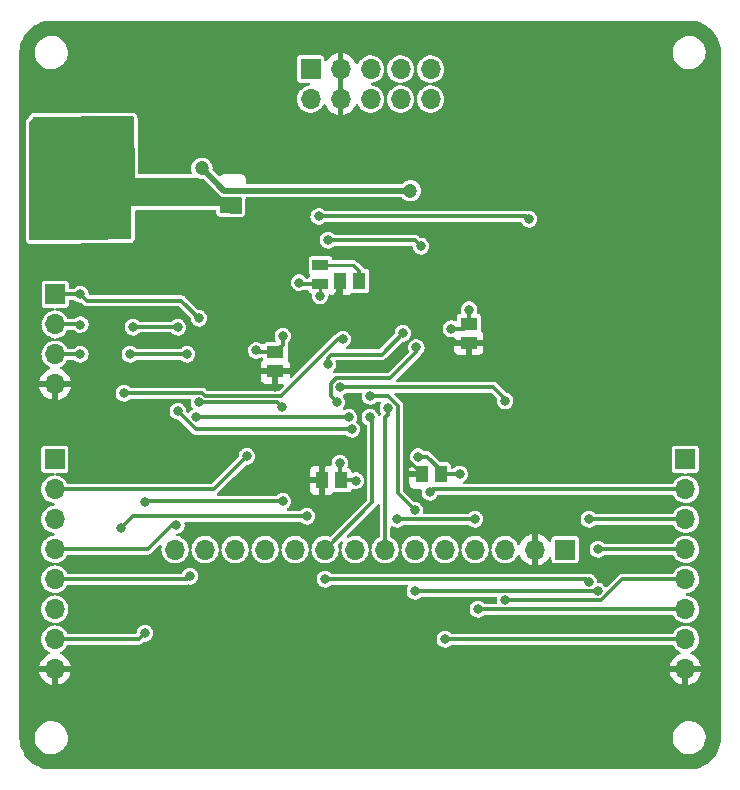
<source format=gbr>
%TF.GenerationSoftware,KiCad,Pcbnew,(6.0.7)*%
%TF.CreationDate,2022-10-18T22:47:55-04:00*%
%TF.ProjectId,LCDPCB,4c434450-4342-42e6-9b69-6361645f7063,rev?*%
%TF.SameCoordinates,Original*%
%TF.FileFunction,Copper,L2,Bot*%
%TF.FilePolarity,Positive*%
%FSLAX46Y46*%
G04 Gerber Fmt 4.6, Leading zero omitted, Abs format (unit mm)*
G04 Created by KiCad (PCBNEW (6.0.7)) date 2022-10-18 22:47:55*
%MOMM*%
%LPD*%
G01*
G04 APERTURE LIST*
%TA.AperFunction,ComponentPad*%
%ADD10R,1.700000X1.700000*%
%TD*%
%TA.AperFunction,ComponentPad*%
%ADD11O,1.700000X1.700000*%
%TD*%
%TA.AperFunction,SMDPad,CuDef*%
%ADD12R,1.070000X1.470000*%
%TD*%
%TA.AperFunction,SMDPad,CuDef*%
%ADD13R,1.470000X1.070000*%
%TD*%
%TA.AperFunction,SMDPad,CuDef*%
%ADD14R,1.390000X0.960000*%
%TD*%
%TA.AperFunction,ViaPad*%
%ADD15C,0.800000*%
%TD*%
%TA.AperFunction,ViaPad*%
%ADD16C,1.000000*%
%TD*%
%TA.AperFunction,ViaPad*%
%ADD17C,1.200000*%
%TD*%
%TA.AperFunction,ViaPad*%
%ADD18C,1.500000*%
%TD*%
%TA.AperFunction,Conductor*%
%ADD19C,0.300000*%
%TD*%
%TA.AperFunction,Conductor*%
%ADD20C,0.250000*%
%TD*%
%TA.AperFunction,Conductor*%
%ADD21C,0.500000*%
%TD*%
G04 APERTURE END LIST*
D10*
%TO.P,J2,1,Pin_1*%
%TO.N,+3.3V*%
X114325000Y-77480000D03*
D11*
%TO.P,J2,2,Pin_2*%
%TO.N,Net-(J2-Pad2)*%
X114325000Y-80020000D03*
%TO.P,J2,3,Pin_3*%
%TO.N,Net-(J2-Pad3)*%
X114325000Y-82560000D03*
%TO.P,J2,4,Pin_4*%
%TO.N,GND*%
X114325000Y-85100000D03*
%TD*%
D10*
%TO.P,J4,1,Pin_1*%
%TO.N,+3V0*%
X114300000Y-91440000D03*
D11*
%TO.P,J4,2,Pin_2*%
%TO.N,NRST*%
X114300000Y-93980000D03*
%TO.P,J4,3,Pin_3*%
%TO.N,PD*%
X114300000Y-96520000D03*
%TO.P,J4,4,Pin_4*%
%TO.N,SCL*%
X114300000Y-99060000D03*
%TO.P,J4,5,Pin_5*%
%TO.N,SDA*%
X114300000Y-101600000D03*
%TO.P,J4,6,Pin_6*%
%TO.N,PA13*%
X114300000Y-104140000D03*
%TO.P,J4,7,Pin_7*%
%TO.N,PA14*%
X114300000Y-106680000D03*
%TO.P,J4,8,Pin_8*%
%TO.N,GND*%
X114300000Y-109220000D03*
%TD*%
D10*
%TO.P,J1,1,Pin_1*%
%TO.N,+3V0*%
X157500000Y-99085000D03*
D11*
%TO.P,J1,2,Pin_2*%
%TO.N,GND*%
X154960000Y-99085000D03*
%TO.P,J1,3,Pin_3*%
%TO.N,CS*%
X152420000Y-99085000D03*
%TO.P,J1,4,Pin_4*%
%TO.N,RESET*%
X149880000Y-99085000D03*
%TO.P,J1,5,Pin_5*%
%TO.N,DC*%
X147340000Y-99085000D03*
%TO.P,J1,6,Pin_6*%
%TO.N,MOSI*%
X144800000Y-99085000D03*
%TO.P,J1,7,Pin_7*%
%TO.N,SCK*%
X142260000Y-99085000D03*
%TO.P,J1,8,Pin_8*%
%TO.N,+3V0*%
X139720000Y-99085000D03*
%TO.P,J1,9,Pin_9*%
%TO.N,MISO*%
X137180000Y-99085000D03*
%TO.P,J1,10,Pin_10*%
%TO.N,unconnected-(J1-Pad10)*%
X134640000Y-99085000D03*
%TO.P,J1,11,Pin_11*%
%TO.N,unconnected-(J1-Pad11)*%
X132100000Y-99085000D03*
%TO.P,J1,12,Pin_12*%
%TO.N,unconnected-(J1-Pad12)*%
X129560000Y-99085000D03*
%TO.P,J1,13,Pin_13*%
%TO.N,unconnected-(J1-Pad13)*%
X127020000Y-99085000D03*
%TO.P,J1,14,Pin_14*%
%TO.N,unconnected-(J1-Pad14)*%
X124480000Y-99085000D03*
%TD*%
D10*
%TO.P,J3,1,Pin_1*%
%TO.N,NRST*%
X135950000Y-58400000D03*
D11*
%TO.P,J3,2,Pin_2*%
%TO.N,PA13*%
X135950000Y-60940000D03*
%TO.P,J3,3,Pin_3*%
%TO.N,GND*%
X138490000Y-58400000D03*
%TO.P,J3,4,Pin_4*%
X138490000Y-60940000D03*
%TO.P,J3,5,Pin_5*%
%TO.N,unconnected-(J3-Pad5)*%
X141030000Y-58400000D03*
%TO.P,J3,6,Pin_6*%
%TO.N,PA14*%
X141030000Y-60940000D03*
%TO.P,J3,7,Pin_7*%
%TO.N,unconnected-(J3-Pad7)*%
X143570000Y-58400000D03*
%TO.P,J3,8,Pin_8*%
%TO.N,unconnected-(J3-Pad8)*%
X143570000Y-60940000D03*
%TO.P,J3,9,Pin_9*%
%TO.N,/U5V*%
X146110000Y-58400000D03*
%TO.P,J3,10,Pin_10*%
X146110000Y-60940000D03*
%TD*%
D10*
%TO.P,J5,1,Pin_1*%
%TO.N,+3V0*%
X167690800Y-91440000D03*
D11*
%TO.P,J5,2,Pin_2*%
%TO.N,SCK*%
X167690800Y-93980000D03*
%TO.P,J5,3,Pin_3*%
%TO.N,MISO*%
X167690800Y-96520000D03*
%TO.P,J5,4,Pin_4*%
%TO.N,MOSI*%
X167690800Y-99060000D03*
%TO.P,J5,5,Pin_5*%
%TO.N,CS*%
X167690800Y-101600000D03*
%TO.P,J5,6,Pin_6*%
%TO.N,RESET*%
X167690800Y-104140000D03*
%TO.P,J5,7,Pin_7*%
%TO.N,DC*%
X167690800Y-106680000D03*
%TO.P,J5,8,Pin_8*%
%TO.N,GND*%
X167690800Y-109220000D03*
%TD*%
D12*
%TO.P,C9,1*%
%TO.N,+3V0*%
X146997000Y-92710000D03*
%TO.P,C9,2*%
%TO.N,GND*%
X145357000Y-92710000D03*
%TD*%
%TO.P,C6,1*%
%TO.N,Net-(C6-Pad1)*%
X140088200Y-76327000D03*
%TO.P,C6,2*%
%TO.N,GND*%
X138448200Y-76327000D03*
%TD*%
%TO.P,C8,1*%
%TO.N,+3V0*%
X138564200Y-93218000D03*
%TO.P,C8,2*%
%TO.N,GND*%
X136924200Y-93218000D03*
%TD*%
D13*
%TO.P,C7,1*%
%TO.N,+3V0*%
X132969000Y-82365000D03*
%TO.P,C7,2*%
%TO.N,GND*%
X132969000Y-84005000D03*
%TD*%
%TO.P,C10,1*%
%TO.N,+3V0*%
X149352000Y-79952000D03*
%TO.P,C10,2*%
%TO.N,GND*%
X149352000Y-81592000D03*
%TD*%
D14*
%TO.P,FB1,1*%
%TO.N,+3V0*%
X136779000Y-76629000D03*
%TO.P,FB1,2*%
%TO.N,Net-(C6-Pad1)*%
X136779000Y-75009000D03*
%TD*%
D15*
%TO.N,NRST*%
X154432000Y-71120000D03*
X130556000Y-91186000D03*
X136640000Y-70878000D03*
D16*
%TO.N,GND*%
X127254000Y-72136000D03*
X122174000Y-59944000D03*
X134366000Y-72644000D03*
D15*
X147906875Y-81496845D03*
X144202243Y-91864197D03*
X161544000Y-84328000D03*
D17*
X124714000Y-63246000D03*
D15*
X141825000Y-76375000D03*
D17*
X150876000Y-66802000D03*
D15*
X138236323Y-77610225D03*
X137033000Y-91758602D03*
D16*
X122174000Y-72644000D03*
D15*
X157480000Y-81026000D03*
X132969000Y-85356500D03*
D16*
X124714000Y-72136000D03*
D15*
%TO.N,+3V0*%
X138430000Y-91758602D03*
X145057558Y-91207003D03*
X131350000Y-82225000D03*
X133604000Y-81026000D03*
X134975000Y-76475000D03*
X139775000Y-93250000D03*
X147828000Y-80391000D03*
X136750000Y-77600000D03*
X148577500Y-92675000D03*
X149375000Y-78775000D03*
D17*
%TO.N,+5V*%
X126746000Y-66802000D03*
X144399000Y-68707000D03*
D15*
%TO.N,CS*%
X152425000Y-86500000D03*
X138430000Y-85344000D03*
X152450000Y-103375000D03*
%TO.N,RESET*%
X149860000Y-96520000D03*
X150114000Y-104140000D03*
X143256000Y-96520000D03*
%TO.N,DC*%
X147320000Y-106680000D03*
%TO.N,MOSI*%
X160274000Y-102616000D03*
X160274000Y-99060000D03*
X144780000Y-95758000D03*
X144780000Y-102616000D03*
X140990500Y-86106108D03*
%TO.N,SCK*%
X142494000Y-87122000D03*
X146050000Y-94234000D03*
%TO.N,MISO*%
X159512000Y-101854000D03*
X159512000Y-96520000D03*
X137160000Y-101600000D03*
X140970000Y-87884000D03*
%TO.N,PD*%
X138671500Y-81280000D03*
X120142000Y-85852000D03*
%TO.N,PA13*%
X144900000Y-81975000D03*
X145288000Y-73406000D03*
X138176000Y-86614000D03*
X119888000Y-97282000D03*
X137414000Y-72898000D03*
X135636000Y-96266000D03*
%TO.N,PA14*%
X137398101Y-83413726D03*
X133604000Y-94996000D03*
X121941977Y-95017977D03*
X121920000Y-106172000D03*
X143764000Y-80772000D03*
%TO.N,SCL*%
X124714000Y-80264000D03*
X124587000Y-97015500D03*
X124714000Y-87376000D03*
X139446000Y-88900000D03*
X120904000Y-80264000D03*
%TO.N,SDA*%
X125730000Y-101346000D03*
X120650000Y-82550000D03*
X139192000Y-87884000D03*
X125476000Y-82550000D03*
X126259977Y-87862023D03*
%TO.N,+3.3V*%
X133500469Y-86976975D03*
X116459000Y-77470000D03*
X126492000Y-79502000D03*
X126492000Y-86614000D03*
%TO.N,Net-(J2-Pad2)*%
X116459000Y-80035400D03*
%TO.N,Net-(J2-Pad3)*%
X116459000Y-82550000D03*
D18*
%TO.N,Net-(C4-Pad1)*%
X113550000Y-67875000D03*
X114925000Y-63800000D03*
X119250000Y-63775000D03*
%TD*%
D19*
%TO.N,NRST*%
X127762000Y-93980000D02*
X114300000Y-93980000D01*
X136640000Y-70878000D02*
X154190000Y-70878000D01*
X130556000Y-91186000D02*
X127762000Y-93980000D01*
X154190000Y-70878000D02*
X154432000Y-71120000D01*
%TO.N,GND*%
X137033000Y-91758602D02*
X137033000Y-93109200D01*
X147906875Y-81496845D02*
X149256845Y-81496845D01*
X144202243Y-91864197D02*
X144511197Y-91864197D01*
X138236323Y-76538877D02*
X138448200Y-76327000D01*
X137033000Y-93109200D02*
X136924200Y-93218000D01*
X138236323Y-77610225D02*
X138236323Y-76538877D01*
X149256845Y-81496845D02*
X149352000Y-81592000D01*
X144511197Y-91864197D02*
X145357000Y-92710000D01*
X132969000Y-85356500D02*
X132969000Y-84005000D01*
D20*
%TO.N,+3V0*%
X136750000Y-76658000D02*
X136779000Y-76629000D01*
D19*
X145824003Y-91207003D02*
X146997000Y-92380000D01*
X136779000Y-76629000D02*
X135129000Y-76629000D01*
X138430000Y-93083800D02*
X138564200Y-93218000D01*
X148913000Y-80391000D02*
X149352000Y-79952000D01*
X135129000Y-76629000D02*
X134975000Y-76475000D01*
X138564200Y-93218000D02*
X139743000Y-93218000D01*
X146997000Y-92380000D02*
X146997000Y-92710000D01*
X138430000Y-91758602D02*
X138430000Y-93083800D01*
X145057558Y-91207003D02*
X145824003Y-91207003D01*
X131490000Y-82365000D02*
X131350000Y-82225000D01*
X133604000Y-81026000D02*
X133604000Y-81730000D01*
X149352000Y-79952000D02*
X149352000Y-78798000D01*
X133604000Y-81730000D02*
X132969000Y-82365000D01*
X146997000Y-92710000D02*
X148542500Y-92710000D01*
X148542500Y-92710000D02*
X148577500Y-92675000D01*
X147828000Y-80391000D02*
X148913000Y-80391000D01*
X149352000Y-78798000D02*
X149375000Y-78775000D01*
X139743000Y-93218000D02*
X139775000Y-93250000D01*
X132969000Y-82365000D02*
X131490000Y-82365000D01*
X136727700Y-76680300D02*
X136779000Y-76629000D01*
D20*
X136750000Y-77600000D02*
X136750000Y-76658000D01*
D21*
%TO.N,+5V*%
X144399000Y-68707000D02*
X128651000Y-68707000D01*
X128651000Y-68707000D02*
X126746000Y-66802000D01*
D19*
%TO.N,CS*%
X160575661Y-103375000D02*
X162350661Y-101600000D01*
X162350661Y-101600000D02*
X167690800Y-101600000D01*
X152425000Y-86350000D02*
X152425000Y-86500000D01*
X138430000Y-85344000D02*
X151419000Y-85344000D01*
X151419000Y-85344000D02*
X152425000Y-86350000D01*
X152450000Y-103375000D02*
X160575661Y-103375000D01*
%TO.N,RESET*%
X150114000Y-104140000D02*
X167690800Y-104140000D01*
X143256000Y-96520000D02*
X149860000Y-96520000D01*
%TO.N,DC*%
X147320000Y-106680000D02*
X167690800Y-106680000D01*
%TO.N,MOSI*%
X142543161Y-86110500D02*
X141228500Y-86110500D01*
X141224000Y-86106000D02*
X141223892Y-86106108D01*
X141223892Y-86106108D02*
X140990500Y-86106108D01*
X144780000Y-102616000D02*
X160274000Y-102616000D01*
X160274000Y-99060000D02*
X167690800Y-99060000D01*
X144780000Y-95758000D02*
X143329000Y-94307000D01*
X143329000Y-86896339D02*
X142543161Y-86110500D01*
X141228500Y-86110500D02*
X141224000Y-86106000D01*
X143329000Y-94307000D02*
X143329000Y-86896339D01*
%TO.N,SCK*%
X146050000Y-94234000D02*
X146304000Y-93980000D01*
X146304000Y-93980000D02*
X167690800Y-93980000D01*
X142260000Y-87904000D02*
X142260000Y-99085000D01*
X142260000Y-87904000D02*
X142494000Y-87670000D01*
X142494000Y-87670000D02*
X142494000Y-87122000D01*
%TO.N,Net-(C6-Pad1)*%
X139805200Y-75237600D02*
X140088200Y-75520600D01*
D20*
X139576600Y-75009000D02*
X139805200Y-75237600D01*
X136779000Y-75009000D02*
X139576600Y-75009000D01*
D19*
X140088200Y-75520600D02*
X140088200Y-76555600D01*
%TO.N,MISO*%
X140970000Y-87884000D02*
X141195417Y-88109417D01*
X141195417Y-95069583D02*
X137180000Y-99085000D01*
X159512000Y-96520000D02*
X167690800Y-96520000D01*
X159258000Y-101600000D02*
X159512000Y-101854000D01*
X137160000Y-101600000D02*
X159258000Y-101600000D01*
X141195417Y-88109417D02*
X141195417Y-95069583D01*
%TO.N,PD*%
X127044661Y-86106000D02*
X126790661Y-85852000D01*
X126790661Y-85852000D02*
X120142000Y-85852000D01*
X133459817Y-86106000D02*
X127044661Y-86106000D01*
X138671500Y-81280000D02*
X138285817Y-81280000D01*
X138285817Y-81280000D02*
X133459817Y-86106000D01*
%TO.N,PA13*%
X137414000Y-72898000D02*
X138281600Y-72898000D01*
X138281600Y-72898000D02*
X144780000Y-72898000D01*
X137668000Y-85045339D02*
X137668000Y-86106000D01*
X142694709Y-84582000D02*
X138131339Y-84582000D01*
X137668000Y-86106000D02*
X138176000Y-86614000D01*
X138131339Y-84582000D02*
X137668000Y-85045339D01*
X144900000Y-81975000D02*
X144900000Y-82376709D01*
X120904000Y-96266000D02*
X119888000Y-97282000D01*
X135636000Y-96266000D02*
X120904000Y-96266000D01*
X144780000Y-72898000D02*
X145288000Y-73406000D01*
X144900000Y-82376709D02*
X142694709Y-84582000D01*
%TO.N,PA14*%
X121963954Y-94996000D02*
X121941977Y-95017977D01*
X133604000Y-94996000D02*
X121963954Y-94996000D01*
X121412000Y-106680000D02*
X114300000Y-106680000D01*
X121920000Y-106172000D02*
X121412000Y-106680000D01*
X143764000Y-80772000D02*
X141958538Y-82577462D01*
X137695461Y-82577462D02*
X137398101Y-82874822D01*
X141958538Y-82577462D02*
X137695461Y-82577462D01*
X137398101Y-82874822D02*
X137398101Y-83413726D01*
%TO.N,SCL*%
X124218500Y-97015500D02*
X122174000Y-99060000D01*
X120904000Y-80264000D02*
X120916000Y-80252000D01*
X124587000Y-97015500D02*
X124218500Y-97015500D01*
X124714000Y-87376000D02*
X126238000Y-88900000D01*
X124702000Y-80252000D02*
X124714000Y-80264000D01*
X126238000Y-88900000D02*
X139446000Y-88900000D01*
X122174000Y-99060000D02*
X114300000Y-99060000D01*
X120916000Y-80252000D02*
X124702000Y-80252000D01*
%TO.N,SDA*%
X139192000Y-87862023D02*
X139192000Y-87884000D01*
X125476000Y-101600000D02*
X114300000Y-101600000D01*
X126259977Y-87862023D02*
X139192000Y-87862023D01*
X125730000Y-101346000D02*
X125476000Y-101600000D01*
X120650000Y-82550000D02*
X125476000Y-82550000D01*
%TO.N,+3.3V*%
X117014000Y-78025000D02*
X125015000Y-78025000D01*
X116449000Y-77480000D02*
X114325000Y-77480000D01*
X133137494Y-86614000D02*
X133500469Y-86976975D01*
X116459000Y-77470000D02*
X117014000Y-78025000D01*
X125015000Y-78025000D02*
X126492000Y-79502000D01*
X126492000Y-86614000D02*
X133137494Y-86614000D01*
X116459000Y-77470000D02*
X116449000Y-77480000D01*
%TO.N,Net-(J2-Pad2)*%
X116459000Y-80035400D02*
X116443600Y-80020000D01*
X116443600Y-80020000D02*
X114325000Y-80020000D01*
%TO.N,Net-(J2-Pad3)*%
X116459000Y-82550000D02*
X116449000Y-82560000D01*
X116449000Y-82560000D02*
X114325000Y-82560000D01*
%TD*%
%TA.AperFunction,Conductor*%
%TO.N,Net-(C4-Pad1)*%
G36*
X120940613Y-62417989D02*
G01*
X120986676Y-62470525D01*
X120998179Y-62521429D01*
X121050000Y-67600000D01*
X126298018Y-67600000D01*
X126348454Y-67610721D01*
X126384649Y-67626836D01*
X126466197Y-67663144D01*
X126534637Y-67677691D01*
X126644991Y-67701148D01*
X126644996Y-67701148D01*
X126651354Y-67702500D01*
X126816614Y-67702500D01*
X126883653Y-67722185D01*
X126904295Y-67738819D01*
X128251142Y-69085666D01*
X128254737Y-69089414D01*
X128296799Y-69135156D01*
X128303983Y-69139610D01*
X128333862Y-69158136D01*
X128343490Y-69164753D01*
X128371484Y-69186002D01*
X128371487Y-69186004D01*
X128378217Y-69191112D01*
X128386075Y-69194223D01*
X128386080Y-69194226D01*
X128392355Y-69196710D01*
X128412056Y-69206618D01*
X128424986Y-69214635D01*
X128450954Y-69222179D01*
X128466858Y-69226800D01*
X128477909Y-69230584D01*
X128510592Y-69243524D01*
X128510595Y-69243525D01*
X128518453Y-69246636D01*
X128533582Y-69248226D01*
X128555217Y-69252471D01*
X128569825Y-69256715D01*
X128577324Y-69257266D01*
X128578240Y-69257333D01*
X128578242Y-69257333D01*
X128580515Y-69257500D01*
X128615322Y-69257500D01*
X128628283Y-69258179D01*
X128660048Y-69261518D01*
X128660051Y-69261518D01*
X128668454Y-69262401D01*
X128676784Y-69260992D01*
X128676787Y-69260992D01*
X128687167Y-69259236D01*
X128707846Y-69257500D01*
X130011393Y-69257500D01*
X130078432Y-69277185D01*
X130124187Y-69329989D01*
X130135389Y-69382516D01*
X130126022Y-70525343D01*
X130105788Y-70592219D01*
X130052611Y-70637540D01*
X130000352Y-70648316D01*
X128392331Y-70626586D01*
X128325565Y-70605997D01*
X128280528Y-70552580D01*
X128270115Y-70507759D01*
X128250742Y-70042812D01*
X128250000Y-70025000D01*
X120750000Y-70025000D01*
X120773893Y-72700973D01*
X120754808Y-72768185D01*
X120702414Y-72814410D01*
X120650973Y-72826075D01*
X116882077Y-72858754D01*
X112250073Y-72898916D01*
X112182868Y-72879814D01*
X112136656Y-72827408D01*
X112125000Y-72774921D01*
X112125000Y-62986343D01*
X112144617Y-62919409D01*
X112410580Y-62504645D01*
X112463338Y-62458837D01*
X112514237Y-62447581D01*
X120441086Y-62401225D01*
X120873460Y-62398697D01*
X120940613Y-62417989D01*
G37*
%TD.AperFunction*%
%TD*%
%TA.AperFunction,Conductor*%
%TO.N,GND*%
G36*
X167984391Y-54302384D02*
G01*
X168000000Y-54305136D01*
X168010685Y-54303252D01*
X168020339Y-54303252D01*
X168034278Y-54302425D01*
X168134732Y-54308066D01*
X168295296Y-54317084D01*
X168309113Y-54318641D01*
X168593826Y-54367015D01*
X168607384Y-54370109D01*
X168884899Y-54450060D01*
X168898024Y-54454653D01*
X169164834Y-54565170D01*
X169177362Y-54571203D01*
X169317513Y-54648661D01*
X169430132Y-54710903D01*
X169441900Y-54718298D01*
X169677431Y-54885417D01*
X169688303Y-54894086D01*
X169903642Y-55086525D01*
X169913475Y-55096358D01*
X170105914Y-55311697D01*
X170114583Y-55322569D01*
X170281702Y-55558100D01*
X170289097Y-55569868D01*
X170314511Y-55615851D01*
X170428797Y-55822638D01*
X170434830Y-55835166D01*
X170545347Y-56101976D01*
X170549940Y-56115101D01*
X170624827Y-56375037D01*
X170629891Y-56392616D01*
X170632985Y-56406174D01*
X170681359Y-56690887D01*
X170682916Y-56704704D01*
X170695490Y-56928588D01*
X170697575Y-56965720D01*
X170696748Y-56979661D01*
X170696748Y-56989315D01*
X170694864Y-57000000D01*
X170696748Y-57010683D01*
X170697616Y-57015606D01*
X170699500Y-57037139D01*
X170699500Y-114962861D01*
X170697616Y-114984391D01*
X170694864Y-115000000D01*
X170696748Y-115010685D01*
X170696748Y-115020339D01*
X170697575Y-115034278D01*
X170691934Y-115134732D01*
X170682916Y-115295296D01*
X170681359Y-115309113D01*
X170632985Y-115593826D01*
X170629891Y-115607383D01*
X170623534Y-115629451D01*
X170549940Y-115884899D01*
X170545347Y-115898024D01*
X170434830Y-116164834D01*
X170428797Y-116177362D01*
X170351339Y-116317513D01*
X170305475Y-116400500D01*
X170289101Y-116430126D01*
X170281702Y-116441900D01*
X170114583Y-116677431D01*
X170105914Y-116688303D01*
X169913475Y-116903642D01*
X169903642Y-116913475D01*
X169688303Y-117105914D01*
X169677431Y-117114583D01*
X169441900Y-117281702D01*
X169430132Y-117289097D01*
X169317513Y-117351339D01*
X169177362Y-117428797D01*
X169164834Y-117434830D01*
X168898024Y-117545347D01*
X168884899Y-117549940D01*
X168607384Y-117629891D01*
X168593826Y-117632985D01*
X168309113Y-117681359D01*
X168295296Y-117682916D01*
X168134732Y-117691934D01*
X168034278Y-117697575D01*
X168020339Y-117696748D01*
X168010685Y-117696748D01*
X168000000Y-117694864D01*
X167984391Y-117697616D01*
X167962861Y-117699500D01*
X114037139Y-117699500D01*
X114015609Y-117697616D01*
X114000000Y-117694864D01*
X113989315Y-117696748D01*
X113979661Y-117696748D01*
X113965722Y-117697575D01*
X113865268Y-117691934D01*
X113704704Y-117682916D01*
X113690887Y-117681359D01*
X113406174Y-117632985D01*
X113392616Y-117629891D01*
X113115101Y-117549940D01*
X113101976Y-117545347D01*
X112835166Y-117434830D01*
X112822638Y-117428797D01*
X112682487Y-117351339D01*
X112569868Y-117289097D01*
X112558100Y-117281702D01*
X112322569Y-117114583D01*
X112311697Y-117105914D01*
X112096358Y-116913475D01*
X112086525Y-116903642D01*
X111894086Y-116688303D01*
X111885417Y-116677431D01*
X111718298Y-116441900D01*
X111710899Y-116430126D01*
X111694526Y-116400500D01*
X111648661Y-116317513D01*
X111571203Y-116177362D01*
X111565170Y-116164834D01*
X111454653Y-115898024D01*
X111450060Y-115884899D01*
X111376466Y-115629451D01*
X111370109Y-115607383D01*
X111367015Y-115593826D01*
X111318641Y-115309113D01*
X111317084Y-115295296D01*
X111308066Y-115134732D01*
X111302425Y-115034278D01*
X111303252Y-115020339D01*
X111303252Y-115010685D01*
X111305136Y-115000000D01*
X111302384Y-114984391D01*
X111300500Y-114962861D01*
X111300500Y-114933789D01*
X112595996Y-114933789D01*
X112604913Y-115171295D01*
X112605990Y-115176430D01*
X112605991Y-115176435D01*
X112633830Y-115309113D01*
X112653719Y-115403904D01*
X112741020Y-115624963D01*
X112743741Y-115629447D01*
X112743743Y-115629451D01*
X112811233Y-115740670D01*
X112864319Y-115828153D01*
X113020090Y-116007664D01*
X113203880Y-116158362D01*
X113208441Y-116160958D01*
X113208442Y-116160959D01*
X113405875Y-116273345D01*
X113405880Y-116273347D01*
X113410433Y-116275939D01*
X113633844Y-116357034D01*
X113867725Y-116399326D01*
X113892619Y-116400500D01*
X114059680Y-116400500D01*
X114062296Y-116400278D01*
X114062297Y-116400278D01*
X114231590Y-116385913D01*
X114236823Y-116385469D01*
X114466874Y-116325760D01*
X114683576Y-116228143D01*
X114880732Y-116095409D01*
X115052705Y-115931355D01*
X115194579Y-115740670D01*
X115221788Y-115687154D01*
X115299913Y-115533493D01*
X115299915Y-115533488D01*
X115302295Y-115528807D01*
X115372775Y-115301824D01*
X115404004Y-115066211D01*
X115399032Y-114933789D01*
X166595996Y-114933789D01*
X166604913Y-115171295D01*
X166605990Y-115176430D01*
X166605991Y-115176435D01*
X166633830Y-115309113D01*
X166653719Y-115403904D01*
X166741020Y-115624963D01*
X166743741Y-115629447D01*
X166743743Y-115629451D01*
X166811233Y-115740670D01*
X166864319Y-115828153D01*
X167020090Y-116007664D01*
X167203880Y-116158362D01*
X167208441Y-116160958D01*
X167208442Y-116160959D01*
X167405875Y-116273345D01*
X167405880Y-116273347D01*
X167410433Y-116275939D01*
X167633844Y-116357034D01*
X167867725Y-116399326D01*
X167892619Y-116400500D01*
X168059680Y-116400500D01*
X168062296Y-116400278D01*
X168062297Y-116400278D01*
X168231590Y-116385913D01*
X168236823Y-116385469D01*
X168466874Y-116325760D01*
X168683576Y-116228143D01*
X168880732Y-116095409D01*
X169052705Y-115931355D01*
X169194579Y-115740670D01*
X169221788Y-115687154D01*
X169299913Y-115533493D01*
X169299915Y-115533488D01*
X169302295Y-115528807D01*
X169372775Y-115301824D01*
X169404004Y-115066211D01*
X169395087Y-114828705D01*
X169367700Y-114698176D01*
X169347361Y-114601242D01*
X169347360Y-114601239D01*
X169346281Y-114596096D01*
X169258980Y-114375037D01*
X169191607Y-114264009D01*
X169138408Y-114176341D01*
X169135681Y-114171847D01*
X168979910Y-113992336D01*
X168796120Y-113841638D01*
X168678687Y-113774791D01*
X168594125Y-113726655D01*
X168594120Y-113726653D01*
X168589567Y-113724061D01*
X168366156Y-113642966D01*
X168132275Y-113600674D01*
X168107381Y-113599500D01*
X167940320Y-113599500D01*
X167937704Y-113599722D01*
X167937703Y-113599722D01*
X167926484Y-113600674D01*
X167763177Y-113614531D01*
X167533126Y-113674240D01*
X167316424Y-113771857D01*
X167119268Y-113904591D01*
X166947295Y-114068645D01*
X166805421Y-114259330D01*
X166803042Y-114264008D01*
X166803042Y-114264009D01*
X166748875Y-114370549D01*
X166697705Y-114471193D01*
X166627225Y-114698176D01*
X166595996Y-114933789D01*
X115399032Y-114933789D01*
X115395087Y-114828705D01*
X115367700Y-114698176D01*
X115347361Y-114601242D01*
X115347360Y-114601239D01*
X115346281Y-114596096D01*
X115258980Y-114375037D01*
X115191607Y-114264009D01*
X115138408Y-114176341D01*
X115135681Y-114171847D01*
X114979910Y-113992336D01*
X114796120Y-113841638D01*
X114678687Y-113774791D01*
X114594125Y-113726655D01*
X114594120Y-113726653D01*
X114589567Y-113724061D01*
X114366156Y-113642966D01*
X114132275Y-113600674D01*
X114107381Y-113599500D01*
X113940320Y-113599500D01*
X113937704Y-113599722D01*
X113937703Y-113599722D01*
X113926484Y-113600674D01*
X113763177Y-113614531D01*
X113533126Y-113674240D01*
X113316424Y-113771857D01*
X113119268Y-113904591D01*
X112947295Y-114068645D01*
X112805421Y-114259330D01*
X112803042Y-114264008D01*
X112803042Y-114264009D01*
X112748875Y-114370549D01*
X112697705Y-114471193D01*
X112627225Y-114698176D01*
X112595996Y-114933789D01*
X111300500Y-114933789D01*
X111300500Y-109482326D01*
X112972667Y-109482326D01*
X113025168Y-109678264D01*
X113028857Y-109688397D01*
X113124110Y-109892667D01*
X113129508Y-109902017D01*
X113258784Y-110086643D01*
X113265719Y-110094907D01*
X113425091Y-110254279D01*
X113433357Y-110261215D01*
X113617992Y-110390498D01*
X113627324Y-110395886D01*
X113831603Y-110491143D01*
X113841736Y-110494832D01*
X114032779Y-110546022D01*
X114046653Y-110545691D01*
X114050000Y-110537875D01*
X114050000Y-110532806D01*
X114550000Y-110532806D01*
X114553910Y-110546123D01*
X114562326Y-110547333D01*
X114758264Y-110494832D01*
X114768397Y-110491143D01*
X114972676Y-110395886D01*
X114982008Y-110390498D01*
X115166643Y-110261215D01*
X115174909Y-110254279D01*
X115334281Y-110094907D01*
X115341216Y-110086643D01*
X115470492Y-109902017D01*
X115475890Y-109892667D01*
X115571143Y-109688397D01*
X115574832Y-109678264D01*
X115626022Y-109487221D01*
X115625905Y-109482326D01*
X166363467Y-109482326D01*
X166415968Y-109678264D01*
X166419657Y-109688397D01*
X166514910Y-109892667D01*
X166520308Y-109902017D01*
X166649584Y-110086643D01*
X166656519Y-110094907D01*
X166815891Y-110254279D01*
X166824157Y-110261215D01*
X167008792Y-110390498D01*
X167018124Y-110395886D01*
X167222403Y-110491143D01*
X167232536Y-110494832D01*
X167423579Y-110546022D01*
X167437453Y-110545691D01*
X167440800Y-110537875D01*
X167440800Y-110532806D01*
X167940800Y-110532806D01*
X167944710Y-110546123D01*
X167953126Y-110547333D01*
X168149064Y-110494832D01*
X168159197Y-110491143D01*
X168363476Y-110395886D01*
X168372808Y-110390498D01*
X168557443Y-110261215D01*
X168565709Y-110254279D01*
X168725081Y-110094907D01*
X168732016Y-110086643D01*
X168861292Y-109902017D01*
X168866690Y-109892667D01*
X168961943Y-109688397D01*
X168965632Y-109678264D01*
X169016822Y-109487221D01*
X169016491Y-109473347D01*
X169008675Y-109470000D01*
X167958630Y-109470000D01*
X167943631Y-109474404D01*
X167942444Y-109475774D01*
X167940800Y-109483332D01*
X167940800Y-110532806D01*
X167440800Y-110532806D01*
X167440800Y-109487830D01*
X167436396Y-109472831D01*
X167435026Y-109471644D01*
X167427468Y-109470000D01*
X166377994Y-109470000D01*
X166364677Y-109473910D01*
X166363467Y-109482326D01*
X115625905Y-109482326D01*
X115625691Y-109473347D01*
X115617875Y-109470000D01*
X114567830Y-109470000D01*
X114552831Y-109474404D01*
X114551644Y-109475774D01*
X114550000Y-109483332D01*
X114550000Y-110532806D01*
X114050000Y-110532806D01*
X114050000Y-109487830D01*
X114045596Y-109472831D01*
X114044226Y-109471644D01*
X114036668Y-109470000D01*
X112987194Y-109470000D01*
X112973877Y-109473910D01*
X112972667Y-109482326D01*
X111300500Y-109482326D01*
X111300500Y-108952779D01*
X112973978Y-108952779D01*
X112974309Y-108966653D01*
X112982125Y-108970000D01*
X115612806Y-108970000D01*
X115626123Y-108966090D01*
X115627333Y-108957674D01*
X115574832Y-108761736D01*
X115571143Y-108751603D01*
X115475890Y-108547333D01*
X115470492Y-108537983D01*
X115341216Y-108353357D01*
X115334281Y-108345093D01*
X115174909Y-108185721D01*
X115166643Y-108178785D01*
X114982008Y-108049502D01*
X114972676Y-108044114D01*
X114780778Y-107954630D01*
X114728339Y-107908458D01*
X114709187Y-107841264D01*
X114729403Y-107774383D01*
X114772594Y-107734059D01*
X114954442Y-107632219D01*
X115117012Y-107497012D01*
X115120644Y-107492645D01*
X115248584Y-107338813D01*
X115248585Y-107338811D01*
X115252219Y-107334442D01*
X115330922Y-107193908D01*
X115380851Y-107145038D01*
X115439109Y-107130500D01*
X121377897Y-107130500D01*
X121392471Y-107131359D01*
X121417105Y-107134275D01*
X121417108Y-107134275D01*
X121426310Y-107135364D01*
X121462975Y-107128668D01*
X121484022Y-107124824D01*
X121487864Y-107124184D01*
X121521017Y-107119199D01*
X121545962Y-107115449D01*
X121552475Y-107112321D01*
X121559573Y-107111025D01*
X121567799Y-107106752D01*
X121611663Y-107083967D01*
X121615146Y-107082227D01*
X121668079Y-107056809D01*
X121673299Y-107051984D01*
X121673520Y-107051835D01*
X121679788Y-107048579D01*
X121684828Y-107044275D01*
X121722097Y-107007006D01*
X121725607Y-107003631D01*
X121760749Y-106971147D01*
X121760751Y-106971144D01*
X121767556Y-106964854D01*
X121771237Y-106958516D01*
X121776828Y-106952275D01*
X121820336Y-106908767D01*
X121881659Y-106875282D01*
X121909964Y-106872463D01*
X121986290Y-106873662D01*
X121986293Y-106873662D01*
X121993760Y-106873779D01*
X122136294Y-106841135D01*
X122151738Y-106837598D01*
X122151739Y-106837598D01*
X122159029Y-106835928D01*
X122234111Y-106798166D01*
X122303820Y-106763106D01*
X122303822Y-106763105D01*
X122310498Y-106759747D01*
X122316180Y-106754894D01*
X122316183Y-106754892D01*
X122433741Y-106654487D01*
X122439423Y-106649634D01*
X122538361Y-106511947D01*
X122601601Y-106354634D01*
X122618224Y-106237836D01*
X122624918Y-106190800D01*
X122624918Y-106190794D01*
X122625490Y-106186778D01*
X122625645Y-106172000D01*
X122624584Y-106163236D01*
X122606175Y-106011105D01*
X122606174Y-106011101D01*
X122605276Y-106003680D01*
X122570414Y-105911419D01*
X122547989Y-105852073D01*
X122547987Y-105852070D01*
X122545345Y-105845077D01*
X122536657Y-105832436D01*
X122453549Y-105711513D01*
X122453546Y-105711510D01*
X122449312Y-105705349D01*
X122322721Y-105592560D01*
X122308347Y-105584949D01*
X122209115Y-105532409D01*
X122172881Y-105513224D01*
X122008441Y-105471919D01*
X121922248Y-105471468D01*
X121846368Y-105471070D01*
X121846367Y-105471070D01*
X121838895Y-105471031D01*
X121817235Y-105476231D01*
X121681295Y-105508868D01*
X121681293Y-105508869D01*
X121674032Y-105510612D01*
X121667399Y-105514035D01*
X121667395Y-105514037D01*
X121632572Y-105532011D01*
X121523369Y-105588375D01*
X121517737Y-105593288D01*
X121448670Y-105653539D01*
X121395604Y-105699831D01*
X121298113Y-105838547D01*
X121236524Y-105996513D01*
X121235548Y-106003923D01*
X121235548Y-106003925D01*
X121220045Y-106121685D01*
X121191779Y-106185582D01*
X121133454Y-106224053D01*
X121097106Y-106229500D01*
X115437828Y-106229500D01*
X115370789Y-106209815D01*
X115326616Y-106160344D01*
X115299586Y-106105533D01*
X115285165Y-106076290D01*
X115158651Y-105906867D01*
X115154481Y-105903012D01*
X115154478Y-105903009D01*
X115078132Y-105832436D01*
X115003381Y-105763337D01*
X114970090Y-105742332D01*
X114829363Y-105653539D01*
X114829361Y-105653538D01*
X114824554Y-105650505D01*
X114628160Y-105572152D01*
X114622579Y-105571042D01*
X114622576Y-105571041D01*
X114426355Y-105532011D01*
X114426356Y-105532011D01*
X114420775Y-105530901D01*
X114420744Y-105530901D01*
X114357828Y-105505019D01*
X114317841Y-105447723D01*
X114315178Y-105377904D01*
X114350684Y-105317729D01*
X114417606Y-105285562D01*
X114564103Y-105264320D01*
X114564104Y-105264320D01*
X114569730Y-105263504D01*
X114648890Y-105236633D01*
X114764565Y-105197367D01*
X114764568Y-105197366D01*
X114769955Y-105195537D01*
X114774916Y-105192759D01*
X114774922Y-105192756D01*
X114881530Y-105133052D01*
X114954442Y-105092219D01*
X115117012Y-104957012D01*
X115120644Y-104952645D01*
X115248584Y-104798813D01*
X115248585Y-104798811D01*
X115252219Y-104794442D01*
X115326062Y-104662586D01*
X115352756Y-104614922D01*
X115352759Y-104614916D01*
X115355537Y-104609955D01*
X115360656Y-104594877D01*
X115421675Y-104415118D01*
X115423504Y-104409730D01*
X115453846Y-104200470D01*
X115455429Y-104140000D01*
X115436081Y-103929440D01*
X115378686Y-103725931D01*
X115285165Y-103536290D01*
X115158651Y-103366867D01*
X115154481Y-103363012D01*
X115154478Y-103363009D01*
X115052262Y-103268522D01*
X115003381Y-103223337D01*
X114977657Y-103207106D01*
X114829363Y-103113539D01*
X114829361Y-103113538D01*
X114824554Y-103110505D01*
X114628160Y-103032152D01*
X114622579Y-103031042D01*
X114622576Y-103031041D01*
X114426355Y-102992011D01*
X114426356Y-102992011D01*
X114420775Y-102990901D01*
X114420744Y-102990901D01*
X114357828Y-102965019D01*
X114317841Y-102907723D01*
X114315178Y-102837904D01*
X114350684Y-102777729D01*
X114417606Y-102745562D01*
X114564103Y-102724320D01*
X114564104Y-102724320D01*
X114569730Y-102723504D01*
X114648890Y-102696633D01*
X114764565Y-102657367D01*
X114764568Y-102657366D01*
X114769955Y-102655537D01*
X114774916Y-102652759D01*
X114774922Y-102652756D01*
X114881530Y-102593052D01*
X114954442Y-102552219D01*
X115117012Y-102417012D01*
X115147881Y-102379896D01*
X115248584Y-102258813D01*
X115248585Y-102258811D01*
X115252219Y-102254442D01*
X115330922Y-102113908D01*
X115380851Y-102065038D01*
X115439109Y-102050500D01*
X125441897Y-102050500D01*
X125456471Y-102051359D01*
X125481105Y-102054275D01*
X125481108Y-102054275D01*
X125490310Y-102055364D01*
X125545782Y-102045233D01*
X125548022Y-102044824D01*
X125551864Y-102044184D01*
X125576740Y-102040444D01*
X125619522Y-102042742D01*
X125619596Y-102042204D01*
X125626100Y-102043095D01*
X125626639Y-102043124D01*
X125626997Y-102043218D01*
X125627000Y-102043218D01*
X125634233Y-102045116D01*
X125728364Y-102046595D01*
X125796290Y-102047662D01*
X125796293Y-102047662D01*
X125803760Y-102047779D01*
X125926209Y-102019735D01*
X125961738Y-102011598D01*
X125961739Y-102011598D01*
X125969029Y-102009928D01*
X126077440Y-101955403D01*
X126113820Y-101937106D01*
X126113822Y-101937105D01*
X126120498Y-101933747D01*
X126126180Y-101928894D01*
X126126183Y-101928892D01*
X126243741Y-101828487D01*
X126249423Y-101823634D01*
X126348361Y-101685947D01*
X126385882Y-101592611D01*
X136454394Y-101592611D01*
X136455214Y-101600039D01*
X136455214Y-101600041D01*
X136465489Y-101693106D01*
X136472999Y-101761135D01*
X136475565Y-101768147D01*
X136475566Y-101768151D01*
X136506983Y-101854000D01*
X136531266Y-101920356D01*
X136535433Y-101926558D01*
X136535435Y-101926561D01*
X136540264Y-101933747D01*
X136625830Y-102061083D01*
X136631360Y-102066115D01*
X136745702Y-102170159D01*
X136745706Y-102170162D01*
X136751233Y-102175191D01*
X136900235Y-102256092D01*
X136977767Y-102276432D01*
X137057005Y-102297220D01*
X137057007Y-102297220D01*
X137064233Y-102299116D01*
X137147178Y-102300419D01*
X137226290Y-102301662D01*
X137226293Y-102301662D01*
X137233760Y-102301779D01*
X137356209Y-102273735D01*
X137391738Y-102265598D01*
X137391739Y-102265598D01*
X137399029Y-102263928D01*
X137541750Y-102192147D01*
X137543820Y-102191106D01*
X137543822Y-102191105D01*
X137550498Y-102187747D01*
X137556180Y-102182894D01*
X137556183Y-102182892D01*
X137676407Y-102080210D01*
X137740168Y-102051639D01*
X137756939Y-102050500D01*
X144082487Y-102050500D01*
X144149526Y-102070185D01*
X144195281Y-102122989D01*
X144205225Y-102192147D01*
X144183938Y-102245800D01*
X144162410Y-102276432D01*
X144162408Y-102276436D01*
X144158113Y-102282547D01*
X144096524Y-102440513D01*
X144074394Y-102608611D01*
X144075214Y-102616039D01*
X144075214Y-102616041D01*
X144084112Y-102696633D01*
X144092999Y-102777135D01*
X144095565Y-102784147D01*
X144095566Y-102784151D01*
X144109840Y-102823156D01*
X144151266Y-102936356D01*
X144155433Y-102942558D01*
X144155435Y-102942561D01*
X144186058Y-102988133D01*
X144245830Y-103077083D01*
X144251360Y-103082115D01*
X144365702Y-103186159D01*
X144365706Y-103186162D01*
X144371233Y-103191191D01*
X144520235Y-103272092D01*
X144615585Y-103297107D01*
X144677005Y-103313220D01*
X144677007Y-103313220D01*
X144684233Y-103315116D01*
X144767178Y-103316419D01*
X144846290Y-103317662D01*
X144846293Y-103317662D01*
X144853760Y-103317779D01*
X144976209Y-103289735D01*
X145011738Y-103281598D01*
X145011739Y-103281598D01*
X145019029Y-103279928D01*
X145137582Y-103220302D01*
X145163820Y-103207106D01*
X145163822Y-103207105D01*
X145170498Y-103203747D01*
X145176180Y-103198894D01*
X145176183Y-103198892D01*
X145296407Y-103096210D01*
X145360168Y-103067639D01*
X145376939Y-103066500D01*
X151642641Y-103066500D01*
X151709680Y-103086185D01*
X151755435Y-103138989D01*
X151765580Y-103206684D01*
X151744394Y-103367611D01*
X151745214Y-103375039D01*
X151745214Y-103375041D01*
X151762178Y-103528703D01*
X151762179Y-103528707D01*
X151762999Y-103536135D01*
X151764065Y-103539048D01*
X151760312Y-103606948D01*
X151719351Y-103663552D01*
X151654290Y-103689025D01*
X151643444Y-103689500D01*
X150708667Y-103689500D01*
X150641628Y-103669815D01*
X150626178Y-103658083D01*
X150522303Y-103565533D01*
X150522301Y-103565532D01*
X150516721Y-103560560D01*
X150502347Y-103552949D01*
X150422567Y-103510708D01*
X150366881Y-103481224D01*
X150202441Y-103439919D01*
X150116248Y-103439468D01*
X150040368Y-103439070D01*
X150040367Y-103439070D01*
X150032895Y-103439031D01*
X150011235Y-103444231D01*
X149875295Y-103476868D01*
X149875293Y-103476869D01*
X149868032Y-103478612D01*
X149861399Y-103482035D01*
X149861395Y-103482037D01*
X149814511Y-103506236D01*
X149717369Y-103556375D01*
X149711737Y-103561288D01*
X149607793Y-103651964D01*
X149589604Y-103667831D01*
X149492113Y-103806547D01*
X149430524Y-103964513D01*
X149408394Y-104132611D01*
X149409214Y-104140039D01*
X149409214Y-104140041D01*
X149416283Y-104204074D01*
X149426999Y-104301135D01*
X149429565Y-104308147D01*
X149429566Y-104308151D01*
X149464680Y-104404103D01*
X149485266Y-104460356D01*
X149489433Y-104466558D01*
X149489435Y-104466561D01*
X149525472Y-104520189D01*
X149579830Y-104601083D01*
X149585360Y-104606115D01*
X149699702Y-104710159D01*
X149699706Y-104710162D01*
X149705233Y-104715191D01*
X149854235Y-104796092D01*
X149949585Y-104821107D01*
X150011005Y-104837220D01*
X150011007Y-104837220D01*
X150018233Y-104839116D01*
X150101178Y-104840419D01*
X150180290Y-104841662D01*
X150180293Y-104841662D01*
X150187760Y-104841779D01*
X150310209Y-104813735D01*
X150345738Y-104805598D01*
X150345739Y-104805598D01*
X150353029Y-104803928D01*
X150428111Y-104766165D01*
X150497820Y-104731106D01*
X150497822Y-104731105D01*
X150504498Y-104727747D01*
X150510180Y-104722894D01*
X150510183Y-104722892D01*
X150630407Y-104620210D01*
X150694168Y-104591639D01*
X150710939Y-104590500D01*
X166552145Y-104590500D01*
X166619184Y-104610185D01*
X166664755Y-104662586D01*
X166690169Y-104717714D01*
X166697260Y-104727747D01*
X166777767Y-104841662D01*
X166812205Y-104890391D01*
X166963665Y-105037937D01*
X166968388Y-105041093D01*
X166968392Y-105041096D01*
X167039463Y-105088584D01*
X167139477Y-105155411D01*
X167333753Y-105238878D01*
X167397083Y-105253208D01*
X167534438Y-105284289D01*
X167534442Y-105284290D01*
X167539986Y-105285544D01*
X167559128Y-105286296D01*
X167625343Y-105308596D01*
X167668990Y-105363156D01*
X167676212Y-105432651D01*
X167644714Y-105495018D01*
X167584499Y-105530457D01*
X167575260Y-105532409D01*
X167397350Y-105562979D01*
X167397347Y-105562980D01*
X167391753Y-105563941D01*
X167193375Y-105637127D01*
X167188497Y-105640029D01*
X167188495Y-105640030D01*
X167016540Y-105742332D01*
X167016537Y-105742334D01*
X167011656Y-105745238D01*
X166852681Y-105884655D01*
X166849162Y-105889119D01*
X166849159Y-105889122D01*
X166831582Y-105911419D01*
X166721776Y-106050708D01*
X166719125Y-106055747D01*
X166662572Y-106163236D01*
X166613937Y-106213400D01*
X166552834Y-106229500D01*
X147914667Y-106229500D01*
X147847628Y-106209815D01*
X147832178Y-106198083D01*
X147728303Y-106105533D01*
X147728301Y-106105532D01*
X147722721Y-106100560D01*
X147708347Y-106092949D01*
X147628567Y-106050708D01*
X147572881Y-106021224D01*
X147408441Y-105979919D01*
X147322248Y-105979468D01*
X147246368Y-105979070D01*
X147246367Y-105979070D01*
X147238895Y-105979031D01*
X147217235Y-105984231D01*
X147081295Y-106016868D01*
X147081293Y-106016869D01*
X147074032Y-106018612D01*
X147067399Y-106022035D01*
X147067395Y-106022037D01*
X147020511Y-106046236D01*
X146923369Y-106096375D01*
X146917737Y-106101288D01*
X146819738Y-106186778D01*
X146795604Y-106207831D01*
X146698113Y-106346547D01*
X146636524Y-106504513D01*
X146614394Y-106672611D01*
X146615214Y-106680039D01*
X146615214Y-106680041D01*
X146622283Y-106744074D01*
X146632999Y-106841135D01*
X146635565Y-106848147D01*
X146635566Y-106848151D01*
X146644334Y-106872110D01*
X146691266Y-107000356D01*
X146695433Y-107006558D01*
X146695435Y-107006561D01*
X146729468Y-107057207D01*
X146785830Y-107141083D01*
X146791360Y-107146115D01*
X146905702Y-107250159D01*
X146905706Y-107250162D01*
X146911233Y-107255191D01*
X147060235Y-107336092D01*
X147155585Y-107361107D01*
X147217005Y-107377220D01*
X147217007Y-107377220D01*
X147224233Y-107379116D01*
X147307178Y-107380419D01*
X147386290Y-107381662D01*
X147386293Y-107381662D01*
X147393760Y-107381779D01*
X147516209Y-107353735D01*
X147551738Y-107345598D01*
X147551739Y-107345598D01*
X147559029Y-107343928D01*
X147634111Y-107306166D01*
X147703820Y-107271106D01*
X147703822Y-107271105D01*
X147710498Y-107267747D01*
X147716180Y-107262894D01*
X147716183Y-107262892D01*
X147836407Y-107160210D01*
X147900168Y-107131639D01*
X147916939Y-107130500D01*
X166552145Y-107130500D01*
X166619184Y-107150185D01*
X166664755Y-107202586D01*
X166690169Y-107257714D01*
X166697260Y-107267747D01*
X166777767Y-107381662D01*
X166812205Y-107430391D01*
X166963665Y-107577937D01*
X166968388Y-107581093D01*
X166968392Y-107581096D01*
X167039463Y-107628584D01*
X167139477Y-107695411D01*
X167144703Y-107697656D01*
X167144708Y-107697659D01*
X167211122Y-107726192D01*
X167264948Y-107770741D01*
X167286143Y-107837318D01*
X167267980Y-107904785D01*
X167214580Y-107952504D01*
X167018133Y-108044110D01*
X167008783Y-108049508D01*
X166824157Y-108178784D01*
X166815893Y-108185719D01*
X166656519Y-108345093D01*
X166649584Y-108353357D01*
X166520308Y-108537983D01*
X166514910Y-108547333D01*
X166419657Y-108751603D01*
X166415968Y-108761736D01*
X166364778Y-108952779D01*
X166365109Y-108966653D01*
X166372925Y-108970000D01*
X169003606Y-108970000D01*
X169016923Y-108966090D01*
X169018133Y-108957674D01*
X168965632Y-108761736D01*
X168961943Y-108751603D01*
X168866690Y-108547333D01*
X168861292Y-108537983D01*
X168732016Y-108353357D01*
X168725081Y-108345093D01*
X168565709Y-108185721D01*
X168557443Y-108178785D01*
X168372808Y-108049502D01*
X168363476Y-108044114D01*
X168171578Y-107954630D01*
X168119139Y-107908458D01*
X168099987Y-107841264D01*
X168120203Y-107774383D01*
X168163394Y-107734059D01*
X168345242Y-107632219D01*
X168507812Y-107497012D01*
X168511444Y-107492645D01*
X168639384Y-107338813D01*
X168639385Y-107338811D01*
X168643019Y-107334442D01*
X168716862Y-107202586D01*
X168743556Y-107154922D01*
X168743559Y-107154916D01*
X168746337Y-107149955D01*
X168751456Y-107134877D01*
X168812475Y-106955118D01*
X168814304Y-106949730D01*
X168820244Y-106908767D01*
X168828027Y-106855083D01*
X168844646Y-106740470D01*
X168846229Y-106680000D01*
X168826881Y-106469440D01*
X168769486Y-106265931D01*
X168675965Y-106076290D01*
X168549451Y-105906867D01*
X168545281Y-105903012D01*
X168545278Y-105903009D01*
X168468932Y-105832436D01*
X168394181Y-105763337D01*
X168360890Y-105742332D01*
X168220163Y-105653539D01*
X168220161Y-105653538D01*
X168215354Y-105650505D01*
X168018960Y-105572152D01*
X168013379Y-105571042D01*
X168013376Y-105571041D01*
X167817155Y-105532011D01*
X167817156Y-105532011D01*
X167811575Y-105530901D01*
X167811544Y-105530901D01*
X167748628Y-105505019D01*
X167708641Y-105447723D01*
X167705978Y-105377904D01*
X167741484Y-105317729D01*
X167808406Y-105285562D01*
X167954903Y-105264320D01*
X167954904Y-105264320D01*
X167960530Y-105263504D01*
X168039690Y-105236633D01*
X168155365Y-105197367D01*
X168155368Y-105197366D01*
X168160755Y-105195537D01*
X168165716Y-105192759D01*
X168165722Y-105192756D01*
X168272330Y-105133052D01*
X168345242Y-105092219D01*
X168507812Y-104957012D01*
X168511444Y-104952645D01*
X168639384Y-104798813D01*
X168639385Y-104798811D01*
X168643019Y-104794442D01*
X168716862Y-104662586D01*
X168743556Y-104614922D01*
X168743559Y-104614916D01*
X168746337Y-104609955D01*
X168751456Y-104594877D01*
X168812475Y-104415118D01*
X168814304Y-104409730D01*
X168844646Y-104200470D01*
X168846229Y-104140000D01*
X168826881Y-103929440D01*
X168769486Y-103725931D01*
X168675965Y-103536290D01*
X168549451Y-103366867D01*
X168545281Y-103363012D01*
X168545278Y-103363009D01*
X168443062Y-103268522D01*
X168394181Y-103223337D01*
X168368457Y-103207106D01*
X168220163Y-103113539D01*
X168220161Y-103113538D01*
X168215354Y-103110505D01*
X168018960Y-103032152D01*
X168013379Y-103031042D01*
X168013376Y-103031041D01*
X167817155Y-102992011D01*
X167817156Y-102992011D01*
X167811575Y-102990901D01*
X167811544Y-102990901D01*
X167748628Y-102965019D01*
X167708641Y-102907723D01*
X167705978Y-102837904D01*
X167741484Y-102777729D01*
X167808406Y-102745562D01*
X167954903Y-102724320D01*
X167954904Y-102724320D01*
X167960530Y-102723504D01*
X168039690Y-102696633D01*
X168155365Y-102657367D01*
X168155368Y-102657366D01*
X168160755Y-102655537D01*
X168165716Y-102652759D01*
X168165722Y-102652756D01*
X168272330Y-102593052D01*
X168345242Y-102552219D01*
X168507812Y-102417012D01*
X168538681Y-102379896D01*
X168639384Y-102258813D01*
X168639385Y-102258811D01*
X168643019Y-102254442D01*
X168704660Y-102144374D01*
X168743556Y-102074922D01*
X168743559Y-102074916D01*
X168746337Y-102069955D01*
X168751456Y-102054877D01*
X168812475Y-101875118D01*
X168814304Y-101869730D01*
X168844646Y-101660470D01*
X168846229Y-101600000D01*
X168826881Y-101389440D01*
X168769486Y-101185931D01*
X168761967Y-101170683D01*
X168751151Y-101148752D01*
X168675965Y-100996290D01*
X168549451Y-100826867D01*
X168545281Y-100823012D01*
X168545278Y-100823009D01*
X168475978Y-100758949D01*
X168394181Y-100683337D01*
X168360890Y-100662332D01*
X168220163Y-100573539D01*
X168220161Y-100573538D01*
X168215354Y-100570505D01*
X168018960Y-100492152D01*
X168013379Y-100491042D01*
X168013376Y-100491041D01*
X167817155Y-100452011D01*
X167817156Y-100452011D01*
X167811575Y-100450901D01*
X167811544Y-100450901D01*
X167748628Y-100425019D01*
X167708641Y-100367723D01*
X167705978Y-100297904D01*
X167741484Y-100237729D01*
X167808406Y-100205562D01*
X167954903Y-100184320D01*
X167954904Y-100184320D01*
X167960530Y-100183504D01*
X168039690Y-100156633D01*
X168155365Y-100117367D01*
X168155368Y-100117366D01*
X168160755Y-100115537D01*
X168165716Y-100112759D01*
X168165722Y-100112756D01*
X168307092Y-100033584D01*
X168345242Y-100012219D01*
X168380120Y-99983212D01*
X168503445Y-99880644D01*
X168507812Y-99877012D01*
X168546286Y-99830752D01*
X168639384Y-99718813D01*
X168639385Y-99718811D01*
X168643019Y-99714442D01*
X168716862Y-99582586D01*
X168743556Y-99534922D01*
X168743559Y-99534916D01*
X168746337Y-99529955D01*
X168749813Y-99519717D01*
X168812475Y-99335118D01*
X168814304Y-99329730D01*
X168844646Y-99120470D01*
X168846229Y-99060000D01*
X168826881Y-98849440D01*
X168769486Y-98645931D01*
X168675965Y-98456290D01*
X168549451Y-98286867D01*
X168545281Y-98283012D01*
X168545278Y-98283009D01*
X168449026Y-98194035D01*
X168394181Y-98143337D01*
X168301487Y-98084851D01*
X168220163Y-98033539D01*
X168220161Y-98033538D01*
X168215354Y-98030505D01*
X168018960Y-97952152D01*
X168013379Y-97951042D01*
X168013376Y-97951041D01*
X167829709Y-97914508D01*
X167811575Y-97910901D01*
X167811544Y-97910901D01*
X167748628Y-97885019D01*
X167708641Y-97827723D01*
X167705978Y-97757904D01*
X167741484Y-97697729D01*
X167808406Y-97665562D01*
X167954903Y-97644320D01*
X167954904Y-97644320D01*
X167960530Y-97643504D01*
X167979388Y-97637103D01*
X168155365Y-97577367D01*
X168155368Y-97577366D01*
X168160755Y-97575537D01*
X168165716Y-97572759D01*
X168165722Y-97572756D01*
X168299230Y-97497987D01*
X168345242Y-97472219D01*
X168389144Y-97435707D01*
X168503445Y-97340644D01*
X168507812Y-97337012D01*
X168559710Y-97274611D01*
X168639384Y-97178813D01*
X168639385Y-97178811D01*
X168643019Y-97174442D01*
X168723755Y-97030278D01*
X168743556Y-96994922D01*
X168743559Y-96994916D01*
X168746337Y-96989955D01*
X168751456Y-96974877D01*
X168812475Y-96795118D01*
X168814304Y-96789730D01*
X168844646Y-96580470D01*
X168846229Y-96520000D01*
X168826881Y-96309440D01*
X168769486Y-96105931D01*
X168761967Y-96090683D01*
X168743555Y-96053349D01*
X168675965Y-95916290D01*
X168549451Y-95746867D01*
X168545280Y-95743011D01*
X168545278Y-95743009D01*
X168475978Y-95678949D01*
X168394181Y-95603337D01*
X168389371Y-95600302D01*
X168220163Y-95493539D01*
X168220161Y-95493538D01*
X168215354Y-95490505D01*
X168018960Y-95412152D01*
X168013379Y-95411042D01*
X168013376Y-95411041D01*
X167826300Y-95373830D01*
X167811575Y-95370901D01*
X167811544Y-95370901D01*
X167748628Y-95345019D01*
X167708641Y-95287723D01*
X167705978Y-95217904D01*
X167741484Y-95157729D01*
X167808406Y-95125562D01*
X167954903Y-95104320D01*
X167954904Y-95104320D01*
X167960530Y-95103504D01*
X168039690Y-95076633D01*
X168155365Y-95037367D01*
X168155368Y-95037366D01*
X168160755Y-95035537D01*
X168165716Y-95032759D01*
X168165722Y-95032756D01*
X168272330Y-94973052D01*
X168345242Y-94932219D01*
X168385597Y-94898657D01*
X168503445Y-94800644D01*
X168507812Y-94797012D01*
X168511444Y-94792645D01*
X168639384Y-94638813D01*
X168639385Y-94638811D01*
X168643019Y-94634442D01*
X168692829Y-94545500D01*
X168743556Y-94454922D01*
X168743559Y-94454916D01*
X168746337Y-94449955D01*
X168748485Y-94443629D01*
X168812475Y-94255118D01*
X168814304Y-94249730D01*
X168844646Y-94040470D01*
X168846229Y-93980000D01*
X168826881Y-93769440D01*
X168769486Y-93565931D01*
X168766933Y-93560753D01*
X168743580Y-93513400D01*
X168675965Y-93376290D01*
X168549451Y-93206867D01*
X168545281Y-93203012D01*
X168545278Y-93203009D01*
X168481119Y-93143702D01*
X168394181Y-93063337D01*
X168306500Y-93008014D01*
X168220163Y-92953539D01*
X168220161Y-92953538D01*
X168215354Y-92950505D01*
X168018960Y-92872152D01*
X168013379Y-92871042D01*
X168013376Y-92871041D01*
X167837798Y-92836117D01*
X167775887Y-92803732D01*
X167741313Y-92743017D01*
X167745052Y-92673247D01*
X167785918Y-92616575D01*
X167850936Y-92590994D01*
X167861989Y-92590500D01*
X168585446Y-92590500D01*
X168589100Y-92590065D01*
X168589102Y-92590065D01*
X168594664Y-92589403D01*
X168611646Y-92587382D01*
X168713953Y-92541939D01*
X168793041Y-92462713D01*
X168803810Y-92438354D01*
X168834537Y-92368853D01*
X168834538Y-92368851D01*
X168838306Y-92360327D01*
X168841300Y-92334646D01*
X168841300Y-90545354D01*
X168838182Y-90519154D01*
X168792739Y-90416847D01*
X168713513Y-90337759D01*
X168703042Y-90333130D01*
X168703041Y-90333129D01*
X168619653Y-90296263D01*
X168619651Y-90296262D01*
X168611127Y-90292494D01*
X168585446Y-90289500D01*
X166796154Y-90289500D01*
X166792500Y-90289935D01*
X166792498Y-90289935D01*
X166787534Y-90290526D01*
X166769954Y-90292618D01*
X166667647Y-90338061D01*
X166588559Y-90417287D01*
X166583930Y-90427758D01*
X166583929Y-90427759D01*
X166548553Y-90507778D01*
X166543294Y-90519673D01*
X166540300Y-90545354D01*
X166540300Y-92334646D01*
X166543418Y-92360846D01*
X166588861Y-92463153D01*
X166668087Y-92542241D01*
X166678558Y-92546870D01*
X166678559Y-92546871D01*
X166761947Y-92583737D01*
X166761949Y-92583738D01*
X166770473Y-92587506D01*
X166796154Y-92590500D01*
X167529237Y-92590500D01*
X167596276Y-92610185D01*
X167642031Y-92662989D01*
X167651975Y-92732147D01*
X167622950Y-92795703D01*
X167564172Y-92833477D01*
X167550236Y-92836709D01*
X167397350Y-92862979D01*
X167397347Y-92862980D01*
X167391753Y-92863941D01*
X167193375Y-92937127D01*
X167188497Y-92940029D01*
X167188495Y-92940030D01*
X167016540Y-93042332D01*
X167016537Y-93042334D01*
X167011656Y-93045238D01*
X166852681Y-93184655D01*
X166849162Y-93189119D01*
X166849159Y-93189122D01*
X166831582Y-93211419D01*
X166721776Y-93350708D01*
X166708317Y-93376290D01*
X166662572Y-93463236D01*
X166613937Y-93513400D01*
X166552834Y-93529500D01*
X148960139Y-93529500D01*
X148893100Y-93509815D01*
X148847345Y-93457011D01*
X148837401Y-93387853D01*
X148866426Y-93324297D01*
X148904423Y-93294722D01*
X148961320Y-93266106D01*
X148961322Y-93266105D01*
X148967998Y-93262747D01*
X148973680Y-93257894D01*
X148973683Y-93257892D01*
X149091241Y-93157487D01*
X149096923Y-93152634D01*
X149195861Y-93014947D01*
X149259101Y-92857634D01*
X149262079Y-92836709D01*
X149282418Y-92693800D01*
X149282418Y-92693794D01*
X149282990Y-92689778D01*
X149283145Y-92675000D01*
X149275302Y-92610185D01*
X149263675Y-92514105D01*
X149263674Y-92514101D01*
X149262776Y-92506680D01*
X149238349Y-92442035D01*
X149205489Y-92355073D01*
X149205487Y-92355070D01*
X149202845Y-92348077D01*
X149191084Y-92330965D01*
X149111049Y-92214513D01*
X149111046Y-92214510D01*
X149106812Y-92208349D01*
X149031732Y-92141455D01*
X148985803Y-92100533D01*
X148985801Y-92100532D01*
X148980221Y-92095560D01*
X148965847Y-92087949D01*
X148885130Y-92045212D01*
X148830381Y-92016224D01*
X148665941Y-91974919D01*
X148579748Y-91974468D01*
X148503868Y-91974070D01*
X148503867Y-91974070D01*
X148496395Y-91974031D01*
X148474735Y-91979231D01*
X148338795Y-92011868D01*
X148338793Y-92011869D01*
X148331532Y-92013612D01*
X148324899Y-92017035D01*
X148324895Y-92017037D01*
X148286573Y-92036817D01*
X148180869Y-92091375D01*
X148175237Y-92096288D01*
X148058742Y-92197912D01*
X148058739Y-92197915D01*
X148053104Y-92202831D01*
X148048802Y-92208953D01*
X148048650Y-92209121D01*
X147989163Y-92245769D01*
X147919306Y-92244438D01*
X147861258Y-92205551D01*
X147833448Y-92141455D01*
X147832500Y-92126148D01*
X147832500Y-91930354D01*
X147829382Y-91904154D01*
X147783939Y-91801847D01*
X147704713Y-91722759D01*
X147694242Y-91718130D01*
X147694241Y-91718129D01*
X147610853Y-91681263D01*
X147610851Y-91681262D01*
X147602327Y-91677494D01*
X147576646Y-91674500D01*
X146979965Y-91674500D01*
X146912926Y-91654815D01*
X146892284Y-91638181D01*
X146166670Y-90912567D01*
X146156972Y-90901654D01*
X146141614Y-90882173D01*
X146135875Y-90874893D01*
X146087557Y-90841498D01*
X146084457Y-90839284D01*
X146037187Y-90804369D01*
X146030371Y-90801976D01*
X146024434Y-90797872D01*
X145968484Y-90780177D01*
X145964794Y-90778946D01*
X145918119Y-90762555D01*
X145918115Y-90762554D01*
X145909372Y-90759484D01*
X145902268Y-90759205D01*
X145902017Y-90759156D01*
X145895273Y-90757023D01*
X145888666Y-90756503D01*
X145835935Y-90756503D01*
X145831066Y-90756407D01*
X145783276Y-90754529D01*
X145783275Y-90754529D01*
X145774009Y-90754165D01*
X145766925Y-90756043D01*
X145758565Y-90756503D01*
X145652225Y-90756503D01*
X145585186Y-90736818D01*
X145569736Y-90725086D01*
X145465861Y-90632536D01*
X145465859Y-90632535D01*
X145460279Y-90627563D01*
X145445905Y-90619952D01*
X145317047Y-90551726D01*
X145310439Y-90548227D01*
X145145999Y-90506922D01*
X145059806Y-90506471D01*
X144983926Y-90506073D01*
X144983925Y-90506073D01*
X144976453Y-90506034D01*
X144957210Y-90510654D01*
X144818853Y-90543871D01*
X144818851Y-90543872D01*
X144811590Y-90545615D01*
X144804957Y-90549038D01*
X144804953Y-90549040D01*
X144738023Y-90583586D01*
X144660927Y-90623378D01*
X144655295Y-90628291D01*
X144543847Y-90725513D01*
X144533162Y-90734834D01*
X144435671Y-90873550D01*
X144374082Y-91031516D01*
X144373106Y-91038926D01*
X144373106Y-91038928D01*
X144370532Y-91058482D01*
X144351952Y-91199614D01*
X144370557Y-91368138D01*
X144373123Y-91375150D01*
X144373124Y-91375154D01*
X144389184Y-91419038D01*
X144428824Y-91527359D01*
X144432991Y-91533560D01*
X144436349Y-91540151D01*
X144449245Y-91608820D01*
X144425090Y-91670811D01*
X144384212Y-91725354D01*
X144375817Y-91740689D01*
X144331371Y-91859247D01*
X144327803Y-91874256D01*
X144322363Y-91924331D01*
X144322000Y-91931028D01*
X144322000Y-92442170D01*
X144326404Y-92457169D01*
X144327774Y-92458356D01*
X144335332Y-92460000D01*
X145483000Y-92460000D01*
X145550039Y-92479685D01*
X145595794Y-92532489D01*
X145607000Y-92584000D01*
X145607000Y-92836000D01*
X145587315Y-92903039D01*
X145534511Y-92948794D01*
X145483000Y-92960000D01*
X144339830Y-92960000D01*
X144324831Y-92964404D01*
X144323644Y-92965774D01*
X144322000Y-92973332D01*
X144322000Y-93488972D01*
X144322363Y-93495669D01*
X144327803Y-93545744D01*
X144331371Y-93560753D01*
X144375817Y-93679311D01*
X144384212Y-93694646D01*
X144459516Y-93795124D01*
X144471876Y-93807484D01*
X144572354Y-93882788D01*
X144587689Y-93891183D01*
X144706247Y-93935629D01*
X144721256Y-93939197D01*
X144771331Y-93944637D01*
X144778028Y-93945000D01*
X145240074Y-93945000D01*
X145307113Y-93964685D01*
X145352868Y-94017489D01*
X145363013Y-94085184D01*
X145344394Y-94226611D01*
X145345214Y-94234039D01*
X145345214Y-94234041D01*
X145354849Y-94321310D01*
X145362999Y-94395135D01*
X145365565Y-94402147D01*
X145365566Y-94402151D01*
X145394680Y-94481707D01*
X145421266Y-94554356D01*
X145425433Y-94560558D01*
X145425435Y-94560561D01*
X145475081Y-94634442D01*
X145515830Y-94695083D01*
X145521360Y-94700115D01*
X145635702Y-94804159D01*
X145635706Y-94804162D01*
X145641233Y-94809191D01*
X145790235Y-94890092D01*
X145885585Y-94915107D01*
X145947005Y-94931220D01*
X145947007Y-94931220D01*
X145954233Y-94933116D01*
X146037178Y-94934419D01*
X146116290Y-94935662D01*
X146116293Y-94935662D01*
X146123760Y-94935779D01*
X146246209Y-94907735D01*
X146281738Y-94899598D01*
X146281739Y-94899598D01*
X146289029Y-94897928D01*
X146428702Y-94827680D01*
X146433820Y-94825106D01*
X146433822Y-94825105D01*
X146440498Y-94821747D01*
X146446180Y-94816894D01*
X146446183Y-94816892D01*
X146563741Y-94716487D01*
X146569423Y-94711634D01*
X146668361Y-94573947D01*
X146671148Y-94567014D01*
X146671152Y-94567007D01*
X146694773Y-94508249D01*
X146738042Y-94453389D01*
X146809824Y-94430500D01*
X166552145Y-94430500D01*
X166619184Y-94450185D01*
X166664755Y-94502586D01*
X166690169Y-94557714D01*
X166693447Y-94562352D01*
X166693449Y-94562355D01*
X166802379Y-94716487D01*
X166812205Y-94730391D01*
X166963665Y-94877937D01*
X166968388Y-94881093D01*
X166968392Y-94881096D01*
X167044904Y-94932219D01*
X167139477Y-94995411D01*
X167333753Y-95078878D01*
X167397083Y-95093208D01*
X167534438Y-95124289D01*
X167534442Y-95124290D01*
X167539986Y-95125544D01*
X167559128Y-95126296D01*
X167625343Y-95148596D01*
X167668990Y-95203156D01*
X167676212Y-95272651D01*
X167644714Y-95335018D01*
X167584499Y-95370457D01*
X167575260Y-95372409D01*
X167397350Y-95402979D01*
X167397347Y-95402980D01*
X167391753Y-95403941D01*
X167193375Y-95477127D01*
X167188497Y-95480029D01*
X167188495Y-95480030D01*
X167016540Y-95582332D01*
X167016537Y-95582334D01*
X167011656Y-95585238D01*
X166852681Y-95724655D01*
X166849162Y-95729119D01*
X166849159Y-95729122D01*
X166823189Y-95762065D01*
X166721776Y-95890708D01*
X166699571Y-95932912D01*
X166662572Y-96003236D01*
X166613937Y-96053400D01*
X166552834Y-96069500D01*
X160106667Y-96069500D01*
X160039628Y-96049815D01*
X160024178Y-96038083D01*
X159920303Y-95945533D01*
X159920301Y-95945532D01*
X159914721Y-95940560D01*
X159900653Y-95933111D01*
X159820567Y-95890708D01*
X159764881Y-95861224D01*
X159600441Y-95819919D01*
X159514248Y-95819468D01*
X159438368Y-95819070D01*
X159438367Y-95819070D01*
X159430895Y-95819031D01*
X159419295Y-95821816D01*
X159273295Y-95856868D01*
X159273293Y-95856869D01*
X159266032Y-95858612D01*
X159259399Y-95862035D01*
X159259395Y-95862037D01*
X159214557Y-95885180D01*
X159115369Y-95936375D01*
X159109737Y-95941288D01*
X158997794Y-96038942D01*
X158987604Y-96047831D01*
X158890113Y-96186547D01*
X158828524Y-96344513D01*
X158806394Y-96512611D01*
X158807214Y-96520039D01*
X158807214Y-96520041D01*
X158818125Y-96618868D01*
X158824999Y-96681135D01*
X158827565Y-96688147D01*
X158827566Y-96688151D01*
X158862680Y-96784103D01*
X158883266Y-96840356D01*
X158887433Y-96846558D01*
X158887435Y-96846561D01*
X158938190Y-96922092D01*
X158977830Y-96981083D01*
X158983360Y-96986115D01*
X159097702Y-97090159D01*
X159097706Y-97090162D01*
X159103233Y-97095191D01*
X159252235Y-97176092D01*
X159308059Y-97190737D01*
X159409005Y-97217220D01*
X159409007Y-97217220D01*
X159416233Y-97219116D01*
X159499178Y-97220419D01*
X159578290Y-97221662D01*
X159578293Y-97221662D01*
X159585760Y-97221779D01*
X159721299Y-97190737D01*
X159743738Y-97185598D01*
X159743739Y-97185598D01*
X159751029Y-97183928D01*
X159826111Y-97146166D01*
X159895820Y-97111106D01*
X159895822Y-97111105D01*
X159902498Y-97107747D01*
X159908180Y-97102894D01*
X159908183Y-97102892D01*
X160028407Y-97000210D01*
X160092168Y-96971639D01*
X160108939Y-96970500D01*
X166552145Y-96970500D01*
X166619184Y-96990185D01*
X166664755Y-97042586D01*
X166690169Y-97097714D01*
X166696388Y-97106513D01*
X166783218Y-97229375D01*
X166812205Y-97270391D01*
X166963665Y-97417937D01*
X166968388Y-97421093D01*
X166968392Y-97421096D01*
X167033552Y-97464634D01*
X167139477Y-97535411D01*
X167333753Y-97618878D01*
X167368087Y-97626647D01*
X167534438Y-97664289D01*
X167534442Y-97664290D01*
X167539986Y-97665544D01*
X167559128Y-97666296D01*
X167625343Y-97688596D01*
X167668990Y-97743156D01*
X167676212Y-97812651D01*
X167644714Y-97875018D01*
X167584499Y-97910457D01*
X167575260Y-97912409D01*
X167397350Y-97942979D01*
X167397347Y-97942980D01*
X167391753Y-97943941D01*
X167193375Y-98017127D01*
X167188497Y-98020029D01*
X167188495Y-98020030D01*
X167016540Y-98122332D01*
X167016537Y-98122334D01*
X167011656Y-98125238D01*
X166852681Y-98264655D01*
X166849162Y-98269119D01*
X166849159Y-98269122D01*
X166815462Y-98311867D01*
X166721776Y-98430708D01*
X166719125Y-98435747D01*
X166662572Y-98543236D01*
X166613937Y-98593400D01*
X166552834Y-98609500D01*
X160868667Y-98609500D01*
X160801628Y-98589815D01*
X160786178Y-98578083D01*
X160682303Y-98485533D01*
X160682301Y-98485532D01*
X160676721Y-98480560D01*
X160669494Y-98476733D01*
X160582567Y-98430708D01*
X160526881Y-98401224D01*
X160362441Y-98359919D01*
X160276248Y-98359468D01*
X160200368Y-98359070D01*
X160200367Y-98359070D01*
X160192895Y-98359031D01*
X160178371Y-98362518D01*
X160035295Y-98396868D01*
X160035293Y-98396869D01*
X160028032Y-98398612D01*
X160021399Y-98402035D01*
X160021395Y-98402037D01*
X159974511Y-98426236D01*
X159877369Y-98476375D01*
X159871737Y-98481288D01*
X159766398Y-98573181D01*
X159749604Y-98587831D01*
X159652113Y-98726547D01*
X159590524Y-98884513D01*
X159568394Y-99052611D01*
X159569214Y-99060039D01*
X159569214Y-99060041D01*
X159576221Y-99123512D01*
X159586999Y-99221135D01*
X159589565Y-99228147D01*
X159589566Y-99228151D01*
X159624680Y-99324103D01*
X159645266Y-99380356D01*
X159649433Y-99386558D01*
X159649435Y-99386561D01*
X159709432Y-99475845D01*
X159739830Y-99521083D01*
X159745360Y-99526115D01*
X159859702Y-99630159D01*
X159859706Y-99630162D01*
X159865233Y-99635191D01*
X160014235Y-99716092D01*
X160103240Y-99739442D01*
X160171005Y-99757220D01*
X160171007Y-99757220D01*
X160178233Y-99759116D01*
X160261178Y-99760419D01*
X160340290Y-99761662D01*
X160340293Y-99761662D01*
X160347760Y-99761779D01*
X160474422Y-99732770D01*
X160505738Y-99725598D01*
X160505739Y-99725598D01*
X160513029Y-99723928D01*
X160625518Y-99667352D01*
X160657820Y-99651106D01*
X160657822Y-99651105D01*
X160664498Y-99647747D01*
X160670180Y-99642894D01*
X160670183Y-99642892D01*
X160790407Y-99540210D01*
X160854168Y-99511639D01*
X160870939Y-99510500D01*
X166552145Y-99510500D01*
X166619184Y-99530185D01*
X166664755Y-99582586D01*
X166690169Y-99637714D01*
X166697260Y-99647747D01*
X166777767Y-99761662D01*
X166812205Y-99810391D01*
X166963665Y-99957937D01*
X166968388Y-99961093D01*
X166968392Y-99961096D01*
X167020732Y-99996068D01*
X167139477Y-100075411D01*
X167333753Y-100158878D01*
X167397083Y-100173208D01*
X167534438Y-100204289D01*
X167534442Y-100204290D01*
X167539986Y-100205544D01*
X167559128Y-100206296D01*
X167625343Y-100228596D01*
X167668990Y-100283156D01*
X167676212Y-100352651D01*
X167644714Y-100415018D01*
X167584499Y-100450457D01*
X167575260Y-100452409D01*
X167397350Y-100482979D01*
X167397347Y-100482980D01*
X167391753Y-100483941D01*
X167193375Y-100557127D01*
X167188497Y-100560029D01*
X167188495Y-100560030D01*
X167016540Y-100662332D01*
X167016537Y-100662334D01*
X167011656Y-100665238D01*
X166852681Y-100804655D01*
X166849162Y-100809119D01*
X166849159Y-100809122D01*
X166798147Y-100873831D01*
X166721776Y-100970708D01*
X166719125Y-100975747D01*
X166662572Y-101083236D01*
X166613937Y-101133400D01*
X166552834Y-101149500D01*
X162384764Y-101149500D01*
X162370190Y-101148641D01*
X162345556Y-101145725D01*
X162345553Y-101145725D01*
X162336351Y-101144636D01*
X162309133Y-101149607D01*
X162278639Y-101155176D01*
X162274797Y-101155816D01*
X162264987Y-101157291D01*
X162216699Y-101164551D01*
X162210186Y-101167679D01*
X162203088Y-101168975D01*
X162194862Y-101173248D01*
X162150998Y-101196033D01*
X162147524Y-101197769D01*
X162094582Y-101223191D01*
X162089362Y-101228016D01*
X162089141Y-101228165D01*
X162082873Y-101231421D01*
X162077833Y-101235725D01*
X162040564Y-101272994D01*
X162037054Y-101276369D01*
X162001912Y-101308853D01*
X162001910Y-101308856D01*
X161995105Y-101315146D01*
X161991424Y-101321484D01*
X161985833Y-101327725D01*
X161055742Y-102257816D01*
X160994419Y-102291301D01*
X160924727Y-102286317D01*
X160865870Y-102240370D01*
X160807549Y-102155513D01*
X160807546Y-102155510D01*
X160803312Y-102149349D01*
X160733130Y-102086819D01*
X160682303Y-102041533D01*
X160682301Y-102041532D01*
X160676721Y-102036560D01*
X160526881Y-101957224D01*
X160362441Y-101915919D01*
X160334371Y-101915772D01*
X160267435Y-101895737D01*
X160221957Y-101842694D01*
X160211918Y-101806671D01*
X160198175Y-101693106D01*
X160198174Y-101693103D01*
X160197276Y-101685680D01*
X160164900Y-101600000D01*
X160139989Y-101534073D01*
X160139987Y-101534070D01*
X160137345Y-101527077D01*
X160133108Y-101520912D01*
X160045549Y-101393513D01*
X160045546Y-101393510D01*
X160041312Y-101387349D01*
X159960274Y-101315146D01*
X159920303Y-101279533D01*
X159920301Y-101279532D01*
X159914721Y-101274560D01*
X159888046Y-101260436D01*
X159821919Y-101225424D01*
X159764881Y-101195224D01*
X159600441Y-101153919D01*
X159520871Y-101153502D01*
X159438373Y-101153070D01*
X159438372Y-101153070D01*
X159430895Y-101153031D01*
X159415385Y-101156755D01*
X159361850Y-101154017D01*
X159361226Y-101157291D01*
X159352121Y-101155554D01*
X159343369Y-101152481D01*
X159336268Y-101152202D01*
X159336010Y-101152152D01*
X159329270Y-101150020D01*
X159322663Y-101149500D01*
X159269932Y-101149500D01*
X159265063Y-101149404D01*
X159217273Y-101147526D01*
X159217272Y-101147526D01*
X159208006Y-101147162D01*
X159200922Y-101149040D01*
X159192562Y-101149500D01*
X137754667Y-101149500D01*
X137687628Y-101129815D01*
X137672178Y-101118083D01*
X137568303Y-101025533D01*
X137568301Y-101025532D01*
X137562721Y-101020560D01*
X137548347Y-101012949D01*
X137468567Y-100970708D01*
X137412881Y-100941224D01*
X137248441Y-100899919D01*
X137162248Y-100899468D01*
X137086368Y-100899070D01*
X137086367Y-100899070D01*
X137078895Y-100899031D01*
X137057235Y-100904231D01*
X136921295Y-100936868D01*
X136921293Y-100936869D01*
X136914032Y-100938612D01*
X136907399Y-100942035D01*
X136907395Y-100942037D01*
X136860511Y-100966236D01*
X136763369Y-101016375D01*
X136757737Y-101021288D01*
X136690040Y-101080344D01*
X136635604Y-101127831D01*
X136538113Y-101266547D01*
X136476524Y-101424513D01*
X136454394Y-101592611D01*
X126385882Y-101592611D01*
X126411601Y-101528634D01*
X126412700Y-101520912D01*
X126434918Y-101364800D01*
X126434918Y-101364794D01*
X126435490Y-101360778D01*
X126435645Y-101346000D01*
X126435157Y-101341967D01*
X126416175Y-101185105D01*
X126416174Y-101185101D01*
X126415276Y-101177680D01*
X126355345Y-101019077D01*
X126301838Y-100941224D01*
X126263549Y-100885513D01*
X126263546Y-100885510D01*
X126259312Y-100879349D01*
X126196078Y-100823009D01*
X126138303Y-100771533D01*
X126138301Y-100771532D01*
X126132721Y-100766560D01*
X126118347Y-100758949D01*
X125989489Y-100690723D01*
X125982881Y-100687224D01*
X125818441Y-100645919D01*
X125732248Y-100645468D01*
X125656368Y-100645070D01*
X125656367Y-100645070D01*
X125648895Y-100645031D01*
X125627235Y-100650231D01*
X125491295Y-100682868D01*
X125491293Y-100682869D01*
X125484032Y-100684612D01*
X125477399Y-100688035D01*
X125477395Y-100688037D01*
X125410465Y-100722583D01*
X125333369Y-100762375D01*
X125327737Y-100767288D01*
X125263863Y-100823009D01*
X125205604Y-100873831D01*
X125108113Y-101012547D01*
X125105401Y-101019504D01*
X125105400Y-101019505D01*
X125085501Y-101070544D01*
X125042808Y-101125853D01*
X124969971Y-101149500D01*
X115437828Y-101149500D01*
X115370789Y-101129815D01*
X115326616Y-101080344D01*
X115299586Y-101025533D01*
X115285165Y-100996290D01*
X115158651Y-100826867D01*
X115154481Y-100823012D01*
X115154478Y-100823009D01*
X115085178Y-100758949D01*
X115003381Y-100683337D01*
X114970090Y-100662332D01*
X114829363Y-100573539D01*
X114829361Y-100573538D01*
X114824554Y-100570505D01*
X114628160Y-100492152D01*
X114622579Y-100491042D01*
X114622576Y-100491041D01*
X114426355Y-100452011D01*
X114426356Y-100452011D01*
X114420775Y-100450901D01*
X114420744Y-100450901D01*
X114357828Y-100425019D01*
X114317841Y-100367723D01*
X114315178Y-100297904D01*
X114350684Y-100237729D01*
X114417606Y-100205562D01*
X114564103Y-100184320D01*
X114564104Y-100184320D01*
X114569730Y-100183504D01*
X114648890Y-100156633D01*
X114764565Y-100117367D01*
X114764568Y-100117366D01*
X114769955Y-100115537D01*
X114774916Y-100112759D01*
X114774922Y-100112756D01*
X114916292Y-100033584D01*
X114954442Y-100012219D01*
X114989320Y-99983212D01*
X115112645Y-99880644D01*
X115117012Y-99877012D01*
X115155486Y-99830752D01*
X115248584Y-99718813D01*
X115248585Y-99718811D01*
X115252219Y-99714442D01*
X115330922Y-99573908D01*
X115380851Y-99525038D01*
X115439109Y-99510500D01*
X122139897Y-99510500D01*
X122154471Y-99511359D01*
X122179105Y-99514275D01*
X122179108Y-99514275D01*
X122188310Y-99515364D01*
X122224974Y-99508668D01*
X122246022Y-99504824D01*
X122249864Y-99504184D01*
X122283017Y-99499199D01*
X122307962Y-99495449D01*
X122314475Y-99492321D01*
X122321573Y-99491025D01*
X122371310Y-99465189D01*
X122373663Y-99463967D01*
X122377146Y-99462227D01*
X122430079Y-99436809D01*
X122435299Y-99431984D01*
X122435520Y-99431835D01*
X122441788Y-99428579D01*
X122446828Y-99424275D01*
X122484097Y-99387006D01*
X122487607Y-99383631D01*
X122522749Y-99351147D01*
X122522751Y-99351144D01*
X122529556Y-99344854D01*
X122533237Y-99338516D01*
X122538828Y-99332275D01*
X123141810Y-98729293D01*
X123203133Y-98695808D01*
X123272825Y-98700792D01*
X123328758Y-98742664D01*
X123353175Y-98808128D01*
X123350877Y-98841369D01*
X123349820Y-98844773D01*
X123349152Y-98850420D01*
X123349151Y-98850423D01*
X123345639Y-98880100D01*
X123324967Y-99054754D01*
X123325338Y-99060416D01*
X123325338Y-99060420D01*
X123329488Y-99123736D01*
X123338796Y-99265749D01*
X123390845Y-99470690D01*
X123393219Y-99475841D01*
X123393221Y-99475845D01*
X123464361Y-99630159D01*
X123479369Y-99662714D01*
X123482647Y-99667352D01*
X123583737Y-99810391D01*
X123601405Y-99835391D01*
X123605476Y-99839357D01*
X123605477Y-99839358D01*
X123639647Y-99872645D01*
X123752865Y-99982937D01*
X123757588Y-99986093D01*
X123757592Y-99986096D01*
X123828663Y-100033584D01*
X123928677Y-100100411D01*
X124122953Y-100183878D01*
X124158277Y-100191871D01*
X124323638Y-100229289D01*
X124323642Y-100229290D01*
X124329186Y-100230544D01*
X124455315Y-100235500D01*
X124534789Y-100238623D01*
X124534791Y-100238623D01*
X124540470Y-100238846D01*
X124546090Y-100238031D01*
X124546092Y-100238031D01*
X124744103Y-100209320D01*
X124744104Y-100209320D01*
X124749730Y-100208504D01*
X124768588Y-100202103D01*
X124944565Y-100142367D01*
X124944568Y-100142366D01*
X124949955Y-100140537D01*
X124954916Y-100137759D01*
X124954922Y-100137756D01*
X125071890Y-100072250D01*
X125134442Y-100037219D01*
X125164502Y-100012219D01*
X125292645Y-99905644D01*
X125297012Y-99902012D01*
X125300644Y-99897645D01*
X125428584Y-99743813D01*
X125428585Y-99743811D01*
X125432219Y-99739442D01*
X125486290Y-99642892D01*
X125532756Y-99559922D01*
X125532759Y-99559916D01*
X125535537Y-99554955D01*
X125540543Y-99540210D01*
X125601675Y-99360118D01*
X125603504Y-99354730D01*
X125616406Y-99265749D01*
X125627820Y-99187033D01*
X125656921Y-99123512D01*
X125710225Y-99089346D01*
X125790974Y-99089346D01*
X125844347Y-99123736D01*
X125873296Y-99187327D01*
X125874271Y-99196707D01*
X125878796Y-99265749D01*
X125930845Y-99470690D01*
X125933219Y-99475841D01*
X125933221Y-99475845D01*
X126004361Y-99630159D01*
X126019369Y-99662714D01*
X126022647Y-99667352D01*
X126123737Y-99810391D01*
X126141405Y-99835391D01*
X126145476Y-99839357D01*
X126145477Y-99839358D01*
X126179647Y-99872645D01*
X126292865Y-99982937D01*
X126297588Y-99986093D01*
X126297592Y-99986096D01*
X126368663Y-100033584D01*
X126468677Y-100100411D01*
X126662953Y-100183878D01*
X126698277Y-100191871D01*
X126863638Y-100229289D01*
X126863642Y-100229290D01*
X126869186Y-100230544D01*
X126995315Y-100235500D01*
X127074789Y-100238623D01*
X127074791Y-100238623D01*
X127080470Y-100238846D01*
X127086090Y-100238031D01*
X127086092Y-100238031D01*
X127284103Y-100209320D01*
X127284104Y-100209320D01*
X127289730Y-100208504D01*
X127308588Y-100202103D01*
X127484565Y-100142367D01*
X127484568Y-100142366D01*
X127489955Y-100140537D01*
X127494916Y-100137759D01*
X127494922Y-100137756D01*
X127611890Y-100072250D01*
X127674442Y-100037219D01*
X127704502Y-100012219D01*
X127832645Y-99905644D01*
X127837012Y-99902012D01*
X127840644Y-99897645D01*
X127968584Y-99743813D01*
X127968585Y-99743811D01*
X127972219Y-99739442D01*
X128026290Y-99642892D01*
X128072756Y-99559922D01*
X128072759Y-99559916D01*
X128075537Y-99554955D01*
X128080543Y-99540210D01*
X128141675Y-99360118D01*
X128143504Y-99354730D01*
X128156406Y-99265749D01*
X128167820Y-99187033D01*
X128196921Y-99123512D01*
X128250225Y-99089346D01*
X128330974Y-99089346D01*
X128384347Y-99123736D01*
X128413296Y-99187327D01*
X128414271Y-99196707D01*
X128418796Y-99265749D01*
X128470845Y-99470690D01*
X128473219Y-99475841D01*
X128473221Y-99475845D01*
X128544361Y-99630159D01*
X128559369Y-99662714D01*
X128562647Y-99667352D01*
X128663737Y-99810391D01*
X128681405Y-99835391D01*
X128685476Y-99839357D01*
X128685477Y-99839358D01*
X128719647Y-99872645D01*
X128832865Y-99982937D01*
X128837588Y-99986093D01*
X128837592Y-99986096D01*
X128908663Y-100033584D01*
X129008677Y-100100411D01*
X129202953Y-100183878D01*
X129238277Y-100191871D01*
X129403638Y-100229289D01*
X129403642Y-100229290D01*
X129409186Y-100230544D01*
X129535315Y-100235500D01*
X129614789Y-100238623D01*
X129614791Y-100238623D01*
X129620470Y-100238846D01*
X129626090Y-100238031D01*
X129626092Y-100238031D01*
X129824103Y-100209320D01*
X129824104Y-100209320D01*
X129829730Y-100208504D01*
X129848588Y-100202103D01*
X130024565Y-100142367D01*
X130024568Y-100142366D01*
X130029955Y-100140537D01*
X130034916Y-100137759D01*
X130034922Y-100137756D01*
X130151890Y-100072250D01*
X130214442Y-100037219D01*
X130244502Y-100012219D01*
X130372645Y-99905644D01*
X130377012Y-99902012D01*
X130380644Y-99897645D01*
X130508584Y-99743813D01*
X130508585Y-99743811D01*
X130512219Y-99739442D01*
X130566290Y-99642892D01*
X130612756Y-99559922D01*
X130612759Y-99559916D01*
X130615537Y-99554955D01*
X130620543Y-99540210D01*
X130681675Y-99360118D01*
X130683504Y-99354730D01*
X130696406Y-99265749D01*
X130707820Y-99187033D01*
X130736921Y-99123512D01*
X130790225Y-99089346D01*
X130870974Y-99089346D01*
X130924347Y-99123736D01*
X130953296Y-99187327D01*
X130954271Y-99196707D01*
X130958796Y-99265749D01*
X131010845Y-99470690D01*
X131013219Y-99475841D01*
X131013221Y-99475845D01*
X131084361Y-99630159D01*
X131099369Y-99662714D01*
X131102647Y-99667352D01*
X131203737Y-99810391D01*
X131221405Y-99835391D01*
X131225476Y-99839357D01*
X131225477Y-99839358D01*
X131259647Y-99872645D01*
X131372865Y-99982937D01*
X131377588Y-99986093D01*
X131377592Y-99986096D01*
X131448663Y-100033584D01*
X131548677Y-100100411D01*
X131742953Y-100183878D01*
X131778277Y-100191871D01*
X131943638Y-100229289D01*
X131943642Y-100229290D01*
X131949186Y-100230544D01*
X132075315Y-100235500D01*
X132154789Y-100238623D01*
X132154791Y-100238623D01*
X132160470Y-100238846D01*
X132166090Y-100238031D01*
X132166092Y-100238031D01*
X132364103Y-100209320D01*
X132364104Y-100209320D01*
X132369730Y-100208504D01*
X132388588Y-100202103D01*
X132564565Y-100142367D01*
X132564568Y-100142366D01*
X132569955Y-100140537D01*
X132574916Y-100137759D01*
X132574922Y-100137756D01*
X132691890Y-100072250D01*
X132754442Y-100037219D01*
X132784502Y-100012219D01*
X132912645Y-99905644D01*
X132917012Y-99902012D01*
X132920644Y-99897645D01*
X133048584Y-99743813D01*
X133048585Y-99743811D01*
X133052219Y-99739442D01*
X133106290Y-99642892D01*
X133152756Y-99559922D01*
X133152759Y-99559916D01*
X133155537Y-99554955D01*
X133160543Y-99540210D01*
X133221675Y-99360118D01*
X133223504Y-99354730D01*
X133236406Y-99265749D01*
X133247820Y-99187033D01*
X133276921Y-99123512D01*
X133330225Y-99089346D01*
X133410974Y-99089346D01*
X133464347Y-99123736D01*
X133493296Y-99187327D01*
X133494271Y-99196707D01*
X133498796Y-99265749D01*
X133550845Y-99470690D01*
X133553219Y-99475841D01*
X133553221Y-99475845D01*
X133624361Y-99630159D01*
X133639369Y-99662714D01*
X133642647Y-99667352D01*
X133743737Y-99810391D01*
X133761405Y-99835391D01*
X133765476Y-99839357D01*
X133765477Y-99839358D01*
X133799647Y-99872645D01*
X133912865Y-99982937D01*
X133917588Y-99986093D01*
X133917592Y-99986096D01*
X133988663Y-100033584D01*
X134088677Y-100100411D01*
X134282953Y-100183878D01*
X134318277Y-100191871D01*
X134483638Y-100229289D01*
X134483642Y-100229290D01*
X134489186Y-100230544D01*
X134615315Y-100235500D01*
X134694789Y-100238623D01*
X134694791Y-100238623D01*
X134700470Y-100238846D01*
X134706090Y-100238031D01*
X134706092Y-100238031D01*
X134904103Y-100209320D01*
X134904104Y-100209320D01*
X134909730Y-100208504D01*
X134928588Y-100202103D01*
X135104565Y-100142367D01*
X135104568Y-100142366D01*
X135109955Y-100140537D01*
X135114916Y-100137759D01*
X135114922Y-100137756D01*
X135231890Y-100072250D01*
X135294442Y-100037219D01*
X135324502Y-100012219D01*
X135452645Y-99905644D01*
X135457012Y-99902012D01*
X135460644Y-99897645D01*
X135588584Y-99743813D01*
X135588585Y-99743811D01*
X135592219Y-99739442D01*
X135646290Y-99642892D01*
X135692756Y-99559922D01*
X135692759Y-99559916D01*
X135695537Y-99554955D01*
X135700543Y-99540210D01*
X135761675Y-99360118D01*
X135763504Y-99354730D01*
X135776406Y-99265749D01*
X135787820Y-99187033D01*
X135816921Y-99123512D01*
X135870667Y-99089063D01*
X135818057Y-99057081D01*
X135787453Y-98994271D01*
X135786232Y-98984909D01*
X135776601Y-98880100D01*
X135776081Y-98874440D01*
X135718686Y-98670931D01*
X135708144Y-98649553D01*
X135690019Y-98612800D01*
X135625165Y-98481290D01*
X135498651Y-98311867D01*
X135494481Y-98308012D01*
X135494478Y-98308009D01*
X135388552Y-98210093D01*
X135343381Y-98168337D01*
X135337574Y-98164673D01*
X135169363Y-98058539D01*
X135169361Y-98058538D01*
X135164554Y-98055505D01*
X134968160Y-97977152D01*
X134962579Y-97976042D01*
X134962576Y-97976041D01*
X134850514Y-97953751D01*
X134760775Y-97935901D01*
X134755088Y-97935827D01*
X134755083Y-97935826D01*
X134555034Y-97933207D01*
X134555029Y-97933207D01*
X134549346Y-97933133D01*
X134543742Y-97934096D01*
X134543741Y-97934096D01*
X134346550Y-97967979D01*
X134346547Y-97967980D01*
X134340953Y-97968941D01*
X134142575Y-98042127D01*
X134137697Y-98045029D01*
X134137695Y-98045030D01*
X133965740Y-98147332D01*
X133965737Y-98147334D01*
X133960856Y-98150238D01*
X133801881Y-98289655D01*
X133798362Y-98294119D01*
X133798359Y-98294122D01*
X133780782Y-98316419D01*
X133670976Y-98455708D01*
X133572523Y-98642836D01*
X133570837Y-98648267D01*
X133570835Y-98648271D01*
X133521199Y-98808128D01*
X133509820Y-98844773D01*
X133492851Y-98988140D01*
X133465425Y-99052398D01*
X133410974Y-99089346D01*
X133330225Y-99089346D01*
X133330667Y-99089063D01*
X133278057Y-99057081D01*
X133247453Y-98994271D01*
X133246232Y-98984909D01*
X133236601Y-98880100D01*
X133236081Y-98874440D01*
X133178686Y-98670931D01*
X133168144Y-98649553D01*
X133150019Y-98612800D01*
X133085165Y-98481290D01*
X132958651Y-98311867D01*
X132954481Y-98308012D01*
X132954478Y-98308009D01*
X132848552Y-98210093D01*
X132803381Y-98168337D01*
X132797574Y-98164673D01*
X132629363Y-98058539D01*
X132629361Y-98058538D01*
X132624554Y-98055505D01*
X132428160Y-97977152D01*
X132422579Y-97976042D01*
X132422576Y-97976041D01*
X132310514Y-97953751D01*
X132220775Y-97935901D01*
X132215088Y-97935827D01*
X132215083Y-97935826D01*
X132015034Y-97933207D01*
X132015029Y-97933207D01*
X132009346Y-97933133D01*
X132003742Y-97934096D01*
X132003741Y-97934096D01*
X131806550Y-97967979D01*
X131806547Y-97967980D01*
X131800953Y-97968941D01*
X131602575Y-98042127D01*
X131597697Y-98045029D01*
X131597695Y-98045030D01*
X131425740Y-98147332D01*
X131425737Y-98147334D01*
X131420856Y-98150238D01*
X131261881Y-98289655D01*
X131258362Y-98294119D01*
X131258359Y-98294122D01*
X131240782Y-98316419D01*
X131130976Y-98455708D01*
X131032523Y-98642836D01*
X131030837Y-98648267D01*
X131030835Y-98648271D01*
X130981199Y-98808128D01*
X130969820Y-98844773D01*
X130952851Y-98988140D01*
X130925425Y-99052398D01*
X130870974Y-99089346D01*
X130790225Y-99089346D01*
X130790667Y-99089063D01*
X130738057Y-99057081D01*
X130707453Y-98994271D01*
X130706232Y-98984909D01*
X130696601Y-98880100D01*
X130696081Y-98874440D01*
X130638686Y-98670931D01*
X130628144Y-98649553D01*
X130610019Y-98612800D01*
X130545165Y-98481290D01*
X130418651Y-98311867D01*
X130414481Y-98308012D01*
X130414478Y-98308009D01*
X130308552Y-98210093D01*
X130263381Y-98168337D01*
X130257574Y-98164673D01*
X130089363Y-98058539D01*
X130089361Y-98058538D01*
X130084554Y-98055505D01*
X129888160Y-97977152D01*
X129882579Y-97976042D01*
X129882576Y-97976041D01*
X129770514Y-97953751D01*
X129680775Y-97935901D01*
X129675088Y-97935827D01*
X129675083Y-97935826D01*
X129475034Y-97933207D01*
X129475029Y-97933207D01*
X129469346Y-97933133D01*
X129463742Y-97934096D01*
X129463741Y-97934096D01*
X129266550Y-97967979D01*
X129266547Y-97967980D01*
X129260953Y-97968941D01*
X129062575Y-98042127D01*
X129057697Y-98045029D01*
X129057695Y-98045030D01*
X128885740Y-98147332D01*
X128885737Y-98147334D01*
X128880856Y-98150238D01*
X128721881Y-98289655D01*
X128718362Y-98294119D01*
X128718359Y-98294122D01*
X128700782Y-98316419D01*
X128590976Y-98455708D01*
X128492523Y-98642836D01*
X128490837Y-98648267D01*
X128490835Y-98648271D01*
X128441199Y-98808128D01*
X128429820Y-98844773D01*
X128412851Y-98988140D01*
X128385425Y-99052398D01*
X128330974Y-99089346D01*
X128250225Y-99089346D01*
X128250667Y-99089063D01*
X128198057Y-99057081D01*
X128167453Y-98994271D01*
X128166232Y-98984909D01*
X128156601Y-98880100D01*
X128156081Y-98874440D01*
X128098686Y-98670931D01*
X128088144Y-98649553D01*
X128070019Y-98612800D01*
X128005165Y-98481290D01*
X127878651Y-98311867D01*
X127874481Y-98308012D01*
X127874478Y-98308009D01*
X127768552Y-98210093D01*
X127723381Y-98168337D01*
X127717574Y-98164673D01*
X127549363Y-98058539D01*
X127549361Y-98058538D01*
X127544554Y-98055505D01*
X127348160Y-97977152D01*
X127342579Y-97976042D01*
X127342576Y-97976041D01*
X127230514Y-97953751D01*
X127140775Y-97935901D01*
X127135088Y-97935827D01*
X127135083Y-97935826D01*
X126935034Y-97933207D01*
X126935029Y-97933207D01*
X126929346Y-97933133D01*
X126923742Y-97934096D01*
X126923741Y-97934096D01*
X126726550Y-97967979D01*
X126726547Y-97967980D01*
X126720953Y-97968941D01*
X126522575Y-98042127D01*
X126517697Y-98045029D01*
X126517695Y-98045030D01*
X126345740Y-98147332D01*
X126345737Y-98147334D01*
X126340856Y-98150238D01*
X126181881Y-98289655D01*
X126178362Y-98294119D01*
X126178359Y-98294122D01*
X126160782Y-98316419D01*
X126050976Y-98455708D01*
X125952523Y-98642836D01*
X125950837Y-98648267D01*
X125950835Y-98648271D01*
X125901199Y-98808128D01*
X125889820Y-98844773D01*
X125872851Y-98988140D01*
X125845425Y-99052398D01*
X125790974Y-99089346D01*
X125710225Y-99089346D01*
X125710667Y-99089063D01*
X125658057Y-99057081D01*
X125627453Y-98994271D01*
X125626232Y-98984909D01*
X125616601Y-98880100D01*
X125616081Y-98874440D01*
X125558686Y-98670931D01*
X125548144Y-98649553D01*
X125530019Y-98612800D01*
X125465165Y-98481290D01*
X125338651Y-98311867D01*
X125334481Y-98308012D01*
X125334478Y-98308009D01*
X125228552Y-98210093D01*
X125183381Y-98168337D01*
X125177574Y-98164673D01*
X125009363Y-98058539D01*
X125009361Y-98058538D01*
X125004554Y-98055505D01*
X124808160Y-97977152D01*
X124802579Y-97976042D01*
X124802576Y-97976041D01*
X124690515Y-97953751D01*
X124628604Y-97921366D01*
X124594030Y-97860651D01*
X124597769Y-97790881D01*
X124638636Y-97734209D01*
X124687021Y-97711265D01*
X124826029Y-97679428D01*
X124901111Y-97641665D01*
X124970820Y-97606606D01*
X124970822Y-97606605D01*
X124977498Y-97603247D01*
X124983180Y-97598394D01*
X124983183Y-97598392D01*
X125100741Y-97497987D01*
X125106423Y-97493134D01*
X125205361Y-97355447D01*
X125268601Y-97198134D01*
X125279664Y-97120402D01*
X125291918Y-97034300D01*
X125291918Y-97034294D01*
X125292490Y-97030278D01*
X125292645Y-97015500D01*
X125273270Y-96855396D01*
X125284758Y-96786478D01*
X125331683Y-96734711D01*
X125396372Y-96716500D01*
X135042227Y-96716500D01*
X135109266Y-96736185D01*
X135125680Y-96748786D01*
X135221698Y-96836155D01*
X135221700Y-96836157D01*
X135227233Y-96841191D01*
X135376235Y-96922092D01*
X135453782Y-96942436D01*
X135533005Y-96963220D01*
X135533007Y-96963220D01*
X135540233Y-96965116D01*
X135623178Y-96966419D01*
X135702290Y-96967662D01*
X135702293Y-96967662D01*
X135709760Y-96967779D01*
X135832209Y-96939735D01*
X135867738Y-96931598D01*
X135867739Y-96931598D01*
X135875029Y-96929928D01*
X136017750Y-96858147D01*
X136019820Y-96857106D01*
X136019822Y-96857105D01*
X136026498Y-96853747D01*
X136032180Y-96848894D01*
X136032183Y-96848892D01*
X136149741Y-96748487D01*
X136155423Y-96743634D01*
X136254361Y-96605947D01*
X136317601Y-96448634D01*
X136330343Y-96359105D01*
X136340918Y-96284800D01*
X136340918Y-96284794D01*
X136341490Y-96280778D01*
X136341645Y-96266000D01*
X136332872Y-96193506D01*
X136322175Y-96105105D01*
X136322174Y-96105101D01*
X136321276Y-96097680D01*
X136285589Y-96003236D01*
X136263989Y-95946073D01*
X136263987Y-95946070D01*
X136261345Y-95939077D01*
X136239419Y-95907174D01*
X136169549Y-95805513D01*
X136169546Y-95805510D01*
X136165312Y-95799349D01*
X136102078Y-95743009D01*
X136044303Y-95691533D01*
X136044301Y-95691532D01*
X136038721Y-95686560D01*
X136029930Y-95681905D01*
X135895489Y-95610723D01*
X135888881Y-95607224D01*
X135724441Y-95565919D01*
X135638248Y-95565468D01*
X135562368Y-95565070D01*
X135562367Y-95565070D01*
X135554895Y-95565031D01*
X135533235Y-95570231D01*
X135397295Y-95602868D01*
X135397293Y-95602869D01*
X135390032Y-95604612D01*
X135383399Y-95608035D01*
X135383395Y-95608037D01*
X135337327Y-95631815D01*
X135239369Y-95682375D01*
X135130919Y-95776982D01*
X135121794Y-95784942D01*
X135058336Y-95814178D01*
X135040280Y-95815500D01*
X134054767Y-95815500D01*
X133987728Y-95795815D01*
X133941973Y-95743011D01*
X133932029Y-95673853D01*
X133961054Y-95610297D01*
X133986145Y-95588218D01*
X133987816Y-95587107D01*
X133994498Y-95583747D01*
X134014370Y-95566775D01*
X134117741Y-95478487D01*
X134123423Y-95473634D01*
X134222361Y-95335947D01*
X134285601Y-95178634D01*
X134288576Y-95157729D01*
X134308918Y-95014800D01*
X134308918Y-95014794D01*
X134309490Y-95010778D01*
X134309645Y-94996000D01*
X134309157Y-94991967D01*
X134290175Y-94835105D01*
X134290174Y-94835101D01*
X134289276Y-94827680D01*
X134245426Y-94711634D01*
X134231989Y-94676073D01*
X134231987Y-94676070D01*
X134229345Y-94669077D01*
X134205541Y-94634442D01*
X134137549Y-94535513D01*
X134137546Y-94535510D01*
X134133312Y-94529349D01*
X134070080Y-94473011D01*
X134012303Y-94421533D01*
X134012301Y-94421532D01*
X134006721Y-94416560D01*
X133996268Y-94411025D01*
X133900254Y-94360189D01*
X133856881Y-94337224D01*
X133692441Y-94295919D01*
X133606248Y-94295468D01*
X133530368Y-94295070D01*
X133530367Y-94295070D01*
X133522895Y-94295031D01*
X133501235Y-94300231D01*
X133365295Y-94332868D01*
X133365293Y-94332869D01*
X133358032Y-94334612D01*
X133351399Y-94338035D01*
X133351395Y-94338037D01*
X133315026Y-94356809D01*
X133207369Y-94412375D01*
X133097328Y-94508370D01*
X133089794Y-94514942D01*
X133026336Y-94544178D01*
X133008280Y-94545500D01*
X128132965Y-94545500D01*
X128065926Y-94525815D01*
X128020171Y-94473011D01*
X128010227Y-94403853D01*
X128039252Y-94340297D01*
X128045284Y-94333819D01*
X128072097Y-94307006D01*
X128075607Y-94303631D01*
X128110749Y-94271147D01*
X128110751Y-94271144D01*
X128117556Y-94264854D01*
X128121237Y-94258516D01*
X128126828Y-94252275D01*
X128382131Y-93996972D01*
X135889200Y-93996972D01*
X135889563Y-94003669D01*
X135895003Y-94053744D01*
X135898571Y-94068753D01*
X135943017Y-94187311D01*
X135951412Y-94202646D01*
X136026716Y-94303124D01*
X136039076Y-94315484D01*
X136139554Y-94390788D01*
X136154889Y-94399183D01*
X136273447Y-94443629D01*
X136288456Y-94447197D01*
X136338531Y-94452637D01*
X136345228Y-94453000D01*
X136656370Y-94453000D01*
X136671369Y-94448596D01*
X136672556Y-94447226D01*
X136674200Y-94439668D01*
X136674200Y-94435170D01*
X137174200Y-94435170D01*
X137178604Y-94450169D01*
X137179974Y-94451356D01*
X137187532Y-94453000D01*
X137503172Y-94453000D01*
X137509869Y-94452637D01*
X137559944Y-94447197D01*
X137574953Y-94443629D01*
X137693511Y-94399183D01*
X137708846Y-94390788D01*
X137809324Y-94315484D01*
X137821688Y-94303120D01*
X137828066Y-94294610D01*
X137884023Y-94252770D01*
X137956582Y-94249493D01*
X137958873Y-94250506D01*
X137968135Y-94251586D01*
X137968136Y-94251586D01*
X137971159Y-94251938D01*
X137984554Y-94253500D01*
X139143846Y-94253500D01*
X139147500Y-94253065D01*
X139147502Y-94253065D01*
X139154139Y-94252275D01*
X139170046Y-94250382D01*
X139272353Y-94204939D01*
X139351441Y-94125713D01*
X139364846Y-94095393D01*
X139392937Y-94031853D01*
X139392938Y-94031851D01*
X139396706Y-94023327D01*
X139397785Y-94014069D01*
X139400239Y-94005069D01*
X139403437Y-94005941D01*
X139424276Y-93956892D01*
X139482026Y-93917565D01*
X139551584Y-93915628D01*
X139558968Y-93917565D01*
X139672005Y-93947220D01*
X139672007Y-93947220D01*
X139679233Y-93949116D01*
X139762178Y-93950419D01*
X139841290Y-93951662D01*
X139841293Y-93951662D01*
X139848760Y-93951779D01*
X139998149Y-93917565D01*
X140006738Y-93915598D01*
X140006739Y-93915598D01*
X140014029Y-93913928D01*
X140154334Y-93843362D01*
X140158820Y-93841106D01*
X140158822Y-93841105D01*
X140165498Y-93837747D01*
X140171180Y-93832894D01*
X140171183Y-93832892D01*
X140288741Y-93732487D01*
X140294423Y-93727634D01*
X140393361Y-93589947D01*
X140456601Y-93432634D01*
X140463894Y-93381393D01*
X140479918Y-93268800D01*
X140479918Y-93268794D01*
X140480490Y-93264778D01*
X140480645Y-93250000D01*
X140475425Y-93206867D01*
X140461175Y-93089105D01*
X140461174Y-93089101D01*
X140460276Y-93081680D01*
X140416479Y-92965774D01*
X140402989Y-92930073D01*
X140402987Y-92930070D01*
X140400345Y-92923077D01*
X140365345Y-92872152D01*
X140308549Y-92789513D01*
X140308546Y-92789510D01*
X140304312Y-92783349D01*
X140177721Y-92670560D01*
X140027881Y-92591224D01*
X139863441Y-92549919D01*
X139777248Y-92549468D01*
X139701368Y-92549070D01*
X139701367Y-92549070D01*
X139693895Y-92549031D01*
X139667598Y-92555344D01*
X139552648Y-92582942D01*
X139482865Y-92579451D01*
X139426048Y-92538788D01*
X139400234Y-92473862D01*
X139399700Y-92462368D01*
X139399700Y-92438354D01*
X139396582Y-92412154D01*
X139351139Y-92309847D01*
X139271913Y-92230759D01*
X139261442Y-92226130D01*
X139261441Y-92226129D01*
X139208742Y-92202831D01*
X139169527Y-92185494D01*
X139161937Y-92184609D01*
X139103197Y-92148453D01*
X139072942Y-92085474D01*
X139080263Y-92019193D01*
X139108813Y-91948173D01*
X139108814Y-91948168D01*
X139111601Y-91941236D01*
X139114007Y-91924331D01*
X139134918Y-91777402D01*
X139134918Y-91777396D01*
X139135490Y-91773380D01*
X139135645Y-91758602D01*
X139125830Y-91677494D01*
X139116175Y-91597707D01*
X139116174Y-91597703D01*
X139115276Y-91590282D01*
X139093260Y-91532018D01*
X139057989Y-91438675D01*
X139057987Y-91438672D01*
X139055345Y-91431679D01*
X139012015Y-91368634D01*
X138963549Y-91298115D01*
X138963546Y-91298112D01*
X138959312Y-91291951D01*
X138864015Y-91207044D01*
X138838303Y-91184135D01*
X138838301Y-91184134D01*
X138832721Y-91179162D01*
X138818347Y-91171551D01*
X138689489Y-91103325D01*
X138682881Y-91099826D01*
X138518441Y-91058521D01*
X138432248Y-91058070D01*
X138356368Y-91057672D01*
X138356367Y-91057672D01*
X138348895Y-91057633D01*
X138327235Y-91062833D01*
X138191295Y-91095470D01*
X138191293Y-91095471D01*
X138184032Y-91097214D01*
X138177399Y-91100637D01*
X138177395Y-91100639D01*
X138110465Y-91135185D01*
X138033369Y-91174977D01*
X138027737Y-91179890D01*
X137939845Y-91256563D01*
X137905604Y-91286433D01*
X137808113Y-91425149D01*
X137746524Y-91583115D01*
X137724394Y-91751213D01*
X137725214Y-91758641D01*
X137725214Y-91758643D01*
X137727285Y-91777402D01*
X137735477Y-91851598D01*
X137736480Y-91860687D01*
X137724271Y-91929482D01*
X137676807Y-91980755D01*
X137609157Y-91998227D01*
X137582790Y-91992999D01*
X137582512Y-91994169D01*
X137559944Y-91988803D01*
X137509869Y-91983363D01*
X137503172Y-91983000D01*
X137192030Y-91983000D01*
X137177031Y-91987404D01*
X137175844Y-91988774D01*
X137174200Y-91996332D01*
X137174200Y-94435170D01*
X136674200Y-94435170D01*
X136674200Y-93485830D01*
X136669796Y-93470831D01*
X136668426Y-93469644D01*
X136660868Y-93468000D01*
X135907030Y-93468000D01*
X135892031Y-93472404D01*
X135890844Y-93473774D01*
X135889200Y-93481332D01*
X135889200Y-93996972D01*
X128382131Y-93996972D01*
X129428933Y-92950170D01*
X135889200Y-92950170D01*
X135893604Y-92965169D01*
X135894974Y-92966356D01*
X135902532Y-92968000D01*
X136656370Y-92968000D01*
X136671369Y-92963596D01*
X136672556Y-92962226D01*
X136674200Y-92954668D01*
X136674200Y-92000830D01*
X136669796Y-91985831D01*
X136668426Y-91984644D01*
X136660868Y-91983000D01*
X136345228Y-91983000D01*
X136338531Y-91983363D01*
X136288456Y-91988803D01*
X136273447Y-91992371D01*
X136154889Y-92036817D01*
X136139554Y-92045212D01*
X136039076Y-92120516D01*
X136026716Y-92132876D01*
X135951412Y-92233354D01*
X135943017Y-92248689D01*
X135898571Y-92367247D01*
X135895003Y-92382256D01*
X135889563Y-92432331D01*
X135889200Y-92439028D01*
X135889200Y-92950170D01*
X129428933Y-92950170D01*
X130456336Y-91922767D01*
X130517659Y-91889282D01*
X130545964Y-91886463D01*
X130622290Y-91887662D01*
X130622293Y-91887662D01*
X130629760Y-91887779D01*
X130754339Y-91859247D01*
X130787738Y-91851598D01*
X130787739Y-91851598D01*
X130795029Y-91849928D01*
X130870111Y-91812165D01*
X130939820Y-91777106D01*
X130939822Y-91777105D01*
X130946498Y-91773747D01*
X130952180Y-91768894D01*
X130952183Y-91768892D01*
X131069741Y-91668487D01*
X131075423Y-91663634D01*
X131174361Y-91525947D01*
X131237601Y-91368634D01*
X131248429Y-91292550D01*
X131260918Y-91204800D01*
X131260918Y-91204794D01*
X131261490Y-91200778D01*
X131261645Y-91186000D01*
X131260311Y-91174977D01*
X131242175Y-91025105D01*
X131242174Y-91025101D01*
X131241276Y-91017680D01*
X131201557Y-90912567D01*
X131183989Y-90866073D01*
X131183987Y-90866070D01*
X131181345Y-90859077D01*
X131167716Y-90839247D01*
X131089549Y-90725513D01*
X131089546Y-90725510D01*
X131085312Y-90719349D01*
X130987876Y-90632536D01*
X130964303Y-90611533D01*
X130964301Y-90611532D01*
X130958721Y-90606560D01*
X130944347Y-90598949D01*
X130848549Y-90548227D01*
X130808881Y-90527224D01*
X130644441Y-90485919D01*
X130558248Y-90485468D01*
X130482368Y-90485070D01*
X130482367Y-90485070D01*
X130474895Y-90485031D01*
X130453235Y-90490231D01*
X130317295Y-90522868D01*
X130317293Y-90522869D01*
X130310032Y-90524612D01*
X130303399Y-90528035D01*
X130303395Y-90528037D01*
X130236465Y-90562583D01*
X130159369Y-90602375D01*
X130153737Y-90607288D01*
X130124795Y-90632536D01*
X130031604Y-90713831D01*
X129934113Y-90852547D01*
X129872524Y-91010513D01*
X129871548Y-91017923D01*
X129871548Y-91017925D01*
X129866209Y-91058482D01*
X129850394Y-91178611D01*
X129851405Y-91187772D01*
X129851183Y-91189025D01*
X129851136Y-91193516D01*
X129850387Y-91193508D01*
X129839199Y-91256563D01*
X129815836Y-91289061D01*
X127611716Y-93493181D01*
X127550393Y-93526666D01*
X127524035Y-93529500D01*
X115437828Y-93529500D01*
X115370789Y-93509815D01*
X115326616Y-93460344D01*
X115309303Y-93425237D01*
X115285165Y-93376290D01*
X115158651Y-93206867D01*
X115154481Y-93203012D01*
X115154478Y-93203009D01*
X115090319Y-93143702D01*
X115003381Y-93063337D01*
X114915700Y-93008014D01*
X114829363Y-92953539D01*
X114829361Y-92953538D01*
X114824554Y-92950505D01*
X114628160Y-92872152D01*
X114622579Y-92871042D01*
X114622576Y-92871041D01*
X114446998Y-92836117D01*
X114385087Y-92803732D01*
X114350513Y-92743017D01*
X114354252Y-92673247D01*
X114395118Y-92616575D01*
X114460136Y-92590994D01*
X114471189Y-92590500D01*
X115194646Y-92590500D01*
X115198300Y-92590065D01*
X115198302Y-92590065D01*
X115203864Y-92589403D01*
X115220846Y-92587382D01*
X115323153Y-92541939D01*
X115402241Y-92462713D01*
X115413010Y-92438354D01*
X115443737Y-92368853D01*
X115443738Y-92368851D01*
X115447506Y-92360327D01*
X115450500Y-92334646D01*
X115450500Y-90545354D01*
X115447382Y-90519154D01*
X115401939Y-90416847D01*
X115322713Y-90337759D01*
X115312242Y-90333130D01*
X115312241Y-90333129D01*
X115228853Y-90296263D01*
X115228851Y-90296262D01*
X115220327Y-90292494D01*
X115194646Y-90289500D01*
X113405354Y-90289500D01*
X113401700Y-90289935D01*
X113401698Y-90289935D01*
X113396734Y-90290526D01*
X113379154Y-90292618D01*
X113276847Y-90338061D01*
X113197759Y-90417287D01*
X113193130Y-90427758D01*
X113193129Y-90427759D01*
X113157753Y-90507778D01*
X113152494Y-90519673D01*
X113149500Y-90545354D01*
X113149500Y-92334646D01*
X113152618Y-92360846D01*
X113198061Y-92463153D01*
X113277287Y-92542241D01*
X113287758Y-92546870D01*
X113287759Y-92546871D01*
X113371147Y-92583737D01*
X113371149Y-92583738D01*
X113379673Y-92587506D01*
X113405354Y-92590500D01*
X114138437Y-92590500D01*
X114205476Y-92610185D01*
X114251231Y-92662989D01*
X114261175Y-92732147D01*
X114232150Y-92795703D01*
X114173372Y-92833477D01*
X114159436Y-92836709D01*
X114006550Y-92862979D01*
X114006547Y-92862980D01*
X114000953Y-92863941D01*
X113802575Y-92937127D01*
X113797697Y-92940029D01*
X113797695Y-92940030D01*
X113625740Y-93042332D01*
X113625737Y-93042334D01*
X113620856Y-93045238D01*
X113461881Y-93184655D01*
X113458362Y-93189119D01*
X113458359Y-93189122D01*
X113440782Y-93211419D01*
X113330976Y-93350708D01*
X113232523Y-93537836D01*
X113230837Y-93543267D01*
X113230835Y-93543271D01*
X113218495Y-93583014D01*
X113169820Y-93739773D01*
X113169152Y-93745418D01*
X113169151Y-93745422D01*
X113145635Y-93944110D01*
X113144967Y-93949754D01*
X113145338Y-93955416D01*
X113145338Y-93955420D01*
X113149406Y-94017489D01*
X113158796Y-94160749D01*
X113210845Y-94365690D01*
X113213219Y-94370841D01*
X113213221Y-94370845D01*
X113289134Y-94535513D01*
X113299369Y-94557714D01*
X113302647Y-94562352D01*
X113411579Y-94716487D01*
X113421405Y-94730391D01*
X113572865Y-94877937D01*
X113577588Y-94881093D01*
X113577592Y-94881096D01*
X113654104Y-94932219D01*
X113748677Y-94995411D01*
X113942953Y-95078878D01*
X114006283Y-95093208D01*
X114143638Y-95124289D01*
X114143642Y-95124290D01*
X114149186Y-95125544D01*
X114168328Y-95126296D01*
X114234543Y-95148596D01*
X114278190Y-95203156D01*
X114285412Y-95272651D01*
X114253914Y-95335018D01*
X114193699Y-95370457D01*
X114184460Y-95372409D01*
X114006550Y-95402979D01*
X114006547Y-95402980D01*
X114000953Y-95403941D01*
X113802575Y-95477127D01*
X113797697Y-95480029D01*
X113797695Y-95480030D01*
X113625740Y-95582332D01*
X113625737Y-95582334D01*
X113620856Y-95585238D01*
X113461881Y-95724655D01*
X113458362Y-95729119D01*
X113458359Y-95729122D01*
X113432389Y-95762065D01*
X113330976Y-95890708D01*
X113232523Y-96077836D01*
X113230837Y-96083267D01*
X113230835Y-96083271D01*
X113194567Y-96200073D01*
X113169820Y-96279773D01*
X113169152Y-96285418D01*
X113169151Y-96285422D01*
X113162157Y-96344513D01*
X113144967Y-96489754D01*
X113145338Y-96495416D01*
X113145338Y-96495420D01*
X113148601Y-96545198D01*
X113158796Y-96700749D01*
X113210845Y-96905690D01*
X113213219Y-96910841D01*
X113213221Y-96910845D01*
X113295884Y-97090155D01*
X113299369Y-97097714D01*
X113305588Y-97106513D01*
X113392418Y-97229375D01*
X113421405Y-97270391D01*
X113572865Y-97417937D01*
X113577588Y-97421093D01*
X113577592Y-97421096D01*
X113642752Y-97464634D01*
X113748677Y-97535411D01*
X113942953Y-97618878D01*
X113977287Y-97626647D01*
X114143638Y-97664289D01*
X114143642Y-97664290D01*
X114149186Y-97665544D01*
X114168328Y-97666296D01*
X114234543Y-97688596D01*
X114278190Y-97743156D01*
X114285412Y-97812651D01*
X114253914Y-97875018D01*
X114193699Y-97910457D01*
X114184460Y-97912409D01*
X114006550Y-97942979D01*
X114006547Y-97942980D01*
X114000953Y-97943941D01*
X113802575Y-98017127D01*
X113797697Y-98020029D01*
X113797695Y-98020030D01*
X113625740Y-98122332D01*
X113625737Y-98122334D01*
X113620856Y-98125238D01*
X113461881Y-98264655D01*
X113458362Y-98269119D01*
X113458359Y-98269122D01*
X113424662Y-98311867D01*
X113330976Y-98430708D01*
X113232523Y-98617836D01*
X113230837Y-98623267D01*
X113230835Y-98623271D01*
X113193763Y-98742664D01*
X113169820Y-98819773D01*
X113169152Y-98825418D01*
X113169151Y-98825422D01*
X113162680Y-98880100D01*
X113144967Y-99029754D01*
X113145338Y-99035416D01*
X113145338Y-99035420D01*
X113146758Y-99057081D01*
X113158796Y-99240749D01*
X113210845Y-99445690D01*
X113213219Y-99450841D01*
X113213221Y-99450845D01*
X113295886Y-99630159D01*
X113299369Y-99637714D01*
X113306460Y-99647747D01*
X113386967Y-99761662D01*
X113421405Y-99810391D01*
X113572865Y-99957937D01*
X113577588Y-99961093D01*
X113577592Y-99961096D01*
X113629932Y-99996068D01*
X113748677Y-100075411D01*
X113942953Y-100158878D01*
X114006283Y-100173208D01*
X114143638Y-100204289D01*
X114143642Y-100204290D01*
X114149186Y-100205544D01*
X114168328Y-100206296D01*
X114234543Y-100228596D01*
X114278190Y-100283156D01*
X114285412Y-100352651D01*
X114253914Y-100415018D01*
X114193699Y-100450457D01*
X114184460Y-100452409D01*
X114006550Y-100482979D01*
X114006547Y-100482980D01*
X114000953Y-100483941D01*
X113802575Y-100557127D01*
X113797697Y-100560029D01*
X113797695Y-100560030D01*
X113625740Y-100662332D01*
X113625737Y-100662334D01*
X113620856Y-100665238D01*
X113461881Y-100804655D01*
X113458362Y-100809119D01*
X113458359Y-100809122D01*
X113407347Y-100873831D01*
X113330976Y-100970708D01*
X113232523Y-101157836D01*
X113230837Y-101163267D01*
X113230835Y-101163271D01*
X113194735Y-101279533D01*
X113169820Y-101359773D01*
X113169152Y-101365418D01*
X113169151Y-101365422D01*
X113162157Y-101424513D01*
X113144967Y-101569754D01*
X113145338Y-101575416D01*
X113145338Y-101575420D01*
X113146949Y-101600000D01*
X113158796Y-101780749D01*
X113210845Y-101985690D01*
X113213219Y-101990841D01*
X113213221Y-101990845D01*
X113289134Y-102155513D01*
X113299369Y-102177714D01*
X113306460Y-102187747D01*
X113386967Y-102301662D01*
X113421405Y-102350391D01*
X113572865Y-102497937D01*
X113577588Y-102501093D01*
X113577592Y-102501096D01*
X113648663Y-102548584D01*
X113748677Y-102615411D01*
X113942953Y-102698878D01*
X114006283Y-102713208D01*
X114143638Y-102744289D01*
X114143642Y-102744290D01*
X114149186Y-102745544D01*
X114168328Y-102746296D01*
X114234543Y-102768596D01*
X114278190Y-102823156D01*
X114285412Y-102892651D01*
X114253914Y-102955018D01*
X114193699Y-102990457D01*
X114184460Y-102992409D01*
X114006550Y-103022979D01*
X114006547Y-103022980D01*
X114000953Y-103023941D01*
X113802575Y-103097127D01*
X113797697Y-103100029D01*
X113797695Y-103100030D01*
X113625740Y-103202332D01*
X113625737Y-103202334D01*
X113620856Y-103205238D01*
X113461881Y-103344655D01*
X113458362Y-103349119D01*
X113458359Y-103349122D01*
X113399731Y-103423492D01*
X113330976Y-103510708D01*
X113232523Y-103697836D01*
X113230837Y-103703267D01*
X113230835Y-103703271D01*
X113173203Y-103888879D01*
X113169820Y-103899773D01*
X113169152Y-103905418D01*
X113169151Y-103905422D01*
X113162157Y-103964513D01*
X113144967Y-104109754D01*
X113145338Y-104115416D01*
X113145338Y-104115420D01*
X113146949Y-104140000D01*
X113158796Y-104320749D01*
X113210845Y-104525690D01*
X113213219Y-104530841D01*
X113213221Y-104530845D01*
X113295886Y-104710159D01*
X113299369Y-104717714D01*
X113306460Y-104727747D01*
X113386967Y-104841662D01*
X113421405Y-104890391D01*
X113572865Y-105037937D01*
X113577588Y-105041093D01*
X113577592Y-105041096D01*
X113648663Y-105088584D01*
X113748677Y-105155411D01*
X113942953Y-105238878D01*
X114006283Y-105253208D01*
X114143638Y-105284289D01*
X114143642Y-105284290D01*
X114149186Y-105285544D01*
X114168328Y-105286296D01*
X114234543Y-105308596D01*
X114278190Y-105363156D01*
X114285412Y-105432651D01*
X114253914Y-105495018D01*
X114193699Y-105530457D01*
X114184460Y-105532409D01*
X114006550Y-105562979D01*
X114006547Y-105562980D01*
X114000953Y-105563941D01*
X113802575Y-105637127D01*
X113797697Y-105640029D01*
X113797695Y-105640030D01*
X113625740Y-105742332D01*
X113625737Y-105742334D01*
X113620856Y-105745238D01*
X113461881Y-105884655D01*
X113458362Y-105889119D01*
X113458359Y-105889122D01*
X113440782Y-105911419D01*
X113330976Y-106050708D01*
X113232523Y-106237836D01*
X113230837Y-106243267D01*
X113230835Y-106243271D01*
X113196256Y-106354634D01*
X113169820Y-106439773D01*
X113169152Y-106445418D01*
X113169151Y-106445422D01*
X113160559Y-106518018D01*
X113144967Y-106649754D01*
X113145338Y-106655416D01*
X113145338Y-106655420D01*
X113146949Y-106680000D01*
X113158796Y-106860749D01*
X113210845Y-107065690D01*
X113213219Y-107070841D01*
X113213221Y-107070845D01*
X113295886Y-107250159D01*
X113299369Y-107257714D01*
X113306460Y-107267747D01*
X113386967Y-107381662D01*
X113421405Y-107430391D01*
X113572865Y-107577937D01*
X113577588Y-107581093D01*
X113577592Y-107581096D01*
X113648663Y-107628584D01*
X113748677Y-107695411D01*
X113753903Y-107697656D01*
X113753908Y-107697659D01*
X113820322Y-107726192D01*
X113874148Y-107770741D01*
X113895343Y-107837318D01*
X113877180Y-107904785D01*
X113823780Y-107952504D01*
X113627333Y-108044110D01*
X113617983Y-108049508D01*
X113433357Y-108178784D01*
X113425093Y-108185719D01*
X113265719Y-108345093D01*
X113258784Y-108353357D01*
X113129508Y-108537983D01*
X113124110Y-108547333D01*
X113028857Y-108751603D01*
X113025168Y-108761736D01*
X112973978Y-108952779D01*
X111300500Y-108952779D01*
X111300500Y-85362326D01*
X112997667Y-85362326D01*
X113050168Y-85558264D01*
X113053857Y-85568397D01*
X113149110Y-85772667D01*
X113154508Y-85782017D01*
X113283784Y-85966643D01*
X113290719Y-85974907D01*
X113450091Y-86134279D01*
X113458357Y-86141215D01*
X113642992Y-86270498D01*
X113652324Y-86275886D01*
X113856603Y-86371143D01*
X113866736Y-86374832D01*
X114057779Y-86426022D01*
X114071653Y-86425691D01*
X114075000Y-86417875D01*
X114075000Y-86412806D01*
X114575000Y-86412806D01*
X114578910Y-86426123D01*
X114587326Y-86427333D01*
X114783264Y-86374832D01*
X114793397Y-86371143D01*
X114997676Y-86275886D01*
X115007008Y-86270498D01*
X115191643Y-86141215D01*
X115199909Y-86134279D01*
X115359281Y-85974907D01*
X115366216Y-85966643D01*
X115451663Y-85844611D01*
X119436394Y-85844611D01*
X119437214Y-85852039D01*
X119437214Y-85852041D01*
X119439767Y-85875166D01*
X119454999Y-86013135D01*
X119457565Y-86020147D01*
X119457566Y-86020151D01*
X119499332Y-86134279D01*
X119513266Y-86172356D01*
X119517433Y-86178558D01*
X119517435Y-86178561D01*
X119564226Y-86248193D01*
X119607830Y-86313083D01*
X119613360Y-86318115D01*
X119727702Y-86422159D01*
X119727706Y-86422162D01*
X119733233Y-86427191D01*
X119882235Y-86508092D01*
X119923052Y-86518800D01*
X120039005Y-86549220D01*
X120039007Y-86549220D01*
X120046233Y-86551116D01*
X120129178Y-86552419D01*
X120208290Y-86553662D01*
X120208293Y-86553662D01*
X120215760Y-86553779D01*
X120338209Y-86525735D01*
X120373738Y-86517598D01*
X120373739Y-86517598D01*
X120381029Y-86515928D01*
X120470700Y-86470828D01*
X120525820Y-86443106D01*
X120525822Y-86443105D01*
X120532498Y-86439747D01*
X120538180Y-86434894D01*
X120538183Y-86434892D01*
X120658407Y-86332210D01*
X120722168Y-86303639D01*
X120738939Y-86302500D01*
X125685036Y-86302500D01*
X125752075Y-86322185D01*
X125797830Y-86374989D01*
X125807975Y-86442684D01*
X125786394Y-86606611D01*
X125787214Y-86614039D01*
X125787214Y-86614041D01*
X125796996Y-86702647D01*
X125804999Y-86775135D01*
X125807565Y-86782147D01*
X125807566Y-86782151D01*
X125847485Y-86891233D01*
X125863266Y-86934356D01*
X125867433Y-86940558D01*
X125867435Y-86940561D01*
X125919893Y-87018626D01*
X125954522Y-87070159D01*
X125957315Y-87074316D01*
X125978367Y-87140938D01*
X125960059Y-87208367D01*
X125911265Y-87253665D01*
X125869987Y-87274970D01*
X125869985Y-87274971D01*
X125863346Y-87278398D01*
X125857714Y-87283311D01*
X125751755Y-87375745D01*
X125735581Y-87389854D01*
X125731283Y-87395969D01*
X125731277Y-87395976D01*
X125667432Y-87486818D01*
X125612779Y-87530347D01*
X125543268Y-87537419D01*
X125478301Y-87503198D01*
X125455736Y-87480633D01*
X125422251Y-87419310D01*
X125420269Y-87390786D01*
X125419490Y-87390778D01*
X125419602Y-87380065D01*
X125419645Y-87376000D01*
X125412496Y-87316922D01*
X125400175Y-87215105D01*
X125400174Y-87215101D01*
X125399276Y-87207680D01*
X125378434Y-87152522D01*
X125341989Y-87056073D01*
X125341987Y-87056070D01*
X125339345Y-87049077D01*
X125330657Y-87036436D01*
X125247549Y-86915513D01*
X125247546Y-86915510D01*
X125243312Y-86909349D01*
X125157636Y-86833014D01*
X125122303Y-86801533D01*
X125122301Y-86801532D01*
X125116721Y-86796560D01*
X125102891Y-86789237D01*
X124973489Y-86720723D01*
X124966881Y-86717224D01*
X124802441Y-86675919D01*
X124716248Y-86675468D01*
X124640368Y-86675070D01*
X124640367Y-86675070D01*
X124632895Y-86675031D01*
X124611235Y-86680231D01*
X124475295Y-86712868D01*
X124475293Y-86712869D01*
X124468032Y-86714612D01*
X124461399Y-86718035D01*
X124461395Y-86718037D01*
X124417797Y-86740540D01*
X124317369Y-86792375D01*
X124311737Y-86797288D01*
X124225052Y-86872908D01*
X124189604Y-86903831D01*
X124092113Y-87042547D01*
X124030524Y-87200513D01*
X124029548Y-87207923D01*
X124029548Y-87207925D01*
X124023238Y-87255858D01*
X124008394Y-87368611D01*
X124009214Y-87376039D01*
X124009214Y-87376041D01*
X124013841Y-87417948D01*
X124026999Y-87537135D01*
X124029565Y-87544147D01*
X124029566Y-87544151D01*
X124065959Y-87643597D01*
X124085266Y-87696356D01*
X124089433Y-87702558D01*
X124089435Y-87702561D01*
X124120421Y-87748673D01*
X124179830Y-87837083D01*
X124185360Y-87842115D01*
X124299702Y-87946159D01*
X124299706Y-87946162D01*
X124305233Y-87951191D01*
X124454235Y-88032092D01*
X124549585Y-88057107D01*
X124611005Y-88073220D01*
X124611007Y-88073220D01*
X124618233Y-88075116D01*
X124728313Y-88076845D01*
X124795034Y-88097580D01*
X124814046Y-88113149D01*
X125895333Y-89194436D01*
X125905031Y-89205349D01*
X125926128Y-89232110D01*
X125974446Y-89265505D01*
X125977546Y-89267719D01*
X126024816Y-89302634D01*
X126031632Y-89305027D01*
X126037569Y-89309131D01*
X126093516Y-89326825D01*
X126097209Y-89328057D01*
X126143884Y-89344448D01*
X126143888Y-89344449D01*
X126152631Y-89347519D01*
X126159735Y-89347798D01*
X126159986Y-89347847D01*
X126166730Y-89349980D01*
X126173337Y-89350500D01*
X126226068Y-89350500D01*
X126230937Y-89350596D01*
X126287994Y-89352838D01*
X126295076Y-89350960D01*
X126303435Y-89350500D01*
X138852227Y-89350500D01*
X138919266Y-89370185D01*
X138935680Y-89382786D01*
X139031698Y-89470155D01*
X139031700Y-89470157D01*
X139037233Y-89475191D01*
X139186235Y-89556092D01*
X139281585Y-89581107D01*
X139343005Y-89597220D01*
X139343007Y-89597220D01*
X139350233Y-89599116D01*
X139433178Y-89600419D01*
X139512290Y-89601662D01*
X139512293Y-89601662D01*
X139519760Y-89601779D01*
X139642209Y-89573735D01*
X139677738Y-89565598D01*
X139677739Y-89565598D01*
X139685029Y-89563928D01*
X139760111Y-89526165D01*
X139829820Y-89491106D01*
X139829822Y-89491105D01*
X139836498Y-89487747D01*
X139842180Y-89482894D01*
X139842183Y-89482892D01*
X139959741Y-89382487D01*
X139965423Y-89377634D01*
X140064361Y-89239947D01*
X140127601Y-89082634D01*
X140151490Y-88914778D01*
X140151645Y-88900000D01*
X140131276Y-88731680D01*
X140122254Y-88707805D01*
X140073989Y-88580073D01*
X140073987Y-88580070D01*
X140071345Y-88573077D01*
X139993073Y-88459191D01*
X139979549Y-88439513D01*
X139979546Y-88439510D01*
X139975312Y-88433349D01*
X139881893Y-88350115D01*
X139856950Y-88327891D01*
X139819991Y-88268596D01*
X139820956Y-88198733D01*
X139824387Y-88189057D01*
X139869179Y-88077634D01*
X139873601Y-88066634D01*
X139882018Y-88007494D01*
X139896918Y-87902800D01*
X139896918Y-87902794D01*
X139897490Y-87898778D01*
X139897645Y-87884000D01*
X139892240Y-87839337D01*
X139878175Y-87723105D01*
X139878174Y-87723101D01*
X139877276Y-87715680D01*
X139830590Y-87592128D01*
X139819989Y-87564073D01*
X139819987Y-87564070D01*
X139817345Y-87557077D01*
X139808461Y-87544151D01*
X139725549Y-87423513D01*
X139725546Y-87423510D01*
X139721312Y-87417349D01*
X139607313Y-87315779D01*
X139600303Y-87309533D01*
X139600301Y-87309532D01*
X139594721Y-87304560D01*
X139580347Y-87296949D01*
X139498597Y-87253665D01*
X139444881Y-87225224D01*
X139280441Y-87183919D01*
X139194248Y-87183468D01*
X139118368Y-87183070D01*
X139118367Y-87183070D01*
X139110895Y-87183031D01*
X139096675Y-87186445D01*
X138953295Y-87220868D01*
X138953293Y-87220869D01*
X138946032Y-87222612D01*
X138939393Y-87226039D01*
X138939392Y-87226039D01*
X138857047Y-87268540D01*
X138788447Y-87281795D01*
X138723570Y-87255858D01*
X138683014Y-87198963D01*
X138679656Y-87129174D01*
X138699477Y-87085992D01*
X138794361Y-86953947D01*
X138857601Y-86796634D01*
X138858752Y-86788547D01*
X138880918Y-86632800D01*
X138880918Y-86632794D01*
X138881490Y-86628778D01*
X138881543Y-86623787D01*
X138881602Y-86618065D01*
X138881645Y-86614000D01*
X138877861Y-86582732D01*
X138862175Y-86453105D01*
X138862174Y-86453101D01*
X138861276Y-86445680D01*
X138821005Y-86339105D01*
X138803989Y-86294073D01*
X138803987Y-86294070D01*
X138801345Y-86287077D01*
X138789951Y-86270498D01*
X138705312Y-86147349D01*
X138708297Y-86145298D01*
X138685153Y-86097367D01*
X138693611Y-86028012D01*
X138738223Y-85974239D01*
X138751768Y-85966315D01*
X138813820Y-85935106D01*
X138813822Y-85935105D01*
X138820498Y-85931747D01*
X138826180Y-85926894D01*
X138826183Y-85926892D01*
X138946407Y-85824210D01*
X139010168Y-85795639D01*
X139026939Y-85794500D01*
X140183550Y-85794500D01*
X140250589Y-85814185D01*
X140296344Y-85866989D01*
X140306489Y-85934685D01*
X140284894Y-86098719D01*
X140285714Y-86106147D01*
X140285714Y-86106149D01*
X140293862Y-86179954D01*
X140303499Y-86267243D01*
X140306065Y-86274255D01*
X140306066Y-86274259D01*
X140344594Y-86379540D01*
X140361766Y-86426464D01*
X140365933Y-86432666D01*
X140365935Y-86432669D01*
X140408470Y-86495967D01*
X140456330Y-86567191D01*
X140461860Y-86572223D01*
X140576202Y-86676267D01*
X140576206Y-86676270D01*
X140581733Y-86681299D01*
X140730735Y-86762200D01*
X140826085Y-86787215D01*
X140887505Y-86803328D01*
X140887507Y-86803328D01*
X140894733Y-86805224D01*
X140977678Y-86806527D01*
X141056790Y-86807770D01*
X141056793Y-86807770D01*
X141064260Y-86807887D01*
X141186709Y-86779843D01*
X141222238Y-86771706D01*
X141222239Y-86771706D01*
X141229529Y-86770036D01*
X141327577Y-86720723D01*
X141374320Y-86697214D01*
X141374322Y-86697213D01*
X141380998Y-86693855D01*
X141386680Y-86689002D01*
X141386683Y-86689000D01*
X141501765Y-86590710D01*
X141565527Y-86562139D01*
X141582297Y-86561000D01*
X141793325Y-86561000D01*
X141860364Y-86580685D01*
X141906119Y-86633489D01*
X141916063Y-86702647D01*
X141894775Y-86756301D01*
X141876411Y-86782430D01*
X141876407Y-86782437D01*
X141872113Y-86788547D01*
X141810524Y-86946513D01*
X141809548Y-86953923D01*
X141809548Y-86953925D01*
X141805788Y-86982487D01*
X141788394Y-87114611D01*
X141789214Y-87122039D01*
X141789214Y-87122041D01*
X141800125Y-87220868D01*
X141806999Y-87283135D01*
X141809565Y-87290147D01*
X141809566Y-87290151D01*
X141844253Y-87384937D01*
X141865266Y-87442356D01*
X141869433Y-87448557D01*
X141869435Y-87448561D01*
X141900033Y-87494095D01*
X141921085Y-87560717D01*
X141899125Y-87633747D01*
X141894516Y-87640417D01*
X141892280Y-87643546D01*
X141857366Y-87690816D01*
X141857366Y-87690817D01*
X141856226Y-87689975D01*
X141814342Y-87732948D01*
X141746265Y-87748673D01*
X141680493Y-87725097D01*
X141637530Y-87668717D01*
X141597989Y-87564073D01*
X141597987Y-87564070D01*
X141595345Y-87557077D01*
X141586461Y-87544151D01*
X141503549Y-87423513D01*
X141503546Y-87423510D01*
X141499312Y-87417349D01*
X141385313Y-87315779D01*
X141378303Y-87309533D01*
X141378301Y-87309532D01*
X141372721Y-87304560D01*
X141358347Y-87296949D01*
X141276597Y-87253665D01*
X141222881Y-87225224D01*
X141058441Y-87183919D01*
X140972248Y-87183468D01*
X140896368Y-87183070D01*
X140896367Y-87183070D01*
X140888895Y-87183031D01*
X140874675Y-87186445D01*
X140731295Y-87220868D01*
X140731293Y-87220869D01*
X140724032Y-87222612D01*
X140717399Y-87226035D01*
X140717395Y-87226037D01*
X140687778Y-87241324D01*
X140573369Y-87300375D01*
X140567737Y-87305288D01*
X140468523Y-87391838D01*
X140445604Y-87411831D01*
X140348113Y-87550547D01*
X140286524Y-87708513D01*
X140264394Y-87876611D01*
X140265214Y-87884039D01*
X140265214Y-87884041D01*
X140276015Y-87981872D01*
X140282999Y-88045135D01*
X140285565Y-88052147D01*
X140285566Y-88052151D01*
X140316326Y-88136204D01*
X140341266Y-88204356D01*
X140345433Y-88210558D01*
X140345435Y-88210561D01*
X140384433Y-88268596D01*
X140435830Y-88345083D01*
X140441360Y-88350115D01*
X140555702Y-88454159D01*
X140555706Y-88454162D01*
X140561233Y-88459191D01*
X140680087Y-88523723D01*
X140729607Y-88573008D01*
X140744917Y-88632694D01*
X140744917Y-94831618D01*
X140725232Y-94898657D01*
X140708598Y-94919299D01*
X137667842Y-97960055D01*
X137606519Y-97993540D01*
X137534213Y-97987546D01*
X137508160Y-97977152D01*
X137502579Y-97976042D01*
X137502576Y-97976041D01*
X137390514Y-97953751D01*
X137300775Y-97935901D01*
X137295088Y-97935827D01*
X137295083Y-97935826D01*
X137095034Y-97933207D01*
X137095029Y-97933207D01*
X137089346Y-97933133D01*
X137083742Y-97934096D01*
X137083741Y-97934096D01*
X136886550Y-97967979D01*
X136886547Y-97967980D01*
X136880953Y-97968941D01*
X136682575Y-98042127D01*
X136677697Y-98045029D01*
X136677695Y-98045030D01*
X136505740Y-98147332D01*
X136505737Y-98147334D01*
X136500856Y-98150238D01*
X136341881Y-98289655D01*
X136338362Y-98294119D01*
X136338359Y-98294122D01*
X136320782Y-98316419D01*
X136210976Y-98455708D01*
X136112523Y-98642836D01*
X136110837Y-98648267D01*
X136110835Y-98648271D01*
X136061199Y-98808128D01*
X136049820Y-98844773D01*
X136032851Y-98988140D01*
X136005425Y-99052398D01*
X135950974Y-99089346D01*
X136004347Y-99123736D01*
X136033296Y-99187327D01*
X136034271Y-99196707D01*
X136038796Y-99265749D01*
X136090845Y-99470690D01*
X136093219Y-99475841D01*
X136093221Y-99475845D01*
X136164361Y-99630159D01*
X136179369Y-99662714D01*
X136182647Y-99667352D01*
X136283737Y-99810391D01*
X136301405Y-99835391D01*
X136305476Y-99839357D01*
X136305477Y-99839358D01*
X136339647Y-99872645D01*
X136452865Y-99982937D01*
X136457588Y-99986093D01*
X136457592Y-99986096D01*
X136528663Y-100033584D01*
X136628677Y-100100411D01*
X136822953Y-100183878D01*
X136858277Y-100191871D01*
X137023638Y-100229289D01*
X137023642Y-100229290D01*
X137029186Y-100230544D01*
X137155315Y-100235500D01*
X137234789Y-100238623D01*
X137234791Y-100238623D01*
X137240470Y-100238846D01*
X137246090Y-100238031D01*
X137246092Y-100238031D01*
X137444103Y-100209320D01*
X137444104Y-100209320D01*
X137449730Y-100208504D01*
X137468588Y-100202103D01*
X137644565Y-100142367D01*
X137644568Y-100142366D01*
X137649955Y-100140537D01*
X137654916Y-100137759D01*
X137654922Y-100137756D01*
X137771890Y-100072250D01*
X137834442Y-100037219D01*
X137864502Y-100012219D01*
X137992645Y-99905644D01*
X137997012Y-99902012D01*
X138000644Y-99897645D01*
X138128584Y-99743813D01*
X138128585Y-99743811D01*
X138132219Y-99739442D01*
X138186290Y-99642892D01*
X138232756Y-99559922D01*
X138232759Y-99559916D01*
X138235537Y-99554955D01*
X138240543Y-99540210D01*
X138301675Y-99360118D01*
X138303504Y-99354730D01*
X138316406Y-99265749D01*
X138327820Y-99187033D01*
X138356921Y-99123512D01*
X138410667Y-99089063D01*
X138358057Y-99057081D01*
X138327453Y-98994271D01*
X138326232Y-98984909D01*
X138316601Y-98880100D01*
X138316081Y-98874440D01*
X138314538Y-98868970D01*
X138314537Y-98868963D01*
X138272361Y-98719419D01*
X138273109Y-98649553D01*
X138304024Y-98598079D01*
X138511084Y-98391019D01*
X138572407Y-98357534D01*
X138642099Y-98362518D01*
X138698032Y-98404390D01*
X138722449Y-98469854D01*
X138708503Y-98536436D01*
X138652523Y-98642836D01*
X138650837Y-98648267D01*
X138650835Y-98648271D01*
X138601199Y-98808128D01*
X138589820Y-98844773D01*
X138572851Y-98988140D01*
X138545425Y-99052398D01*
X138490974Y-99089346D01*
X138544347Y-99123736D01*
X138573296Y-99187327D01*
X138574271Y-99196707D01*
X138578796Y-99265749D01*
X138630845Y-99470690D01*
X138633219Y-99475841D01*
X138633221Y-99475845D01*
X138704361Y-99630159D01*
X138719369Y-99662714D01*
X138722647Y-99667352D01*
X138823737Y-99810391D01*
X138841405Y-99835391D01*
X138845476Y-99839357D01*
X138845477Y-99839358D01*
X138879647Y-99872645D01*
X138992865Y-99982937D01*
X138997588Y-99986093D01*
X138997592Y-99986096D01*
X139068663Y-100033584D01*
X139168677Y-100100411D01*
X139362953Y-100183878D01*
X139398277Y-100191871D01*
X139563638Y-100229289D01*
X139563642Y-100229290D01*
X139569186Y-100230544D01*
X139695315Y-100235500D01*
X139774789Y-100238623D01*
X139774791Y-100238623D01*
X139780470Y-100238846D01*
X139786090Y-100238031D01*
X139786092Y-100238031D01*
X139984103Y-100209320D01*
X139984104Y-100209320D01*
X139989730Y-100208504D01*
X140008588Y-100202103D01*
X140184565Y-100142367D01*
X140184568Y-100142366D01*
X140189955Y-100140537D01*
X140194916Y-100137759D01*
X140194922Y-100137756D01*
X140311890Y-100072250D01*
X140374442Y-100037219D01*
X140404502Y-100012219D01*
X140532645Y-99905644D01*
X140537012Y-99902012D01*
X140540644Y-99897645D01*
X140668584Y-99743813D01*
X140668585Y-99743811D01*
X140672219Y-99739442D01*
X140726290Y-99642892D01*
X140772756Y-99559922D01*
X140772759Y-99559916D01*
X140775537Y-99554955D01*
X140780543Y-99540210D01*
X140841675Y-99360118D01*
X140843504Y-99354730D01*
X140856406Y-99265749D01*
X140867820Y-99187033D01*
X140896921Y-99123512D01*
X140950667Y-99089063D01*
X140898057Y-99057081D01*
X140867453Y-98994271D01*
X140866232Y-98984909D01*
X140856601Y-98880100D01*
X140856081Y-98874440D01*
X140798686Y-98670931D01*
X140788144Y-98649553D01*
X140770019Y-98612800D01*
X140705165Y-98481290D01*
X140578651Y-98311867D01*
X140574481Y-98308012D01*
X140574478Y-98308009D01*
X140468552Y-98210093D01*
X140423381Y-98168337D01*
X140417574Y-98164673D01*
X140249363Y-98058539D01*
X140249361Y-98058538D01*
X140244554Y-98055505D01*
X140048160Y-97977152D01*
X140042579Y-97976042D01*
X140042576Y-97976041D01*
X139930514Y-97953751D01*
X139840775Y-97935901D01*
X139835088Y-97935827D01*
X139835083Y-97935826D01*
X139635034Y-97933207D01*
X139635029Y-97933207D01*
X139629346Y-97933133D01*
X139623742Y-97934096D01*
X139623741Y-97934096D01*
X139426550Y-97967979D01*
X139426547Y-97967980D01*
X139420953Y-97968941D01*
X139222575Y-98042127D01*
X139217697Y-98045029D01*
X139217695Y-98045030D01*
X139179940Y-98067492D01*
X139112261Y-98084851D01*
X139045941Y-98062865D01*
X139002035Y-98008514D01*
X138994484Y-97939053D01*
X139028859Y-97873244D01*
X141489853Y-95412250D01*
X141500766Y-95402552D01*
X141520247Y-95387194D01*
X141527527Y-95381455D01*
X141560922Y-95333137D01*
X141563136Y-95330037D01*
X141585760Y-95299407D01*
X141641422Y-95257180D01*
X141711080Y-95251748D01*
X141772617Y-95284839D01*
X141806495Y-95345946D01*
X141809500Y-95373081D01*
X141809500Y-97943696D01*
X141789815Y-98010735D01*
X141748901Y-98050262D01*
X141711087Y-98072759D01*
X141585740Y-98147332D01*
X141585737Y-98147334D01*
X141580856Y-98150238D01*
X141421881Y-98289655D01*
X141418362Y-98294119D01*
X141418359Y-98294122D01*
X141400782Y-98316419D01*
X141290976Y-98455708D01*
X141192523Y-98642836D01*
X141190837Y-98648267D01*
X141190835Y-98648271D01*
X141141199Y-98808128D01*
X141129820Y-98844773D01*
X141112851Y-98988140D01*
X141085425Y-99052398D01*
X141030974Y-99089346D01*
X141084347Y-99123736D01*
X141113296Y-99187327D01*
X141114271Y-99196707D01*
X141118796Y-99265749D01*
X141170845Y-99470690D01*
X141173219Y-99475841D01*
X141173221Y-99475845D01*
X141244361Y-99630159D01*
X141259369Y-99662714D01*
X141262647Y-99667352D01*
X141363737Y-99810391D01*
X141381405Y-99835391D01*
X141385476Y-99839357D01*
X141385477Y-99839358D01*
X141419647Y-99872645D01*
X141532865Y-99982937D01*
X141537588Y-99986093D01*
X141537592Y-99986096D01*
X141608663Y-100033584D01*
X141708677Y-100100411D01*
X141902953Y-100183878D01*
X141938277Y-100191871D01*
X142103638Y-100229289D01*
X142103642Y-100229290D01*
X142109186Y-100230544D01*
X142235315Y-100235500D01*
X142314789Y-100238623D01*
X142314791Y-100238623D01*
X142320470Y-100238846D01*
X142326090Y-100238031D01*
X142326092Y-100238031D01*
X142524103Y-100209320D01*
X142524104Y-100209320D01*
X142529730Y-100208504D01*
X142548588Y-100202103D01*
X142724565Y-100142367D01*
X142724568Y-100142366D01*
X142729955Y-100140537D01*
X142734916Y-100137759D01*
X142734922Y-100137756D01*
X142851890Y-100072250D01*
X142914442Y-100037219D01*
X142944502Y-100012219D01*
X143072645Y-99905644D01*
X143077012Y-99902012D01*
X143080644Y-99897645D01*
X143208584Y-99743813D01*
X143208585Y-99743811D01*
X143212219Y-99739442D01*
X143266290Y-99642892D01*
X143312756Y-99559922D01*
X143312759Y-99559916D01*
X143315537Y-99554955D01*
X143320543Y-99540210D01*
X143381675Y-99360118D01*
X143383504Y-99354730D01*
X143396406Y-99265749D01*
X143407820Y-99187033D01*
X143436921Y-99123512D01*
X143490225Y-99089346D01*
X143570974Y-99089346D01*
X143624347Y-99123736D01*
X143653296Y-99187327D01*
X143654271Y-99196707D01*
X143658796Y-99265749D01*
X143710845Y-99470690D01*
X143713219Y-99475841D01*
X143713221Y-99475845D01*
X143784361Y-99630159D01*
X143799369Y-99662714D01*
X143802647Y-99667352D01*
X143903737Y-99810391D01*
X143921405Y-99835391D01*
X143925476Y-99839357D01*
X143925477Y-99839358D01*
X143959647Y-99872645D01*
X144072865Y-99982937D01*
X144077588Y-99986093D01*
X144077592Y-99986096D01*
X144148663Y-100033584D01*
X144248677Y-100100411D01*
X144442953Y-100183878D01*
X144478277Y-100191871D01*
X144643638Y-100229289D01*
X144643642Y-100229290D01*
X144649186Y-100230544D01*
X144775315Y-100235500D01*
X144854789Y-100238623D01*
X144854791Y-100238623D01*
X144860470Y-100238846D01*
X144866090Y-100238031D01*
X144866092Y-100238031D01*
X145064103Y-100209320D01*
X145064104Y-100209320D01*
X145069730Y-100208504D01*
X145088588Y-100202103D01*
X145264565Y-100142367D01*
X145264568Y-100142366D01*
X145269955Y-100140537D01*
X145274916Y-100137759D01*
X145274922Y-100137756D01*
X145391890Y-100072250D01*
X145454442Y-100037219D01*
X145484502Y-100012219D01*
X145612645Y-99905644D01*
X145617012Y-99902012D01*
X145620644Y-99897645D01*
X145748584Y-99743813D01*
X145748585Y-99743811D01*
X145752219Y-99739442D01*
X145806290Y-99642892D01*
X145852756Y-99559922D01*
X145852759Y-99559916D01*
X145855537Y-99554955D01*
X145860543Y-99540210D01*
X145921675Y-99360118D01*
X145923504Y-99354730D01*
X145936406Y-99265749D01*
X145947820Y-99187033D01*
X145976921Y-99123512D01*
X146030225Y-99089346D01*
X146110974Y-99089346D01*
X146164347Y-99123736D01*
X146193296Y-99187327D01*
X146194271Y-99196707D01*
X146198796Y-99265749D01*
X146250845Y-99470690D01*
X146253219Y-99475841D01*
X146253221Y-99475845D01*
X146324361Y-99630159D01*
X146339369Y-99662714D01*
X146342647Y-99667352D01*
X146443737Y-99810391D01*
X146461405Y-99835391D01*
X146465476Y-99839357D01*
X146465477Y-99839358D01*
X146499647Y-99872645D01*
X146612865Y-99982937D01*
X146617588Y-99986093D01*
X146617592Y-99986096D01*
X146688663Y-100033584D01*
X146788677Y-100100411D01*
X146982953Y-100183878D01*
X147018277Y-100191871D01*
X147183638Y-100229289D01*
X147183642Y-100229290D01*
X147189186Y-100230544D01*
X147315315Y-100235500D01*
X147394789Y-100238623D01*
X147394791Y-100238623D01*
X147400470Y-100238846D01*
X147406090Y-100238031D01*
X147406092Y-100238031D01*
X147604103Y-100209320D01*
X147604104Y-100209320D01*
X147609730Y-100208504D01*
X147628588Y-100202103D01*
X147804565Y-100142367D01*
X147804568Y-100142366D01*
X147809955Y-100140537D01*
X147814916Y-100137759D01*
X147814922Y-100137756D01*
X147931890Y-100072250D01*
X147994442Y-100037219D01*
X148024502Y-100012219D01*
X148152645Y-99905644D01*
X148157012Y-99902012D01*
X148160644Y-99897645D01*
X148288584Y-99743813D01*
X148288585Y-99743811D01*
X148292219Y-99739442D01*
X148346290Y-99642892D01*
X148392756Y-99559922D01*
X148392759Y-99559916D01*
X148395537Y-99554955D01*
X148400543Y-99540210D01*
X148461675Y-99360118D01*
X148463504Y-99354730D01*
X148476406Y-99265749D01*
X148487820Y-99187033D01*
X148516921Y-99123512D01*
X148570225Y-99089346D01*
X148650974Y-99089346D01*
X148704347Y-99123736D01*
X148733296Y-99187327D01*
X148734271Y-99196707D01*
X148738796Y-99265749D01*
X148790845Y-99470690D01*
X148793219Y-99475841D01*
X148793221Y-99475845D01*
X148864361Y-99630159D01*
X148879369Y-99662714D01*
X148882647Y-99667352D01*
X148983737Y-99810391D01*
X149001405Y-99835391D01*
X149005476Y-99839357D01*
X149005477Y-99839358D01*
X149039647Y-99872645D01*
X149152865Y-99982937D01*
X149157588Y-99986093D01*
X149157592Y-99986096D01*
X149228663Y-100033584D01*
X149328677Y-100100411D01*
X149522953Y-100183878D01*
X149558277Y-100191871D01*
X149723638Y-100229289D01*
X149723642Y-100229290D01*
X149729186Y-100230544D01*
X149855315Y-100235500D01*
X149934789Y-100238623D01*
X149934791Y-100238623D01*
X149940470Y-100238846D01*
X149946090Y-100238031D01*
X149946092Y-100238031D01*
X150144103Y-100209320D01*
X150144104Y-100209320D01*
X150149730Y-100208504D01*
X150168588Y-100202103D01*
X150344565Y-100142367D01*
X150344568Y-100142366D01*
X150349955Y-100140537D01*
X150354916Y-100137759D01*
X150354922Y-100137756D01*
X150471890Y-100072250D01*
X150534442Y-100037219D01*
X150564502Y-100012219D01*
X150692645Y-99905644D01*
X150697012Y-99902012D01*
X150700644Y-99897645D01*
X150828584Y-99743813D01*
X150828585Y-99743811D01*
X150832219Y-99739442D01*
X150886290Y-99642892D01*
X150932756Y-99559922D01*
X150932759Y-99559916D01*
X150935537Y-99554955D01*
X150940543Y-99540210D01*
X151001675Y-99360118D01*
X151003504Y-99354730D01*
X151016406Y-99265749D01*
X151027820Y-99187033D01*
X151056921Y-99123512D01*
X151110225Y-99089346D01*
X151190974Y-99089346D01*
X151244347Y-99123736D01*
X151273296Y-99187327D01*
X151274271Y-99196707D01*
X151278796Y-99265749D01*
X151330845Y-99470690D01*
X151333219Y-99475841D01*
X151333221Y-99475845D01*
X151404361Y-99630159D01*
X151419369Y-99662714D01*
X151422647Y-99667352D01*
X151523737Y-99810391D01*
X151541405Y-99835391D01*
X151545476Y-99839357D01*
X151545477Y-99839358D01*
X151579647Y-99872645D01*
X151692865Y-99982937D01*
X151697588Y-99986093D01*
X151697592Y-99986096D01*
X151768663Y-100033584D01*
X151868677Y-100100411D01*
X152062953Y-100183878D01*
X152098277Y-100191871D01*
X152263638Y-100229289D01*
X152263642Y-100229290D01*
X152269186Y-100230544D01*
X152395315Y-100235500D01*
X152474789Y-100238623D01*
X152474791Y-100238623D01*
X152480470Y-100238846D01*
X152486090Y-100238031D01*
X152486092Y-100238031D01*
X152684103Y-100209320D01*
X152684104Y-100209320D01*
X152689730Y-100208504D01*
X152708588Y-100202103D01*
X152884565Y-100142367D01*
X152884568Y-100142366D01*
X152889955Y-100140537D01*
X152894916Y-100137759D01*
X152894922Y-100137756D01*
X153011890Y-100072250D01*
X153074442Y-100037219D01*
X153104502Y-100012219D01*
X153232645Y-99905644D01*
X153237012Y-99902012D01*
X153240644Y-99897645D01*
X153368584Y-99743813D01*
X153368585Y-99743811D01*
X153372219Y-99739442D01*
X153474059Y-99557594D01*
X153523990Y-99508721D01*
X153592418Y-99494601D01*
X153657617Y-99519717D01*
X153694630Y-99565778D01*
X153784110Y-99757667D01*
X153789508Y-99767017D01*
X153918784Y-99951643D01*
X153925719Y-99959907D01*
X154085091Y-100119279D01*
X154093357Y-100126215D01*
X154277992Y-100255498D01*
X154287324Y-100260886D01*
X154491603Y-100356143D01*
X154501736Y-100359832D01*
X154692779Y-100411022D01*
X154706653Y-100410691D01*
X154710000Y-100402875D01*
X154710000Y-100397806D01*
X155210000Y-100397806D01*
X155213910Y-100411123D01*
X155222326Y-100412333D01*
X155418264Y-100359832D01*
X155428397Y-100356143D01*
X155632676Y-100260886D01*
X155642008Y-100255498D01*
X155826643Y-100126215D01*
X155834909Y-100119279D01*
X155994281Y-99959907D01*
X156001216Y-99951643D01*
X156123925Y-99776395D01*
X156178502Y-99732770D01*
X156248000Y-99725576D01*
X156310355Y-99757099D01*
X156345769Y-99817329D01*
X156349500Y-99847518D01*
X156349500Y-99979646D01*
X156352618Y-100005846D01*
X156398061Y-100108153D01*
X156477287Y-100187241D01*
X156487758Y-100191870D01*
X156487759Y-100191871D01*
X156571147Y-100228737D01*
X156571149Y-100228738D01*
X156579673Y-100232506D01*
X156605354Y-100235500D01*
X158394646Y-100235500D01*
X158398300Y-100235065D01*
X158398302Y-100235065D01*
X158403266Y-100234474D01*
X158420846Y-100232382D01*
X158523153Y-100186939D01*
X158602241Y-100107713D01*
X158616522Y-100075411D01*
X158643737Y-100013853D01*
X158643738Y-100013851D01*
X158647506Y-100005327D01*
X158650500Y-99979646D01*
X158650500Y-98190354D01*
X158647382Y-98164154D01*
X158601939Y-98061847D01*
X158522713Y-97982759D01*
X158512242Y-97978130D01*
X158512241Y-97978129D01*
X158428853Y-97941263D01*
X158428851Y-97941262D01*
X158420327Y-97937494D01*
X158394646Y-97934500D01*
X156605354Y-97934500D01*
X156601700Y-97934935D01*
X156601698Y-97934935D01*
X156596734Y-97935526D01*
X156579154Y-97937618D01*
X156476847Y-97983061D01*
X156397759Y-98062287D01*
X156393130Y-98072758D01*
X156393129Y-98072759D01*
X156358876Y-98150238D01*
X156352494Y-98164673D01*
X156349500Y-98190354D01*
X156349500Y-98322482D01*
X156329815Y-98389521D01*
X156277011Y-98435276D01*
X156207853Y-98445220D01*
X156144297Y-98416195D01*
X156123925Y-98393605D01*
X156001216Y-98218357D01*
X155994281Y-98210093D01*
X155834909Y-98050721D01*
X155826643Y-98043785D01*
X155642008Y-97914502D01*
X155632676Y-97909114D01*
X155428397Y-97813857D01*
X155418264Y-97810168D01*
X155227221Y-97758978D01*
X155213347Y-97759309D01*
X155210000Y-97767125D01*
X155210000Y-100397806D01*
X154710000Y-100397806D01*
X154710000Y-97772194D01*
X154706090Y-97758877D01*
X154697674Y-97757667D01*
X154501736Y-97810168D01*
X154491603Y-97813857D01*
X154287333Y-97909110D01*
X154277983Y-97914508D01*
X154093357Y-98043784D01*
X154085093Y-98050719D01*
X153925719Y-98210093D01*
X153918784Y-98218357D01*
X153789508Y-98402983D01*
X153784110Y-98412333D01*
X153692664Y-98608438D01*
X153646491Y-98660877D01*
X153579298Y-98680029D01*
X153512417Y-98659813D01*
X153469071Y-98610878D01*
X153405165Y-98481290D01*
X153278651Y-98311867D01*
X153274481Y-98308012D01*
X153274478Y-98308009D01*
X153168552Y-98210093D01*
X153123381Y-98168337D01*
X153117574Y-98164673D01*
X152949363Y-98058539D01*
X152949361Y-98058538D01*
X152944554Y-98055505D01*
X152748160Y-97977152D01*
X152742579Y-97976042D01*
X152742576Y-97976041D01*
X152630514Y-97953751D01*
X152540775Y-97935901D01*
X152535088Y-97935827D01*
X152535083Y-97935826D01*
X152335034Y-97933207D01*
X152335029Y-97933207D01*
X152329346Y-97933133D01*
X152323742Y-97934096D01*
X152323741Y-97934096D01*
X152126550Y-97967979D01*
X152126547Y-97967980D01*
X152120953Y-97968941D01*
X151922575Y-98042127D01*
X151917697Y-98045029D01*
X151917695Y-98045030D01*
X151745740Y-98147332D01*
X151745737Y-98147334D01*
X151740856Y-98150238D01*
X151581881Y-98289655D01*
X151578362Y-98294119D01*
X151578359Y-98294122D01*
X151560782Y-98316419D01*
X151450976Y-98455708D01*
X151352523Y-98642836D01*
X151350837Y-98648267D01*
X151350835Y-98648271D01*
X151301199Y-98808128D01*
X151289820Y-98844773D01*
X151272851Y-98988140D01*
X151245425Y-99052398D01*
X151190974Y-99089346D01*
X151110225Y-99089346D01*
X151110667Y-99089063D01*
X151058057Y-99057081D01*
X151027453Y-98994271D01*
X151026232Y-98984909D01*
X151016601Y-98880100D01*
X151016081Y-98874440D01*
X150958686Y-98670931D01*
X150948144Y-98649553D01*
X150930019Y-98612800D01*
X150865165Y-98481290D01*
X150738651Y-98311867D01*
X150734481Y-98308012D01*
X150734478Y-98308009D01*
X150628552Y-98210093D01*
X150583381Y-98168337D01*
X150577574Y-98164673D01*
X150409363Y-98058539D01*
X150409361Y-98058538D01*
X150404554Y-98055505D01*
X150208160Y-97977152D01*
X150202579Y-97976042D01*
X150202576Y-97976041D01*
X150090514Y-97953751D01*
X150000775Y-97935901D01*
X149995088Y-97935827D01*
X149995083Y-97935826D01*
X149795034Y-97933207D01*
X149795029Y-97933207D01*
X149789346Y-97933133D01*
X149783742Y-97934096D01*
X149783741Y-97934096D01*
X149586550Y-97967979D01*
X149586547Y-97967980D01*
X149580953Y-97968941D01*
X149382575Y-98042127D01*
X149377697Y-98045029D01*
X149377695Y-98045030D01*
X149205740Y-98147332D01*
X149205737Y-98147334D01*
X149200856Y-98150238D01*
X149041881Y-98289655D01*
X149038362Y-98294119D01*
X149038359Y-98294122D01*
X149020782Y-98316419D01*
X148910976Y-98455708D01*
X148812523Y-98642836D01*
X148810837Y-98648267D01*
X148810835Y-98648271D01*
X148761199Y-98808128D01*
X148749820Y-98844773D01*
X148732851Y-98988140D01*
X148705425Y-99052398D01*
X148650974Y-99089346D01*
X148570225Y-99089346D01*
X148570667Y-99089063D01*
X148518057Y-99057081D01*
X148487453Y-98994271D01*
X148486232Y-98984909D01*
X148476601Y-98880100D01*
X148476081Y-98874440D01*
X148418686Y-98670931D01*
X148408144Y-98649553D01*
X148390019Y-98612800D01*
X148325165Y-98481290D01*
X148198651Y-98311867D01*
X148194481Y-98308012D01*
X148194478Y-98308009D01*
X148088552Y-98210093D01*
X148043381Y-98168337D01*
X148037574Y-98164673D01*
X147869363Y-98058539D01*
X147869361Y-98058538D01*
X147864554Y-98055505D01*
X147668160Y-97977152D01*
X147662579Y-97976042D01*
X147662576Y-97976041D01*
X147550514Y-97953751D01*
X147460775Y-97935901D01*
X147455088Y-97935827D01*
X147455083Y-97935826D01*
X147255034Y-97933207D01*
X147255029Y-97933207D01*
X147249346Y-97933133D01*
X147243742Y-97934096D01*
X147243741Y-97934096D01*
X147046550Y-97967979D01*
X147046547Y-97967980D01*
X147040953Y-97968941D01*
X146842575Y-98042127D01*
X146837697Y-98045029D01*
X146837695Y-98045030D01*
X146665740Y-98147332D01*
X146665737Y-98147334D01*
X146660856Y-98150238D01*
X146501881Y-98289655D01*
X146498362Y-98294119D01*
X146498359Y-98294122D01*
X146480782Y-98316419D01*
X146370976Y-98455708D01*
X146272523Y-98642836D01*
X146270837Y-98648267D01*
X146270835Y-98648271D01*
X146221199Y-98808128D01*
X146209820Y-98844773D01*
X146192851Y-98988140D01*
X146165425Y-99052398D01*
X146110974Y-99089346D01*
X146030225Y-99089346D01*
X146030667Y-99089063D01*
X145978057Y-99057081D01*
X145947453Y-98994271D01*
X145946232Y-98984909D01*
X145936601Y-98880100D01*
X145936081Y-98874440D01*
X145878686Y-98670931D01*
X145868144Y-98649553D01*
X145850019Y-98612800D01*
X145785165Y-98481290D01*
X145658651Y-98311867D01*
X145654481Y-98308012D01*
X145654478Y-98308009D01*
X145548552Y-98210093D01*
X145503381Y-98168337D01*
X145497574Y-98164673D01*
X145329363Y-98058539D01*
X145329361Y-98058538D01*
X145324554Y-98055505D01*
X145128160Y-97977152D01*
X145122579Y-97976042D01*
X145122576Y-97976041D01*
X145010514Y-97953751D01*
X144920775Y-97935901D01*
X144915088Y-97935827D01*
X144915083Y-97935826D01*
X144715034Y-97933207D01*
X144715029Y-97933207D01*
X144709346Y-97933133D01*
X144703742Y-97934096D01*
X144703741Y-97934096D01*
X144506550Y-97967979D01*
X144506547Y-97967980D01*
X144500953Y-97968941D01*
X144302575Y-98042127D01*
X144297697Y-98045029D01*
X144297695Y-98045030D01*
X144125740Y-98147332D01*
X144125737Y-98147334D01*
X144120856Y-98150238D01*
X143961881Y-98289655D01*
X143958362Y-98294119D01*
X143958359Y-98294122D01*
X143940782Y-98316419D01*
X143830976Y-98455708D01*
X143732523Y-98642836D01*
X143730837Y-98648267D01*
X143730835Y-98648271D01*
X143681199Y-98808128D01*
X143669820Y-98844773D01*
X143652851Y-98988140D01*
X143625425Y-99052398D01*
X143570974Y-99089346D01*
X143490225Y-99089346D01*
X143490667Y-99089063D01*
X143438057Y-99057081D01*
X143407453Y-98994271D01*
X143406232Y-98984909D01*
X143396601Y-98880100D01*
X143396081Y-98874440D01*
X143338686Y-98670931D01*
X143328144Y-98649553D01*
X143310019Y-98612800D01*
X143245165Y-98481290D01*
X143118651Y-98311867D01*
X143114481Y-98308012D01*
X143114478Y-98308009D01*
X143008552Y-98210093D01*
X142963381Y-98168337D01*
X142957574Y-98164673D01*
X142789358Y-98058536D01*
X142789357Y-98058536D01*
X142784554Y-98055505D01*
X142779281Y-98053401D01*
X142778203Y-98052852D01*
X142727408Y-98004877D01*
X142710500Y-97942369D01*
X142710500Y-97229375D01*
X142730185Y-97162336D01*
X142782989Y-97116581D01*
X142852147Y-97106637D01*
X142893663Y-97120400D01*
X142996235Y-97176092D01*
X143052059Y-97190737D01*
X143153005Y-97217220D01*
X143153007Y-97217220D01*
X143160233Y-97219116D01*
X143243178Y-97220419D01*
X143322290Y-97221662D01*
X143322293Y-97221662D01*
X143329760Y-97221779D01*
X143465299Y-97190737D01*
X143487738Y-97185598D01*
X143487739Y-97185598D01*
X143495029Y-97183928D01*
X143570111Y-97146166D01*
X143639820Y-97111106D01*
X143639822Y-97111105D01*
X143646498Y-97107747D01*
X143652180Y-97102894D01*
X143652183Y-97102892D01*
X143772407Y-97000210D01*
X143836168Y-96971639D01*
X143852939Y-96970500D01*
X149266227Y-96970500D01*
X149333266Y-96990185D01*
X149349680Y-97002786D01*
X149445698Y-97090155D01*
X149445700Y-97090157D01*
X149451233Y-97095191D01*
X149600235Y-97176092D01*
X149656059Y-97190737D01*
X149757005Y-97217220D01*
X149757007Y-97217220D01*
X149764233Y-97219116D01*
X149847178Y-97220419D01*
X149926290Y-97221662D01*
X149926293Y-97221662D01*
X149933760Y-97221779D01*
X150069299Y-97190737D01*
X150091738Y-97185598D01*
X150091739Y-97185598D01*
X150099029Y-97183928D01*
X150174111Y-97146166D01*
X150243820Y-97111106D01*
X150243822Y-97111105D01*
X150250498Y-97107747D01*
X150256180Y-97102894D01*
X150256183Y-97102892D01*
X150373741Y-97002487D01*
X150379423Y-96997634D01*
X150478361Y-96859947D01*
X150541601Y-96702634D01*
X150552787Y-96624037D01*
X150564918Y-96538800D01*
X150564918Y-96538794D01*
X150565490Y-96534778D01*
X150565645Y-96520000D01*
X150563854Y-96505199D01*
X150546175Y-96359105D01*
X150546174Y-96359101D01*
X150545276Y-96351680D01*
X150520004Y-96284800D01*
X150487989Y-96200073D01*
X150487987Y-96200070D01*
X150485345Y-96193077D01*
X150425451Y-96105931D01*
X150393549Y-96059513D01*
X150393546Y-96059510D01*
X150389312Y-96053349D01*
X150308274Y-95981146D01*
X150268303Y-95945533D01*
X150268301Y-95945532D01*
X150262721Y-95940560D01*
X150248653Y-95933111D01*
X150168567Y-95890708D01*
X150112881Y-95861224D01*
X149948441Y-95819919D01*
X149862248Y-95819468D01*
X149786368Y-95819070D01*
X149786367Y-95819070D01*
X149778895Y-95819031D01*
X149767295Y-95821816D01*
X149621295Y-95856868D01*
X149621293Y-95856869D01*
X149614032Y-95858612D01*
X149607399Y-95862035D01*
X149607395Y-95862037D01*
X149562557Y-95885180D01*
X149463369Y-95936375D01*
X149346779Y-96038083D01*
X149345794Y-96038942D01*
X149282336Y-96068178D01*
X149264280Y-96069500D01*
X145586158Y-96069500D01*
X145519119Y-96049815D01*
X145473364Y-95997011D01*
X145463395Y-95928029D01*
X145484918Y-95776800D01*
X145484918Y-95776794D01*
X145485490Y-95772778D01*
X145485645Y-95758000D01*
X145478633Y-95700052D01*
X145466175Y-95597105D01*
X145466174Y-95597101D01*
X145465276Y-95589680D01*
X145431564Y-95500463D01*
X145407989Y-95438073D01*
X145407987Y-95438070D01*
X145405345Y-95431077D01*
X145393788Y-95414262D01*
X145313549Y-95297513D01*
X145313546Y-95297510D01*
X145309312Y-95291349D01*
X145210327Y-95203156D01*
X145188303Y-95183533D01*
X145188301Y-95183532D01*
X145182721Y-95178560D01*
X145169735Y-95171684D01*
X145082591Y-95125544D01*
X145032881Y-95099224D01*
X144868441Y-95057919D01*
X144767207Y-95057389D01*
X144700271Y-95037354D01*
X144680175Y-95021072D01*
X143815819Y-94156716D01*
X143782334Y-94095393D01*
X143779500Y-94069035D01*
X143779500Y-86930441D01*
X143780359Y-86915867D01*
X143783275Y-86891233D01*
X143783275Y-86891230D01*
X143784364Y-86882028D01*
X143773821Y-86824301D01*
X143773181Y-86820460D01*
X143770908Y-86805341D01*
X143764449Y-86762377D01*
X143761321Y-86755864D01*
X143760025Y-86748766D01*
X143744063Y-86718037D01*
X143732964Y-86696670D01*
X143731224Y-86693187D01*
X143729484Y-86689564D01*
X143705809Y-86640260D01*
X143700982Y-86635038D01*
X143700839Y-86634825D01*
X143697579Y-86628550D01*
X143693275Y-86623511D01*
X143656006Y-86586242D01*
X143652631Y-86582732D01*
X143620147Y-86547590D01*
X143620144Y-86547588D01*
X143613854Y-86540783D01*
X143607516Y-86537102D01*
X143601275Y-86531511D01*
X143075945Y-86006181D01*
X143042460Y-85944858D01*
X143047444Y-85875166D01*
X143089316Y-85819233D01*
X143154780Y-85794816D01*
X143163626Y-85794500D01*
X151181035Y-85794500D01*
X151248074Y-85814185D01*
X151268716Y-85830819D01*
X151700714Y-86262817D01*
X151734199Y-86324140D01*
X151735972Y-86366683D01*
X151727988Y-86427333D01*
X151719394Y-86492611D01*
X151720214Y-86500039D01*
X151720214Y-86500041D01*
X151728183Y-86572223D01*
X151737999Y-86661135D01*
X151740565Y-86668147D01*
X151740566Y-86668151D01*
X151784878Y-86789237D01*
X151796266Y-86820356D01*
X151800433Y-86826558D01*
X151800435Y-86826561D01*
X151852723Y-86904374D01*
X151890830Y-86961083D01*
X151896360Y-86966115D01*
X152010702Y-87070159D01*
X152010706Y-87070162D01*
X152016233Y-87075191D01*
X152165235Y-87156092D01*
X152260585Y-87181107D01*
X152322005Y-87197220D01*
X152322007Y-87197220D01*
X152329233Y-87199116D01*
X152412178Y-87200419D01*
X152491290Y-87201662D01*
X152491293Y-87201662D01*
X152498760Y-87201779D01*
X152621209Y-87173735D01*
X152656738Y-87165598D01*
X152656739Y-87165598D01*
X152664029Y-87163928D01*
X152807770Y-87091634D01*
X152808820Y-87091106D01*
X152808822Y-87091105D01*
X152815498Y-87087747D01*
X152821180Y-87082894D01*
X152821183Y-87082892D01*
X152938741Y-86982487D01*
X152944423Y-86977634D01*
X153043361Y-86839947D01*
X153106601Y-86682634D01*
X153107654Y-86675237D01*
X153129918Y-86518800D01*
X153129918Y-86518794D01*
X153130490Y-86514778D01*
X153130539Y-86510161D01*
X153130589Y-86505345D01*
X153130645Y-86500000D01*
X153122266Y-86430760D01*
X153111175Y-86339105D01*
X153111174Y-86339101D01*
X153110276Y-86331680D01*
X153089193Y-86275886D01*
X153052989Y-86180073D01*
X153052987Y-86180070D01*
X153050345Y-86173077D01*
X153007753Y-86111105D01*
X152958549Y-86039513D01*
X152958546Y-86039510D01*
X152954312Y-86033349D01*
X152912340Y-85995953D01*
X152833303Y-85925533D01*
X152833301Y-85925532D01*
X152827721Y-85920560D01*
X152677881Y-85841224D01*
X152544784Y-85807792D01*
X152487312Y-85775209D01*
X151761667Y-85049564D01*
X151751969Y-85038651D01*
X151736611Y-85019170D01*
X151730872Y-85011890D01*
X151682554Y-84978495D01*
X151679454Y-84976281D01*
X151632184Y-84941366D01*
X151625368Y-84938973D01*
X151619431Y-84934869D01*
X151563481Y-84917174D01*
X151559791Y-84915943D01*
X151513116Y-84899552D01*
X151513112Y-84899551D01*
X151504369Y-84896481D01*
X151497265Y-84896202D01*
X151497014Y-84896153D01*
X151490270Y-84894020D01*
X151483663Y-84893500D01*
X151430932Y-84893500D01*
X151426063Y-84893404D01*
X151378273Y-84891526D01*
X151378272Y-84891526D01*
X151369006Y-84891162D01*
X151361922Y-84893040D01*
X151353562Y-84893500D01*
X143319674Y-84893500D01*
X143252635Y-84873815D01*
X143206880Y-84821011D01*
X143196936Y-84751853D01*
X143225961Y-84688297D01*
X143231993Y-84681819D01*
X145194436Y-82719376D01*
X145205349Y-82709678D01*
X145224830Y-82694320D01*
X145232110Y-82688581D01*
X145265505Y-82640263D01*
X145267719Y-82637163D01*
X145302634Y-82589893D01*
X145305027Y-82583077D01*
X145309131Y-82577140D01*
X145311927Y-82568300D01*
X145316006Y-82559974D01*
X145317395Y-82560655D01*
X145349256Y-82512563D01*
X145413737Y-82457491D01*
X145413740Y-82457488D01*
X145419423Y-82452634D01*
X145518361Y-82314947D01*
X145576239Y-82170972D01*
X148117000Y-82170972D01*
X148117363Y-82177669D01*
X148122803Y-82227744D01*
X148126371Y-82242753D01*
X148170817Y-82361311D01*
X148179212Y-82376646D01*
X148254516Y-82477124D01*
X148266876Y-82489484D01*
X148367354Y-82564788D01*
X148382689Y-82573183D01*
X148501247Y-82617629D01*
X148516256Y-82621197D01*
X148566331Y-82626637D01*
X148573028Y-82627000D01*
X149084170Y-82627000D01*
X149099169Y-82622596D01*
X149100356Y-82621226D01*
X149102000Y-82613668D01*
X149102000Y-82609170D01*
X149602000Y-82609170D01*
X149606404Y-82624169D01*
X149607774Y-82625356D01*
X149615332Y-82627000D01*
X150130972Y-82627000D01*
X150137669Y-82626637D01*
X150187744Y-82621197D01*
X150202753Y-82617629D01*
X150321311Y-82573183D01*
X150336646Y-82564788D01*
X150437124Y-82489484D01*
X150449484Y-82477124D01*
X150524788Y-82376646D01*
X150533183Y-82361311D01*
X150577629Y-82242753D01*
X150581197Y-82227744D01*
X150586637Y-82177669D01*
X150587000Y-82170972D01*
X150587000Y-81859830D01*
X150582596Y-81844831D01*
X150581226Y-81843644D01*
X150573668Y-81842000D01*
X149619830Y-81842000D01*
X149604831Y-81846404D01*
X149603644Y-81847774D01*
X149602000Y-81855332D01*
X149602000Y-82609170D01*
X149102000Y-82609170D01*
X149102000Y-81859830D01*
X149097596Y-81844831D01*
X149096226Y-81843644D01*
X149088668Y-81842000D01*
X148134830Y-81842000D01*
X148119831Y-81846404D01*
X148118644Y-81847774D01*
X148117000Y-81855332D01*
X148117000Y-82170972D01*
X145576239Y-82170972D01*
X145581601Y-82157634D01*
X145582654Y-82150237D01*
X145604918Y-81993800D01*
X145604918Y-81993794D01*
X145605490Y-81989778D01*
X145605645Y-81975000D01*
X145596388Y-81898506D01*
X145586175Y-81814105D01*
X145586174Y-81814101D01*
X145585276Y-81806680D01*
X145564928Y-81752831D01*
X145527989Y-81655073D01*
X145527987Y-81655070D01*
X145525345Y-81648077D01*
X145501247Y-81613014D01*
X145433549Y-81514513D01*
X145433546Y-81514510D01*
X145429312Y-81508349D01*
X145359228Y-81445906D01*
X145308303Y-81400533D01*
X145308301Y-81400532D01*
X145302721Y-81395560D01*
X145288347Y-81387949D01*
X145215166Y-81349202D01*
X145152881Y-81316224D01*
X144988441Y-81274919D01*
X144902248Y-81274468D01*
X144826368Y-81274070D01*
X144826367Y-81274070D01*
X144818895Y-81274031D01*
X144797235Y-81279231D01*
X144661295Y-81311868D01*
X144661293Y-81311869D01*
X144654032Y-81313612D01*
X144647399Y-81317035D01*
X144647395Y-81317037D01*
X144602216Y-81340356D01*
X144503369Y-81391375D01*
X144497737Y-81396288D01*
X144381642Y-81497564D01*
X144375604Y-81502831D01*
X144278113Y-81641547D01*
X144216524Y-81799513D01*
X144215548Y-81806923D01*
X144215548Y-81806925D01*
X144205459Y-81883562D01*
X144194394Y-81967611D01*
X144195214Y-81975039D01*
X144195214Y-81975041D01*
X144209571Y-82105084D01*
X144212999Y-82136135D01*
X144215566Y-82143149D01*
X144215566Y-82143150D01*
X144223403Y-82164564D01*
X144244973Y-82223506D01*
X144263619Y-82274459D01*
X144268172Y-82344180D01*
X144234852Y-82404754D01*
X142544425Y-84095181D01*
X142483102Y-84128666D01*
X142456744Y-84131500D01*
X138165441Y-84131500D01*
X138150867Y-84130641D01*
X138126233Y-84127725D01*
X138126230Y-84127725D01*
X138117028Y-84126636D01*
X138059304Y-84137179D01*
X138055463Y-84137818D01*
X137997377Y-84146551D01*
X137990864Y-84149679D01*
X137983766Y-84150975D01*
X137977068Y-84154454D01*
X137908174Y-84157500D01*
X137847785Y-84122358D01*
X137815982Y-84060146D01*
X137822862Y-83990616D01*
X137857289Y-83942806D01*
X137911842Y-83896213D01*
X137917524Y-83891360D01*
X138016462Y-83753673D01*
X138079702Y-83596360D01*
X138080755Y-83588963D01*
X138103019Y-83432526D01*
X138103019Y-83432520D01*
X138103591Y-83428504D01*
X138103746Y-83413726D01*
X138083377Y-83245406D01*
X138073911Y-83220354D01*
X138064630Y-83195792D01*
X138059347Y-83126123D01*
X138092569Y-83064657D01*
X138153748Y-83030910D01*
X138180625Y-83027962D01*
X141924435Y-83027962D01*
X141939009Y-83028821D01*
X141963643Y-83031737D01*
X141963646Y-83031737D01*
X141972848Y-83032826D01*
X142015491Y-83025038D01*
X142030560Y-83022286D01*
X142034402Y-83021646D01*
X142071189Y-83016115D01*
X142092500Y-83012911D01*
X142099013Y-83009783D01*
X142106111Y-83008487D01*
X142121487Y-83000500D01*
X142158201Y-82981429D01*
X142161684Y-82979689D01*
X142214617Y-82954271D01*
X142219837Y-82949446D01*
X142220058Y-82949297D01*
X142226326Y-82946041D01*
X142231366Y-82941737D01*
X142268635Y-82904468D01*
X142272145Y-82901093D01*
X142307287Y-82868609D01*
X142307289Y-82868606D01*
X142314094Y-82862316D01*
X142317775Y-82855978D01*
X142323366Y-82849737D01*
X143664336Y-81508767D01*
X143725659Y-81475282D01*
X143753964Y-81472463D01*
X143830290Y-81473662D01*
X143830293Y-81473662D01*
X143837760Y-81473779D01*
X143972242Y-81442979D01*
X143995738Y-81437598D01*
X143995739Y-81437598D01*
X144003029Y-81435928D01*
X144142171Y-81365947D01*
X144147820Y-81363106D01*
X144147822Y-81363105D01*
X144154498Y-81359747D01*
X144160180Y-81354894D01*
X144160183Y-81354892D01*
X144277741Y-81254487D01*
X144283423Y-81249634D01*
X144382361Y-81111947D01*
X144445601Y-80954634D01*
X144451025Y-80916522D01*
X144468918Y-80790800D01*
X144468918Y-80790794D01*
X144469490Y-80786778D01*
X144469645Y-80772000D01*
X144465109Y-80734516D01*
X144450175Y-80611105D01*
X144450174Y-80611101D01*
X144449276Y-80603680D01*
X144428582Y-80548914D01*
X144391989Y-80452073D01*
X144391987Y-80452070D01*
X144389345Y-80445077D01*
X144352207Y-80391041D01*
X144347101Y-80383611D01*
X147122394Y-80383611D01*
X147123214Y-80391039D01*
X147123214Y-80391041D01*
X147134134Y-80489955D01*
X147140999Y-80552135D01*
X147143565Y-80559147D01*
X147143566Y-80559151D01*
X147190690Y-80687922D01*
X147199266Y-80711356D01*
X147203433Y-80717558D01*
X147203435Y-80717561D01*
X147242748Y-80776065D01*
X147293830Y-80852083D01*
X147299360Y-80857115D01*
X147413702Y-80961159D01*
X147413706Y-80961162D01*
X147419233Y-80966191D01*
X147568235Y-81047092D01*
X147663585Y-81072107D01*
X147725005Y-81088220D01*
X147725007Y-81088220D01*
X147732233Y-81090116D01*
X147815178Y-81091419D01*
X147894290Y-81092662D01*
X147894293Y-81092662D01*
X147901760Y-81092779D01*
X147965320Y-81078222D01*
X148035060Y-81082444D01*
X148091448Y-81123701D01*
X148116580Y-81188894D01*
X148117000Y-81199093D01*
X148117000Y-81324170D01*
X148121404Y-81339169D01*
X148122774Y-81340356D01*
X148130332Y-81342000D01*
X150569170Y-81342000D01*
X150584169Y-81337596D01*
X150585356Y-81336226D01*
X150587000Y-81328668D01*
X150587000Y-81013028D01*
X150586637Y-81006331D01*
X150581197Y-80956256D01*
X150577629Y-80941247D01*
X150533183Y-80822689D01*
X150524788Y-80807354D01*
X150449484Y-80706876D01*
X150437120Y-80694512D01*
X150428610Y-80688134D01*
X150386770Y-80632177D01*
X150383493Y-80559618D01*
X150384506Y-80557327D01*
X150387500Y-80531646D01*
X150387500Y-79372354D01*
X150384382Y-79346154D01*
X150338939Y-79243847D01*
X150259713Y-79164759D01*
X150249242Y-79160130D01*
X150249241Y-79160129D01*
X150165853Y-79123263D01*
X150165851Y-79123262D01*
X150157327Y-79119494D01*
X150148069Y-79118415D01*
X150140925Y-79116467D01*
X150081424Y-79079842D01*
X150051170Y-79016862D01*
X150053767Y-78964742D01*
X150053814Y-78964567D01*
X150056601Y-78957634D01*
X150064243Y-78903941D01*
X150079918Y-78793800D01*
X150079918Y-78793794D01*
X150080490Y-78789778D01*
X150080645Y-78775000D01*
X150065541Y-78650185D01*
X150061175Y-78614105D01*
X150061174Y-78614101D01*
X150060276Y-78606680D01*
X150024431Y-78511819D01*
X150002989Y-78455073D01*
X150002987Y-78455070D01*
X150000345Y-78448077D01*
X149990745Y-78434109D01*
X149908549Y-78314513D01*
X149908546Y-78314510D01*
X149904312Y-78308349D01*
X149845660Y-78256092D01*
X149783303Y-78200533D01*
X149783301Y-78200532D01*
X149777721Y-78195560D01*
X149770205Y-78191580D01*
X149646518Y-78126092D01*
X149627881Y-78116224D01*
X149463441Y-78074919D01*
X149377248Y-78074468D01*
X149301368Y-78074070D01*
X149301367Y-78074070D01*
X149293895Y-78074031D01*
X149278888Y-78077634D01*
X149136295Y-78111868D01*
X149136293Y-78111869D01*
X149129032Y-78113612D01*
X149122399Y-78117035D01*
X149122395Y-78117037D01*
X149055465Y-78151583D01*
X148978369Y-78191375D01*
X148972737Y-78196288D01*
X148895200Y-78263928D01*
X148850604Y-78302831D01*
X148753113Y-78441547D01*
X148691524Y-78599513D01*
X148690548Y-78606923D01*
X148690548Y-78606925D01*
X148684853Y-78650185D01*
X148669394Y-78767611D01*
X148670214Y-78775039D01*
X148670214Y-78775041D01*
X148677742Y-78843224D01*
X148687999Y-78936135D01*
X148690566Y-78943149D01*
X148690567Y-78943154D01*
X148693031Y-78949887D01*
X148697584Y-79019609D01*
X148663719Y-79080723D01*
X148602190Y-79113827D01*
X148579688Y-79116176D01*
X148579694Y-79116283D01*
X148577304Y-79116425D01*
X148576583Y-79116500D01*
X148572354Y-79116500D01*
X148568700Y-79116935D01*
X148568698Y-79116935D01*
X148563734Y-79117526D01*
X148546154Y-79119618D01*
X148443847Y-79165061D01*
X148364759Y-79244287D01*
X148360130Y-79254758D01*
X148360129Y-79254759D01*
X148323709Y-79337140D01*
X148319494Y-79346673D01*
X148316500Y-79372354D01*
X148316500Y-79651015D01*
X148296815Y-79718054D01*
X148244011Y-79763809D01*
X148174853Y-79773753D01*
X148134481Y-79760604D01*
X148080881Y-79732224D01*
X147916441Y-79690919D01*
X147830248Y-79690468D01*
X147754368Y-79690070D01*
X147754367Y-79690070D01*
X147746895Y-79690031D01*
X147725235Y-79695231D01*
X147589295Y-79727868D01*
X147589293Y-79727869D01*
X147582032Y-79729612D01*
X147575399Y-79733035D01*
X147575395Y-79733037D01*
X147508465Y-79767583D01*
X147431369Y-79807375D01*
X147425737Y-79812288D01*
X147362928Y-79867080D01*
X147303604Y-79918831D01*
X147206113Y-80057547D01*
X147144524Y-80215513D01*
X147143548Y-80222923D01*
X147143548Y-80222925D01*
X147136730Y-80274715D01*
X147122394Y-80383611D01*
X144347101Y-80383611D01*
X144297549Y-80311513D01*
X144297546Y-80311510D01*
X144293312Y-80305349D01*
X144230291Y-80249199D01*
X144172303Y-80197533D01*
X144172301Y-80197532D01*
X144166721Y-80192560D01*
X144152347Y-80184949D01*
X144023489Y-80116723D01*
X144016881Y-80113224D01*
X143852441Y-80071919D01*
X143766248Y-80071468D01*
X143690368Y-80071070D01*
X143690367Y-80071070D01*
X143682895Y-80071031D01*
X143661235Y-80076231D01*
X143525295Y-80108868D01*
X143525293Y-80108869D01*
X143518032Y-80110612D01*
X143511399Y-80114035D01*
X143511395Y-80114037D01*
X143444465Y-80148583D01*
X143367369Y-80188375D01*
X143361737Y-80193288D01*
X143263738Y-80278778D01*
X143239604Y-80299831D01*
X143142113Y-80438547D01*
X143080524Y-80596513D01*
X143079548Y-80603923D01*
X143079548Y-80603925D01*
X143076810Y-80624723D01*
X143058394Y-80764611D01*
X143059405Y-80773772D01*
X143059183Y-80775025D01*
X143059136Y-80779516D01*
X143058387Y-80779508D01*
X143047199Y-80842563D01*
X143023836Y-80875061D01*
X141808254Y-82090643D01*
X141746931Y-82124128D01*
X141720573Y-82126962D01*
X139069126Y-82126962D01*
X139002087Y-82107277D01*
X138956332Y-82054473D01*
X138946388Y-81985315D01*
X138975413Y-81921759D01*
X139013411Y-81892184D01*
X139055317Y-81871108D01*
X139055322Y-81871105D01*
X139061998Y-81867747D01*
X139067680Y-81862894D01*
X139067683Y-81862892D01*
X139185241Y-81762487D01*
X139190923Y-81757634D01*
X139289861Y-81619947D01*
X139353101Y-81462634D01*
X139354154Y-81455237D01*
X139376418Y-81298800D01*
X139376418Y-81298794D01*
X139376990Y-81294778D01*
X139377145Y-81280000D01*
X139372736Y-81243564D01*
X139357675Y-81119105D01*
X139357674Y-81119101D01*
X139356776Y-81111680D01*
X139335331Y-81054928D01*
X139299489Y-80960073D01*
X139299487Y-80960070D01*
X139296845Y-80953077D01*
X139292608Y-80946912D01*
X139205049Y-80819513D01*
X139205046Y-80819510D01*
X139200812Y-80813349D01*
X139137791Y-80757199D01*
X139079803Y-80705533D01*
X139079801Y-80705532D01*
X139074221Y-80700560D01*
X139065549Y-80695968D01*
X138997074Y-80659713D01*
X138924381Y-80621224D01*
X138759941Y-80579919D01*
X138673748Y-80579468D01*
X138597868Y-80579070D01*
X138597867Y-80579070D01*
X138590395Y-80579031D01*
X138568735Y-80584231D01*
X138432795Y-80616868D01*
X138432793Y-80616869D01*
X138425532Y-80618612D01*
X138418899Y-80622035D01*
X138418895Y-80622037D01*
X138351965Y-80656583D01*
X138274869Y-80696375D01*
X138269237Y-80701288D01*
X138152742Y-80802912D01*
X138152739Y-80802915D01*
X138147104Y-80807831D01*
X138124335Y-80840228D01*
X138076562Y-80880706D01*
X138038096Y-80899177D01*
X138038094Y-80899179D01*
X138029738Y-80903191D01*
X138024518Y-80908017D01*
X138024305Y-80908160D01*
X138018029Y-80911420D01*
X138012989Y-80915725D01*
X137975720Y-80952994D01*
X137972210Y-80956369D01*
X137937068Y-80988853D01*
X137937066Y-80988856D01*
X137930261Y-80995146D01*
X137926580Y-81001484D01*
X137920989Y-81007725D01*
X134415681Y-84513033D01*
X134354358Y-84546518D01*
X134284666Y-84541534D01*
X134228733Y-84499662D01*
X134204316Y-84434198D01*
X134204000Y-84425352D01*
X134204000Y-84272830D01*
X134199596Y-84257831D01*
X134198226Y-84256644D01*
X134190668Y-84255000D01*
X133236830Y-84255000D01*
X133221831Y-84259404D01*
X133220644Y-84260774D01*
X133219000Y-84268332D01*
X133219000Y-85022170D01*
X133223404Y-85037169D01*
X133224774Y-85038356D01*
X133232332Y-85040000D01*
X133589352Y-85040000D01*
X133656391Y-85059685D01*
X133702146Y-85112489D01*
X133712090Y-85181647D01*
X133683065Y-85245203D01*
X133677033Y-85251681D01*
X133309533Y-85619181D01*
X133248210Y-85652666D01*
X133221852Y-85655500D01*
X127282626Y-85655500D01*
X127215587Y-85635815D01*
X127194945Y-85619181D01*
X127133328Y-85557564D01*
X127123630Y-85546651D01*
X127108272Y-85527170D01*
X127102533Y-85519890D01*
X127054215Y-85486495D01*
X127051115Y-85484281D01*
X127003845Y-85449366D01*
X126997029Y-85446973D01*
X126991092Y-85442869D01*
X126935142Y-85425174D01*
X126931452Y-85423943D01*
X126884777Y-85407552D01*
X126884773Y-85407551D01*
X126876030Y-85404481D01*
X126868926Y-85404202D01*
X126868675Y-85404153D01*
X126861931Y-85402020D01*
X126855324Y-85401500D01*
X126802593Y-85401500D01*
X126797724Y-85401404D01*
X126749934Y-85399526D01*
X126749933Y-85399526D01*
X126740667Y-85399162D01*
X126733583Y-85401040D01*
X126725223Y-85401500D01*
X120736667Y-85401500D01*
X120669628Y-85381815D01*
X120654178Y-85370083D01*
X120550303Y-85277533D01*
X120550301Y-85277532D01*
X120544721Y-85272560D01*
X120530347Y-85264949D01*
X120401489Y-85196723D01*
X120394881Y-85193224D01*
X120230441Y-85151919D01*
X120144248Y-85151468D01*
X120068368Y-85151070D01*
X120068367Y-85151070D01*
X120060895Y-85151031D01*
X120039235Y-85156231D01*
X119903295Y-85188868D01*
X119903293Y-85188869D01*
X119896032Y-85190612D01*
X119889399Y-85194035D01*
X119889395Y-85194037D01*
X119822465Y-85228583D01*
X119745369Y-85268375D01*
X119739737Y-85273288D01*
X119646752Y-85354404D01*
X119617604Y-85379831D01*
X119520113Y-85518547D01*
X119458524Y-85676513D01*
X119436394Y-85844611D01*
X115451663Y-85844611D01*
X115495492Y-85782017D01*
X115500890Y-85772667D01*
X115596143Y-85568397D01*
X115599832Y-85558264D01*
X115651022Y-85367221D01*
X115650691Y-85353347D01*
X115642875Y-85350000D01*
X114592830Y-85350000D01*
X114577831Y-85354404D01*
X114576644Y-85355774D01*
X114575000Y-85363332D01*
X114575000Y-86412806D01*
X114075000Y-86412806D01*
X114075000Y-85367830D01*
X114070596Y-85352831D01*
X114069226Y-85351644D01*
X114061668Y-85350000D01*
X113012194Y-85350000D01*
X112998877Y-85353910D01*
X112997667Y-85362326D01*
X111300500Y-85362326D01*
X111300500Y-84832779D01*
X112998978Y-84832779D01*
X112999309Y-84846653D01*
X113007125Y-84850000D01*
X115637806Y-84850000D01*
X115651123Y-84846090D01*
X115652333Y-84837674D01*
X115599832Y-84641736D01*
X115596143Y-84631603D01*
X115573932Y-84583972D01*
X131734000Y-84583972D01*
X131734363Y-84590669D01*
X131739803Y-84640744D01*
X131743371Y-84655753D01*
X131787817Y-84774311D01*
X131796212Y-84789646D01*
X131871516Y-84890124D01*
X131883876Y-84902484D01*
X131984354Y-84977788D01*
X131999689Y-84986183D01*
X132118247Y-85030629D01*
X132133256Y-85034197D01*
X132183331Y-85039637D01*
X132190028Y-85040000D01*
X132701170Y-85040000D01*
X132716169Y-85035596D01*
X132717356Y-85034226D01*
X132719000Y-85026668D01*
X132719000Y-84272830D01*
X132714596Y-84257831D01*
X132713226Y-84256644D01*
X132705668Y-84255000D01*
X131751830Y-84255000D01*
X131736831Y-84259404D01*
X131735644Y-84260774D01*
X131734000Y-84268332D01*
X131734000Y-84583972D01*
X115573932Y-84583972D01*
X115500890Y-84427333D01*
X115495492Y-84417983D01*
X115366216Y-84233357D01*
X115359281Y-84225093D01*
X115199909Y-84065721D01*
X115191643Y-84058785D01*
X115007008Y-83929502D01*
X114997676Y-83924114D01*
X114805778Y-83834630D01*
X114753339Y-83788458D01*
X114734187Y-83721264D01*
X114754403Y-83654383D01*
X114797594Y-83614059D01*
X114979442Y-83512219D01*
X114994043Y-83500076D01*
X115137645Y-83380644D01*
X115142012Y-83377012D01*
X115160945Y-83354247D01*
X115273584Y-83218813D01*
X115273585Y-83218811D01*
X115277219Y-83214442D01*
X115355922Y-83073908D01*
X115405851Y-83025038D01*
X115464109Y-83010500D01*
X115876217Y-83010500D01*
X115943256Y-83030185D01*
X115959671Y-83042786D01*
X116044702Y-83120159D01*
X116044706Y-83120162D01*
X116050233Y-83125191D01*
X116199235Y-83206092D01*
X116247725Y-83218813D01*
X116356005Y-83247220D01*
X116356007Y-83247220D01*
X116363233Y-83249116D01*
X116446178Y-83250419D01*
X116525290Y-83251662D01*
X116525293Y-83251662D01*
X116532760Y-83251779D01*
X116676700Y-83218813D01*
X116690738Y-83215598D01*
X116690739Y-83215598D01*
X116698029Y-83213928D01*
X116820680Y-83152241D01*
X116842820Y-83141106D01*
X116842822Y-83141105D01*
X116849498Y-83137747D01*
X116855180Y-83132894D01*
X116855183Y-83132892D01*
X116972741Y-83032487D01*
X116978423Y-83027634D01*
X117077361Y-82889947D01*
X117140601Y-82732634D01*
X117147956Y-82680956D01*
X117163918Y-82568800D01*
X117163918Y-82568794D01*
X117164490Y-82564778D01*
X117164534Y-82560655D01*
X117164602Y-82554065D01*
X117164645Y-82550000D01*
X117163751Y-82542611D01*
X119944394Y-82542611D01*
X119945214Y-82550039D01*
X119945214Y-82550041D01*
X119954827Y-82637112D01*
X119962999Y-82711135D01*
X119965565Y-82718147D01*
X119965566Y-82718151D01*
X119995589Y-82800191D01*
X120021266Y-82870356D01*
X120025433Y-82876558D01*
X120025435Y-82876561D01*
X120075352Y-82950845D01*
X120115830Y-83011083D01*
X120121360Y-83016115D01*
X120235702Y-83120159D01*
X120235706Y-83120162D01*
X120241233Y-83125191D01*
X120390235Y-83206092D01*
X120438725Y-83218813D01*
X120547005Y-83247220D01*
X120547007Y-83247220D01*
X120554233Y-83249116D01*
X120637178Y-83250419D01*
X120716290Y-83251662D01*
X120716293Y-83251662D01*
X120723760Y-83251779D01*
X120867700Y-83218813D01*
X120881738Y-83215598D01*
X120881739Y-83215598D01*
X120889029Y-83213928D01*
X121011680Y-83152241D01*
X121033820Y-83141106D01*
X121033822Y-83141105D01*
X121040498Y-83137747D01*
X121046180Y-83132894D01*
X121046183Y-83132892D01*
X121166407Y-83030210D01*
X121230168Y-83001639D01*
X121246939Y-83000500D01*
X124882227Y-83000500D01*
X124949266Y-83020185D01*
X124965680Y-83032786D01*
X125061698Y-83120155D01*
X125061700Y-83120157D01*
X125067233Y-83125191D01*
X125216235Y-83206092D01*
X125264725Y-83218813D01*
X125373005Y-83247220D01*
X125373007Y-83247220D01*
X125380233Y-83249116D01*
X125463178Y-83250419D01*
X125542290Y-83251662D01*
X125542293Y-83251662D01*
X125549760Y-83251779D01*
X125693700Y-83218813D01*
X125707738Y-83215598D01*
X125707739Y-83215598D01*
X125715029Y-83213928D01*
X125837680Y-83152241D01*
X125859820Y-83141106D01*
X125859822Y-83141105D01*
X125866498Y-83137747D01*
X125872180Y-83132894D01*
X125872183Y-83132892D01*
X125989741Y-83032487D01*
X125995423Y-83027634D01*
X126094361Y-82889947D01*
X126157601Y-82732634D01*
X126164956Y-82680956D01*
X126180918Y-82568800D01*
X126180918Y-82568794D01*
X126181490Y-82564778D01*
X126181534Y-82560655D01*
X126181602Y-82554065D01*
X126181645Y-82550000D01*
X126180751Y-82542611D01*
X126162175Y-82389105D01*
X126162174Y-82389101D01*
X126161276Y-82381680D01*
X126136060Y-82314947D01*
X126103989Y-82230073D01*
X126103987Y-82230070D01*
X126101345Y-82223077D01*
X126097588Y-82217611D01*
X130644394Y-82217611D01*
X130645214Y-82225039D01*
X130645214Y-82225041D01*
X130650670Y-82274459D01*
X130662999Y-82386135D01*
X130665565Y-82393147D01*
X130665566Y-82393151D01*
X130709265Y-82512563D01*
X130721266Y-82545356D01*
X130725433Y-82551558D01*
X130725435Y-82551561D01*
X130742690Y-82577239D01*
X130815830Y-82686083D01*
X130821360Y-82691115D01*
X130935702Y-82795159D01*
X130935706Y-82795162D01*
X130941233Y-82800191D01*
X131090235Y-82881092D01*
X131172764Y-82902743D01*
X131247005Y-82922220D01*
X131247007Y-82922220D01*
X131254233Y-82924116D01*
X131337178Y-82925419D01*
X131416290Y-82926662D01*
X131416293Y-82926662D01*
X131423760Y-82926779D01*
X131558072Y-82896018D01*
X131581738Y-82890598D01*
X131581739Y-82890598D01*
X131589029Y-82888928D01*
X131708735Y-82828722D01*
X131764451Y-82815500D01*
X131809500Y-82815500D01*
X131876539Y-82835185D01*
X131922294Y-82887989D01*
X131933026Y-82937321D01*
X131933283Y-82937306D01*
X131933381Y-82938951D01*
X131933500Y-82939500D01*
X131933500Y-82944646D01*
X131936618Y-82970846D01*
X131937502Y-82972837D01*
X131936354Y-83038923D01*
X131892366Y-83101154D01*
X131883876Y-83107517D01*
X131871516Y-83119877D01*
X131796212Y-83220354D01*
X131787817Y-83235689D01*
X131743371Y-83354247D01*
X131739803Y-83369256D01*
X131734363Y-83419331D01*
X131734000Y-83426028D01*
X131734000Y-83737170D01*
X131738404Y-83752169D01*
X131739774Y-83753356D01*
X131747332Y-83755000D01*
X134186170Y-83755000D01*
X134201169Y-83750596D01*
X134202356Y-83749226D01*
X134204000Y-83741668D01*
X134204000Y-83426028D01*
X134203637Y-83419331D01*
X134198197Y-83369256D01*
X134194629Y-83354247D01*
X134150183Y-83235689D01*
X134141788Y-83220354D01*
X134066484Y-83119876D01*
X134054120Y-83107512D01*
X134045610Y-83101134D01*
X134003770Y-83045177D01*
X134000493Y-82972618D01*
X134001506Y-82970327D01*
X134004500Y-82944646D01*
X134004500Y-81973658D01*
X134014424Y-81930840D01*
X134013131Y-81930431D01*
X134030826Y-81874481D01*
X134032041Y-81870838D01*
X134051520Y-81815369D01*
X134051799Y-81808267D01*
X134051851Y-81808005D01*
X134053980Y-81801270D01*
X134054500Y-81794663D01*
X134054500Y-81741957D01*
X134054596Y-81737088D01*
X134056475Y-81689269D01*
X134056839Y-81680006D01*
X134054960Y-81672922D01*
X134054500Y-81664557D01*
X134054500Y-81619665D01*
X134074185Y-81552626D01*
X134097968Y-81525375D01*
X134117741Y-81508487D01*
X134123423Y-81503634D01*
X134222361Y-81365947D01*
X134285601Y-81208634D01*
X134287662Y-81194151D01*
X134308918Y-81044800D01*
X134308918Y-81044794D01*
X134309490Y-81040778D01*
X134309547Y-81035411D01*
X134309602Y-81030065D01*
X134309645Y-81026000D01*
X134307854Y-81011199D01*
X134290175Y-80865105D01*
X134290174Y-80865101D01*
X134289276Y-80857680D01*
X134270440Y-80807831D01*
X134231989Y-80706073D01*
X134231987Y-80706070D01*
X134229345Y-80699077D01*
X134178243Y-80624723D01*
X134137549Y-80565513D01*
X134137546Y-80565510D01*
X134133312Y-80559349D01*
X134074517Y-80506964D01*
X134012303Y-80451533D01*
X134012301Y-80451532D01*
X134006721Y-80446560D01*
X133992891Y-80439237D01*
X133919141Y-80400189D01*
X133856881Y-80367224D01*
X133692441Y-80325919D01*
X133606248Y-80325468D01*
X133530368Y-80325070D01*
X133530367Y-80325070D01*
X133522895Y-80325031D01*
X133501235Y-80330231D01*
X133365295Y-80362868D01*
X133365293Y-80362869D01*
X133358032Y-80364612D01*
X133351399Y-80368035D01*
X133351395Y-80368037D01*
X133289103Y-80400189D01*
X133207369Y-80442375D01*
X133201737Y-80447288D01*
X133086215Y-80548064D01*
X133079604Y-80553831D01*
X132982113Y-80692547D01*
X132920524Y-80850513D01*
X132919548Y-80857923D01*
X132919548Y-80857925D01*
X132909459Y-80934562D01*
X132898394Y-81018611D01*
X132899214Y-81026039D01*
X132899214Y-81026041D01*
X132909602Y-81120133D01*
X132916999Y-81187135D01*
X132919565Y-81194147D01*
X132919566Y-81194151D01*
X132941646Y-81254487D01*
X132975266Y-81346356D01*
X132977936Y-81350329D01*
X132990622Y-81417871D01*
X132964348Y-81482612D01*
X132907242Y-81522871D01*
X132867241Y-81529500D01*
X132189354Y-81529500D01*
X132185700Y-81529935D01*
X132185698Y-81529935D01*
X132180909Y-81530505D01*
X132163154Y-81532618D01*
X132060847Y-81578061D01*
X131981759Y-81657287D01*
X131978918Y-81663713D01*
X131927026Y-81706090D01*
X131857606Y-81714010D01*
X131796341Y-81684423D01*
X131758308Y-81650537D01*
X131758304Y-81650534D01*
X131752721Y-81645560D01*
X131745832Y-81641912D01*
X131625237Y-81578061D01*
X131602881Y-81566224D01*
X131438441Y-81524919D01*
X131352248Y-81524468D01*
X131276368Y-81524070D01*
X131276367Y-81524070D01*
X131268895Y-81524031D01*
X131250706Y-81528398D01*
X131111295Y-81561868D01*
X131111293Y-81561869D01*
X131104032Y-81563612D01*
X131097399Y-81567035D01*
X131097395Y-81567037D01*
X131060340Y-81586163D01*
X130953369Y-81641375D01*
X130947737Y-81646288D01*
X130843651Y-81737088D01*
X130825604Y-81752831D01*
X130728113Y-81891547D01*
X130666524Y-82049513D01*
X130665548Y-82056923D01*
X130665548Y-82056925D01*
X130661991Y-82083948D01*
X130644394Y-82217611D01*
X126097588Y-82217611D01*
X126051283Y-82150237D01*
X126009549Y-82089513D01*
X126009546Y-82089510D01*
X126005312Y-82083349D01*
X125959520Y-82042550D01*
X125884303Y-81975533D01*
X125884301Y-81975532D01*
X125878721Y-81970560D01*
X125864347Y-81962949D01*
X125735489Y-81894723D01*
X125728881Y-81891224D01*
X125564441Y-81849919D01*
X125478248Y-81849468D01*
X125402368Y-81849070D01*
X125402367Y-81849070D01*
X125394895Y-81849031D01*
X125373235Y-81854231D01*
X125237295Y-81886868D01*
X125237293Y-81886869D01*
X125230032Y-81888612D01*
X125223399Y-81892035D01*
X125223395Y-81892037D01*
X125165811Y-81921759D01*
X125079369Y-81966375D01*
X125073737Y-81971288D01*
X125047931Y-81993800D01*
X124962779Y-82068083D01*
X124961794Y-82068942D01*
X124898336Y-82098178D01*
X124880280Y-82099500D01*
X121244667Y-82099500D01*
X121177628Y-82079815D01*
X121162178Y-82068083D01*
X121058303Y-81975533D01*
X121058301Y-81975532D01*
X121052721Y-81970560D01*
X121038347Y-81962949D01*
X120909489Y-81894723D01*
X120902881Y-81891224D01*
X120738441Y-81849919D01*
X120652248Y-81849468D01*
X120576368Y-81849070D01*
X120576367Y-81849070D01*
X120568895Y-81849031D01*
X120547235Y-81854231D01*
X120411295Y-81886868D01*
X120411293Y-81886869D01*
X120404032Y-81888612D01*
X120397399Y-81892035D01*
X120397395Y-81892037D01*
X120339811Y-81921759D01*
X120253369Y-81966375D01*
X120247737Y-81971288D01*
X120135794Y-82068942D01*
X120125604Y-82077831D01*
X120028113Y-82216547D01*
X119966524Y-82374513D01*
X119965548Y-82381923D01*
X119965548Y-82381925D01*
X119956239Y-82452634D01*
X119944394Y-82542611D01*
X117163751Y-82542611D01*
X117145175Y-82389105D01*
X117145174Y-82389101D01*
X117144276Y-82381680D01*
X117119060Y-82314947D01*
X117086989Y-82230073D01*
X117086987Y-82230070D01*
X117084345Y-82223077D01*
X117034283Y-82150237D01*
X116992549Y-82089513D01*
X116992546Y-82089510D01*
X116988312Y-82083349D01*
X116942520Y-82042550D01*
X116867303Y-81975533D01*
X116867301Y-81975532D01*
X116861721Y-81970560D01*
X116847347Y-81962949D01*
X116718489Y-81894723D01*
X116711881Y-81891224D01*
X116547441Y-81849919D01*
X116461248Y-81849468D01*
X116385368Y-81849070D01*
X116385367Y-81849070D01*
X116377895Y-81849031D01*
X116356235Y-81854231D01*
X116220295Y-81886868D01*
X116220293Y-81886869D01*
X116213032Y-81888612D01*
X116206399Y-81892035D01*
X116206395Y-81892037D01*
X116148811Y-81921759D01*
X116062369Y-81966375D01*
X116056737Y-81971288D01*
X116030931Y-81993800D01*
X115934604Y-82077831D01*
X115932660Y-82075602D01*
X115884774Y-82105115D01*
X115852090Y-82109500D01*
X115462828Y-82109500D01*
X115395789Y-82089815D01*
X115351616Y-82040344D01*
X115326679Y-81989778D01*
X115310165Y-81956290D01*
X115183651Y-81786867D01*
X115179481Y-81783012D01*
X115179478Y-81783009D01*
X115078070Y-81689269D01*
X115028381Y-81643337D01*
X114991310Y-81619947D01*
X114854363Y-81533539D01*
X114854361Y-81533538D01*
X114849554Y-81530505D01*
X114653160Y-81452152D01*
X114647579Y-81451042D01*
X114647576Y-81451041D01*
X114451355Y-81412011D01*
X114451356Y-81412011D01*
X114445775Y-81410901D01*
X114445744Y-81410901D01*
X114382828Y-81385019D01*
X114342841Y-81327723D01*
X114340178Y-81257904D01*
X114375684Y-81197729D01*
X114442606Y-81165562D01*
X114589103Y-81144320D01*
X114589104Y-81144320D01*
X114594730Y-81143504D01*
X114663579Y-81120133D01*
X114789565Y-81077367D01*
X114789568Y-81077366D01*
X114794955Y-81075537D01*
X114799916Y-81072759D01*
X114799922Y-81072756D01*
X114938503Y-80995146D01*
X114979442Y-80972219D01*
X114987186Y-80965779D01*
X115137645Y-80840644D01*
X115142012Y-80837012D01*
X115153924Y-80822689D01*
X115273584Y-80678813D01*
X115273585Y-80678811D01*
X115277219Y-80674442D01*
X115355922Y-80533908D01*
X115405851Y-80485038D01*
X115464109Y-80470500D01*
X115848303Y-80470500D01*
X115915342Y-80490185D01*
X115931756Y-80502786D01*
X116050233Y-80610591D01*
X116199235Y-80691492D01*
X116274952Y-80711356D01*
X116356005Y-80732620D01*
X116356007Y-80732620D01*
X116363233Y-80734516D01*
X116446178Y-80735819D01*
X116525290Y-80737062D01*
X116525293Y-80737062D01*
X116532760Y-80737179D01*
X116666526Y-80706543D01*
X116690738Y-80700998D01*
X116690739Y-80700998D01*
X116698029Y-80699328D01*
X116831544Y-80632177D01*
X116842820Y-80626506D01*
X116842822Y-80626505D01*
X116849498Y-80623147D01*
X116855180Y-80618294D01*
X116855183Y-80618292D01*
X116972741Y-80517887D01*
X116978423Y-80513034D01*
X117077361Y-80375347D01*
X117125093Y-80256611D01*
X120198394Y-80256611D01*
X120199214Y-80264039D01*
X120199214Y-80264041D01*
X120210125Y-80362868D01*
X120216999Y-80425135D01*
X120219565Y-80432147D01*
X120219566Y-80432151D01*
X120257282Y-80535212D01*
X120275266Y-80584356D01*
X120279433Y-80590558D01*
X120279435Y-80590561D01*
X120292510Y-80610018D01*
X120369830Y-80725083D01*
X120375360Y-80730115D01*
X120489702Y-80834159D01*
X120489706Y-80834162D01*
X120495233Y-80839191D01*
X120644235Y-80920092D01*
X120724873Y-80941247D01*
X120801005Y-80961220D01*
X120801007Y-80961220D01*
X120808233Y-80963116D01*
X120891178Y-80964419D01*
X120970290Y-80965662D01*
X120970293Y-80965662D01*
X120977760Y-80965779D01*
X121100209Y-80937735D01*
X121135738Y-80929598D01*
X121135739Y-80929598D01*
X121143029Y-80927928D01*
X121218111Y-80890166D01*
X121287820Y-80855106D01*
X121287822Y-80855105D01*
X121294498Y-80851747D01*
X121300180Y-80846894D01*
X121300183Y-80846892D01*
X121373372Y-80784382D01*
X121423423Y-80741634D01*
X121423825Y-80741074D01*
X121481213Y-80706543D01*
X121512621Y-80702500D01*
X124107039Y-80702500D01*
X124174078Y-80722185D01*
X124190492Y-80734786D01*
X124299698Y-80834155D01*
X124299700Y-80834157D01*
X124305233Y-80839191D01*
X124454235Y-80920092D01*
X124534873Y-80941247D01*
X124611005Y-80961220D01*
X124611007Y-80961220D01*
X124618233Y-80963116D01*
X124701178Y-80964419D01*
X124780290Y-80965662D01*
X124780293Y-80965662D01*
X124787760Y-80965779D01*
X124910209Y-80937735D01*
X124945738Y-80929598D01*
X124945739Y-80929598D01*
X124953029Y-80927928D01*
X125028111Y-80890166D01*
X125097820Y-80855106D01*
X125097822Y-80855105D01*
X125104498Y-80851747D01*
X125110180Y-80846894D01*
X125110183Y-80846892D01*
X125227741Y-80746487D01*
X125233423Y-80741634D01*
X125332361Y-80603947D01*
X125395601Y-80446634D01*
X125399718Y-80417707D01*
X125418918Y-80282800D01*
X125418918Y-80282794D01*
X125419490Y-80278778D01*
X125419645Y-80264000D01*
X125414921Y-80224964D01*
X125400175Y-80103105D01*
X125400174Y-80103101D01*
X125399276Y-80095680D01*
X125357260Y-79984487D01*
X125341989Y-79944073D01*
X125341987Y-79944070D01*
X125339345Y-79937077D01*
X125326805Y-79918831D01*
X125247549Y-79803513D01*
X125247546Y-79803510D01*
X125243312Y-79797349D01*
X125143565Y-79708477D01*
X125122303Y-79689533D01*
X125122301Y-79689532D01*
X125116721Y-79684560D01*
X125102891Y-79677237D01*
X124973489Y-79608723D01*
X124966881Y-79605224D01*
X124802441Y-79563919D01*
X124716248Y-79563468D01*
X124640368Y-79563070D01*
X124640367Y-79563070D01*
X124632895Y-79563031D01*
X124611457Y-79568178D01*
X124475295Y-79600868D01*
X124475293Y-79600869D01*
X124468032Y-79602612D01*
X124461399Y-79606035D01*
X124461395Y-79606037D01*
X124394465Y-79640583D01*
X124317369Y-79680375D01*
X124214535Y-79770083D01*
X124213550Y-79770942D01*
X124150092Y-79800178D01*
X124132036Y-79801500D01*
X121485198Y-79801500D01*
X121418159Y-79781815D01*
X121402709Y-79770083D01*
X121395668Y-79763809D01*
X121333565Y-79708477D01*
X121312303Y-79689533D01*
X121312301Y-79689532D01*
X121306721Y-79684560D01*
X121292891Y-79677237D01*
X121163489Y-79608723D01*
X121156881Y-79605224D01*
X120992441Y-79563919D01*
X120906248Y-79563468D01*
X120830368Y-79563070D01*
X120830367Y-79563070D01*
X120822895Y-79563031D01*
X120801457Y-79568178D01*
X120665295Y-79600868D01*
X120665293Y-79600869D01*
X120658032Y-79602612D01*
X120651399Y-79606035D01*
X120651395Y-79606037D01*
X120584465Y-79640583D01*
X120507369Y-79680375D01*
X120501737Y-79685288D01*
X120386951Y-79785422D01*
X120379604Y-79791831D01*
X120282113Y-79930547D01*
X120220524Y-80088513D01*
X120219548Y-80095923D01*
X120219548Y-80095925D01*
X120209459Y-80172562D01*
X120198394Y-80256611D01*
X117125093Y-80256611D01*
X117140601Y-80218034D01*
X117142630Y-80203779D01*
X117163918Y-80054200D01*
X117163918Y-80054194D01*
X117164490Y-80050178D01*
X117164645Y-80035400D01*
X117153593Y-79944073D01*
X117145175Y-79874505D01*
X117145174Y-79874501D01*
X117144276Y-79867080D01*
X117123297Y-79811560D01*
X117086989Y-79715473D01*
X117086987Y-79715470D01*
X117084345Y-79708477D01*
X117067907Y-79684560D01*
X116992549Y-79574913D01*
X116992546Y-79574910D01*
X116988312Y-79568749D01*
X116946340Y-79531353D01*
X116867303Y-79460933D01*
X116867301Y-79460932D01*
X116861721Y-79455960D01*
X116847347Y-79448349D01*
X116786797Y-79416290D01*
X116711881Y-79376624D01*
X116547441Y-79335319D01*
X116461248Y-79334868D01*
X116385368Y-79334470D01*
X116385367Y-79334470D01*
X116377895Y-79334431D01*
X116364471Y-79337654D01*
X116220295Y-79372268D01*
X116220293Y-79372269D01*
X116213032Y-79374012D01*
X116206399Y-79377435D01*
X116206395Y-79377437D01*
X116170921Y-79395747D01*
X116062369Y-79451775D01*
X116056737Y-79456688D01*
X115962447Y-79538942D01*
X115898989Y-79568178D01*
X115880933Y-79569500D01*
X115462828Y-79569500D01*
X115395789Y-79549815D01*
X115351616Y-79500344D01*
X115345104Y-79487139D01*
X115310165Y-79416290D01*
X115183651Y-79246867D01*
X115179481Y-79243012D01*
X115179478Y-79243009D01*
X115103918Y-79173163D01*
X115028381Y-79103337D01*
X114991144Y-79079842D01*
X114854363Y-78993539D01*
X114854361Y-78993538D01*
X114849554Y-78990505D01*
X114653160Y-78912152D01*
X114647579Y-78911042D01*
X114647576Y-78911041D01*
X114471998Y-78876117D01*
X114410087Y-78843732D01*
X114375513Y-78783017D01*
X114379252Y-78713247D01*
X114420118Y-78656575D01*
X114485136Y-78630994D01*
X114496189Y-78630500D01*
X115219646Y-78630500D01*
X115223300Y-78630065D01*
X115223302Y-78630065D01*
X115228266Y-78629474D01*
X115245846Y-78627382D01*
X115348153Y-78581939D01*
X115427241Y-78502713D01*
X115438941Y-78476249D01*
X115468737Y-78408853D01*
X115468738Y-78408851D01*
X115472506Y-78400327D01*
X115475500Y-78374646D01*
X115475500Y-78054500D01*
X115495185Y-77987461D01*
X115547989Y-77941706D01*
X115599500Y-77930500D01*
X115876217Y-77930500D01*
X115943256Y-77950185D01*
X115959671Y-77962786D01*
X116044702Y-78040159D01*
X116044706Y-78040162D01*
X116050233Y-78045191D01*
X116199235Y-78126092D01*
X116294585Y-78151107D01*
X116356005Y-78167220D01*
X116356007Y-78167220D01*
X116363233Y-78169116D01*
X116473311Y-78170845D01*
X116540033Y-78191580D01*
X116559045Y-78207149D01*
X116671337Y-78319441D01*
X116681035Y-78330354D01*
X116702128Y-78357110D01*
X116709753Y-78362380D01*
X116709754Y-78362381D01*
X116750400Y-78390473D01*
X116753568Y-78392737D01*
X116800817Y-78427635D01*
X116807634Y-78430029D01*
X116813569Y-78434131D01*
X116822408Y-78436926D01*
X116822409Y-78436927D01*
X116869519Y-78451826D01*
X116873162Y-78453041D01*
X116928631Y-78472520D01*
X116935733Y-78472799D01*
X116935995Y-78472851D01*
X116942730Y-78474980D01*
X116949337Y-78475500D01*
X117002043Y-78475500D01*
X117006912Y-78475596D01*
X117063994Y-78477839D01*
X117071078Y-78475960D01*
X117079443Y-78475500D01*
X124777035Y-78475500D01*
X124844074Y-78495185D01*
X124864716Y-78511819D01*
X125751058Y-79398161D01*
X125784543Y-79459484D01*
X125787370Y-79487139D01*
X125787369Y-79487203D01*
X125786394Y-79494611D01*
X125787214Y-79502039D01*
X125787214Y-79502040D01*
X125794041Y-79563880D01*
X125804999Y-79663135D01*
X125807565Y-79670147D01*
X125807566Y-79670151D01*
X125847683Y-79779773D01*
X125863266Y-79822356D01*
X125867433Y-79828558D01*
X125867435Y-79828561D01*
X125880510Y-79848018D01*
X125957830Y-79963083D01*
X125963360Y-79968115D01*
X126077702Y-80072159D01*
X126077706Y-80072162D01*
X126083233Y-80077191D01*
X126232235Y-80158092D01*
X126327585Y-80183107D01*
X126389005Y-80199220D01*
X126389007Y-80199220D01*
X126396233Y-80201116D01*
X126479178Y-80202419D01*
X126558290Y-80203662D01*
X126558293Y-80203662D01*
X126565760Y-80203779D01*
X126688209Y-80175735D01*
X126723738Y-80167598D01*
X126723739Y-80167598D01*
X126731029Y-80165928D01*
X126855939Y-80103105D01*
X126875820Y-80093106D01*
X126875822Y-80093105D01*
X126882498Y-80089747D01*
X126888180Y-80084894D01*
X126888183Y-80084892D01*
X127005741Y-79984487D01*
X127011423Y-79979634D01*
X127110361Y-79841947D01*
X127173601Y-79684634D01*
X127185162Y-79603403D01*
X127196918Y-79520800D01*
X127196918Y-79520794D01*
X127197490Y-79516778D01*
X127197645Y-79502000D01*
X127190216Y-79440607D01*
X127178175Y-79341105D01*
X127178174Y-79341101D01*
X127177276Y-79333680D01*
X127143331Y-79243847D01*
X127119989Y-79182073D01*
X127119987Y-79182070D01*
X127117345Y-79175077D01*
X127107267Y-79160414D01*
X127025549Y-79041513D01*
X127025546Y-79041510D01*
X127021312Y-79035349D01*
X126959224Y-78980030D01*
X126900303Y-78927533D01*
X126900301Y-78927532D01*
X126894721Y-78922560D01*
X126872966Y-78911041D01*
X126751489Y-78846723D01*
X126744881Y-78843224D01*
X126580441Y-78801919D01*
X126479207Y-78801389D01*
X126412271Y-78781354D01*
X126392175Y-78765072D01*
X125357667Y-77730564D01*
X125347969Y-77719651D01*
X125332611Y-77700170D01*
X125326872Y-77692890D01*
X125278554Y-77659495D01*
X125275454Y-77657281D01*
X125228184Y-77622366D01*
X125221368Y-77619973D01*
X125215431Y-77615869D01*
X125159481Y-77598174D01*
X125155791Y-77596943D01*
X125109116Y-77580552D01*
X125109112Y-77580551D01*
X125100369Y-77577481D01*
X125093265Y-77577202D01*
X125093014Y-77577153D01*
X125086270Y-77575020D01*
X125079663Y-77574500D01*
X125026932Y-77574500D01*
X125022063Y-77574404D01*
X124974273Y-77572526D01*
X124974272Y-77572526D01*
X124965006Y-77572162D01*
X124957922Y-77574040D01*
X124949562Y-77574500D01*
X117287190Y-77574500D01*
X117220151Y-77554815D01*
X117174396Y-77502011D01*
X117164088Y-77465397D01*
X117145175Y-77309105D01*
X117145174Y-77309101D01*
X117144276Y-77301680D01*
X117097036Y-77176662D01*
X117086989Y-77150073D01*
X117086987Y-77150070D01*
X117084345Y-77143077D01*
X117077412Y-77132990D01*
X116992549Y-77009513D01*
X116992546Y-77009510D01*
X116988312Y-77003349D01*
X116936304Y-76957011D01*
X116867303Y-76895533D01*
X116867301Y-76895532D01*
X116861721Y-76890560D01*
X116847347Y-76882949D01*
X116718489Y-76814723D01*
X116711881Y-76811224D01*
X116547441Y-76769919D01*
X116461248Y-76769468D01*
X116385368Y-76769070D01*
X116385367Y-76769070D01*
X116377895Y-76769031D01*
X116356235Y-76774231D01*
X116220295Y-76806868D01*
X116220293Y-76806869D01*
X116213032Y-76808612D01*
X116206399Y-76812035D01*
X116206395Y-76812037D01*
X116139465Y-76846583D01*
X116062369Y-76886375D01*
X115934604Y-76997831D01*
X115932660Y-76995602D01*
X115884774Y-77025115D01*
X115852090Y-77029500D01*
X115599500Y-77029500D01*
X115532461Y-77009815D01*
X115486706Y-76957011D01*
X115475500Y-76905500D01*
X115475500Y-76585354D01*
X115472382Y-76559154D01*
X115431720Y-76467611D01*
X134269394Y-76467611D01*
X134287999Y-76636135D01*
X134290565Y-76643147D01*
X134290566Y-76643151D01*
X134337624Y-76771740D01*
X134346266Y-76795356D01*
X134350433Y-76801558D01*
X134350435Y-76801561D01*
X134357475Y-76812037D01*
X134440830Y-76936083D01*
X134446360Y-76941115D01*
X134560702Y-77045159D01*
X134560706Y-77045162D01*
X134566233Y-77050191D01*
X134715235Y-77131092D01*
X134794890Y-77151989D01*
X134872005Y-77172220D01*
X134872007Y-77172220D01*
X134879233Y-77174116D01*
X134962178Y-77175419D01*
X135041290Y-77176662D01*
X135041293Y-77176662D01*
X135048760Y-77176779D01*
X135171209Y-77148735D01*
X135206738Y-77140598D01*
X135206739Y-77140598D01*
X135214029Y-77138928D01*
X135305899Y-77092722D01*
X135361615Y-77079500D01*
X135665961Y-77079500D01*
X135733000Y-77099185D01*
X135778755Y-77151989D01*
X135785520Y-77170617D01*
X135786618Y-77179846D01*
X135832061Y-77282153D01*
X135911287Y-77361241D01*
X135921758Y-77365870D01*
X135921759Y-77365871D01*
X135954636Y-77380405D01*
X135980940Y-77392035D01*
X136034294Y-77437145D01*
X136054791Y-77503940D01*
X136053739Y-77521624D01*
X136044394Y-77592611D01*
X136045214Y-77600039D01*
X136045214Y-77600041D01*
X136054883Y-77687620D01*
X136062999Y-77761135D01*
X136065565Y-77768147D01*
X136065566Y-77768151D01*
X136118697Y-77913336D01*
X136121266Y-77920356D01*
X136125433Y-77926558D01*
X136125435Y-77926561D01*
X136166358Y-77987461D01*
X136215830Y-78061083D01*
X136221360Y-78066115D01*
X136335702Y-78170159D01*
X136335706Y-78170162D01*
X136341233Y-78175191D01*
X136490235Y-78256092D01*
X136585585Y-78281107D01*
X136647005Y-78297220D01*
X136647007Y-78297220D01*
X136654233Y-78299116D01*
X136737178Y-78300419D01*
X136816290Y-78301662D01*
X136816293Y-78301662D01*
X136823760Y-78301779D01*
X136946209Y-78273735D01*
X136981738Y-78265598D01*
X136981739Y-78265598D01*
X136989029Y-78263928D01*
X137064111Y-78226166D01*
X137133820Y-78191106D01*
X137133822Y-78191105D01*
X137140498Y-78187747D01*
X137146180Y-78182894D01*
X137146183Y-78182892D01*
X137263741Y-78082487D01*
X137269423Y-78077634D01*
X137368361Y-77939947D01*
X137431601Y-77782634D01*
X137443337Y-77700170D01*
X137454918Y-77618800D01*
X137454918Y-77618794D01*
X137455490Y-77614778D01*
X137455645Y-77600000D01*
X137455383Y-77597837D01*
X137471255Y-77530244D01*
X137521465Y-77481657D01*
X137589973Y-77467929D01*
X137653460Y-77492224D01*
X137663551Y-77499786D01*
X137678889Y-77508183D01*
X137797447Y-77552629D01*
X137812456Y-77556197D01*
X137862531Y-77561637D01*
X137869228Y-77562000D01*
X138180370Y-77562000D01*
X138195369Y-77557596D01*
X138196556Y-77556226D01*
X138198200Y-77548668D01*
X138198200Y-76201000D01*
X138217885Y-76133961D01*
X138270689Y-76088206D01*
X138322200Y-76077000D01*
X138574200Y-76077000D01*
X138641239Y-76096685D01*
X138686994Y-76149489D01*
X138698200Y-76201000D01*
X138698200Y-77544170D01*
X138702604Y-77559169D01*
X138703974Y-77560356D01*
X138711532Y-77562000D01*
X139027172Y-77562000D01*
X139033869Y-77561637D01*
X139083944Y-77556197D01*
X139098953Y-77552629D01*
X139217511Y-77508183D01*
X139232846Y-77499788D01*
X139333324Y-77424484D01*
X139345688Y-77412120D01*
X139352066Y-77403610D01*
X139408023Y-77361770D01*
X139480582Y-77358493D01*
X139482873Y-77359506D01*
X139492135Y-77360586D01*
X139492136Y-77360586D01*
X139495159Y-77360938D01*
X139508554Y-77362500D01*
X140667846Y-77362500D01*
X140671500Y-77362065D01*
X140671502Y-77362065D01*
X140678425Y-77361241D01*
X140694046Y-77359382D01*
X140796353Y-77313939D01*
X140875441Y-77234713D01*
X140899698Y-77179846D01*
X140916937Y-77140853D01*
X140916938Y-77140851D01*
X140920706Y-77132327D01*
X140923700Y-77106646D01*
X140923700Y-75547354D01*
X140920582Y-75521154D01*
X140875139Y-75418847D01*
X140795913Y-75339759D01*
X140785442Y-75335130D01*
X140785441Y-75335129D01*
X140702053Y-75298263D01*
X140702051Y-75298262D01*
X140693527Y-75294494D01*
X140667846Y-75291500D01*
X140546988Y-75291500D01*
X140479949Y-75271815D01*
X140456123Y-75251039D01*
X140455715Y-75251417D01*
X140454052Y-75249618D01*
X140452475Y-75247772D01*
X140415206Y-75210503D01*
X140411831Y-75206993D01*
X140379347Y-75171851D01*
X140379344Y-75171849D01*
X140373054Y-75165044D01*
X140366716Y-75161363D01*
X140360475Y-75155772D01*
X140099816Y-74895113D01*
X140018384Y-74834966D01*
X140009635Y-74831893D01*
X140008267Y-74831169D01*
X139978612Y-74809264D01*
X139829820Y-74660472D01*
X139808303Y-74649509D01*
X139791719Y-74639346D01*
X139780073Y-74630884D01*
X139780069Y-74630882D01*
X139772181Y-74625151D01*
X139749216Y-74617689D01*
X139731247Y-74610246D01*
X139709726Y-74599281D01*
X139700089Y-74597755D01*
X139700087Y-74597754D01*
X139685879Y-74595504D01*
X139666964Y-74590964D01*
X139643993Y-74583500D01*
X137896417Y-74583500D01*
X137829378Y-74563815D01*
X137783623Y-74511011D01*
X137773286Y-74474153D01*
X137771382Y-74458154D01*
X137725939Y-74355847D01*
X137646713Y-74276759D01*
X137636242Y-74272130D01*
X137636241Y-74272129D01*
X137552853Y-74235263D01*
X137552851Y-74235262D01*
X137544327Y-74231494D01*
X137518646Y-74228500D01*
X136039354Y-74228500D01*
X136035700Y-74228935D01*
X136035698Y-74228935D01*
X136030734Y-74229526D01*
X136013154Y-74231618D01*
X135910847Y-74277061D01*
X135831759Y-74356287D01*
X135786494Y-74458673D01*
X135783500Y-74484354D01*
X135783500Y-75533646D01*
X135786618Y-75559846D01*
X135832061Y-75662153D01*
X135840163Y-75670240D01*
X135840165Y-75670244D01*
X135901218Y-75731191D01*
X135934756Y-75792485D01*
X135929832Y-75862181D01*
X135901371Y-75906552D01*
X135839849Y-75968181D01*
X135839845Y-75968187D01*
X135831759Y-75976287D01*
X135827130Y-75986758D01*
X135827129Y-75986759D01*
X135814860Y-76014511D01*
X135786494Y-76078673D01*
X135784153Y-76077638D01*
X135754829Y-76125275D01*
X135691848Y-76155527D01*
X135622510Y-76146928D01*
X135569632Y-76103390D01*
X135504312Y-76008349D01*
X135459229Y-75968181D01*
X135383303Y-75900533D01*
X135383301Y-75900532D01*
X135377721Y-75895560D01*
X135363347Y-75887949D01*
X135234489Y-75819723D01*
X135227881Y-75816224D01*
X135063441Y-75774919D01*
X134977248Y-75774468D01*
X134901368Y-75774070D01*
X134901367Y-75774070D01*
X134893895Y-75774031D01*
X134872235Y-75779231D01*
X134736295Y-75811868D01*
X134736293Y-75811869D01*
X134729032Y-75813612D01*
X134722399Y-75817035D01*
X134722395Y-75817037D01*
X134661438Y-75848500D01*
X134578369Y-75891375D01*
X134572737Y-75896288D01*
X134469028Y-75986759D01*
X134450604Y-76002831D01*
X134353113Y-76141547D01*
X134291524Y-76299513D01*
X134269394Y-76467611D01*
X115431720Y-76467611D01*
X115426939Y-76456847D01*
X115347713Y-76377759D01*
X115337242Y-76373130D01*
X115337241Y-76373129D01*
X115253853Y-76336263D01*
X115253851Y-76336262D01*
X115245327Y-76332494D01*
X115219646Y-76329500D01*
X113430354Y-76329500D01*
X113426700Y-76329935D01*
X113426698Y-76329935D01*
X113421734Y-76330526D01*
X113404154Y-76332618D01*
X113301847Y-76378061D01*
X113222759Y-76457287D01*
X113177494Y-76559673D01*
X113174500Y-76585354D01*
X113174500Y-78374646D01*
X113177618Y-78400846D01*
X113223061Y-78503153D01*
X113302287Y-78582241D01*
X113312758Y-78586870D01*
X113312759Y-78586871D01*
X113396147Y-78623737D01*
X113396149Y-78623738D01*
X113404673Y-78627506D01*
X113430354Y-78630500D01*
X114163437Y-78630500D01*
X114230476Y-78650185D01*
X114276231Y-78702989D01*
X114286175Y-78772147D01*
X114257150Y-78835703D01*
X114198372Y-78873477D01*
X114184436Y-78876709D01*
X114031550Y-78902979D01*
X114031547Y-78902980D01*
X114025953Y-78903941D01*
X113827575Y-78977127D01*
X113822697Y-78980029D01*
X113822695Y-78980030D01*
X113650740Y-79082332D01*
X113650737Y-79082334D01*
X113645856Y-79085238D01*
X113486881Y-79224655D01*
X113483362Y-79229119D01*
X113483359Y-79229122D01*
X113463149Y-79254759D01*
X113355976Y-79390708D01*
X113257523Y-79577836D01*
X113255837Y-79583267D01*
X113255835Y-79583271D01*
X113222144Y-79691775D01*
X113194820Y-79779773D01*
X113194152Y-79785418D01*
X113194151Y-79785422D01*
X113182012Y-79887987D01*
X113169967Y-79989754D01*
X113170338Y-79995416D01*
X113170338Y-79995420D01*
X113176440Y-80088513D01*
X113183796Y-80200749D01*
X113235845Y-80405690D01*
X113238219Y-80410841D01*
X113238221Y-80410845D01*
X113315756Y-80579031D01*
X113324369Y-80597714D01*
X113328774Y-80603947D01*
X113437082Y-80757199D01*
X113446405Y-80770391D01*
X113450476Y-80774357D01*
X113450477Y-80774358D01*
X113496830Y-80819513D01*
X113597865Y-80917937D01*
X113602588Y-80921093D01*
X113602592Y-80921096D01*
X113670082Y-80966191D01*
X113773677Y-81035411D01*
X113967953Y-81118878D01*
X114031283Y-81133208D01*
X114168638Y-81164289D01*
X114168642Y-81164290D01*
X114174186Y-81165544D01*
X114193328Y-81166296D01*
X114259543Y-81188596D01*
X114303190Y-81243156D01*
X114310412Y-81312651D01*
X114278914Y-81375018D01*
X114218699Y-81410457D01*
X114209460Y-81412409D01*
X114031550Y-81442979D01*
X114031547Y-81442980D01*
X114025953Y-81443941D01*
X113827575Y-81517127D01*
X113822697Y-81520029D01*
X113822695Y-81520030D01*
X113650740Y-81622332D01*
X113650737Y-81622334D01*
X113645856Y-81625238D01*
X113486881Y-81764655D01*
X113483362Y-81769119D01*
X113483359Y-81769122D01*
X113459401Y-81799513D01*
X113355976Y-81930708D01*
X113257523Y-82117836D01*
X113255837Y-82123267D01*
X113255835Y-82123271D01*
X113218735Y-82242753D01*
X113194820Y-82319773D01*
X113194152Y-82325418D01*
X113194151Y-82325422D01*
X113186614Y-82389105D01*
X113169967Y-82529754D01*
X113170338Y-82535416D01*
X113170338Y-82535420D01*
X113174025Y-82591675D01*
X113183796Y-82740749D01*
X113235845Y-82945690D01*
... [41380 chars truncated]
</source>
